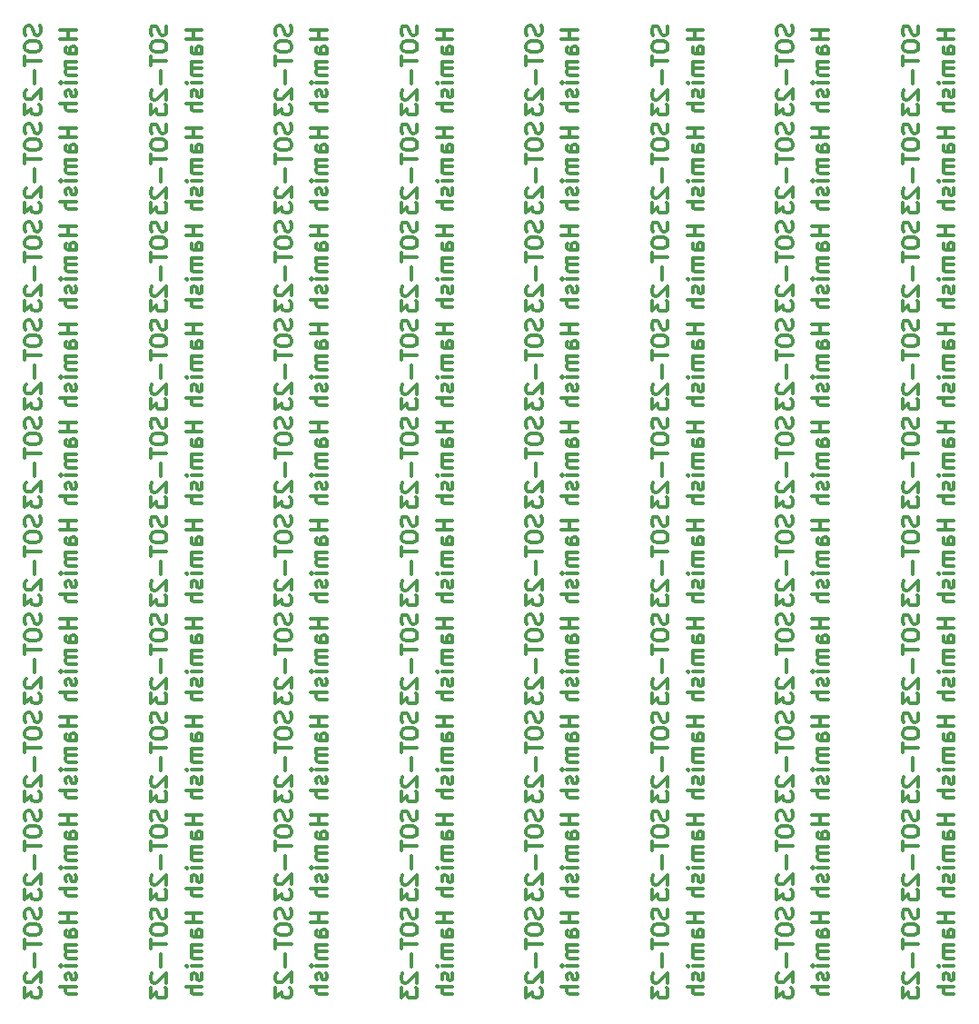
<source format=gbr>
G04 #@! TF.GenerationSoftware,KiCad,Pcbnew,(5.1.4)-1*
G04 #@! TF.CreationDate,2020-04-16T14:38:51+01:00*
G04 #@! TF.ProjectId,sot23Breakout,736f7432-3342-4726-9561-6b6f75742e6b,rev?*
G04 #@! TF.SameCoordinates,Original*
G04 #@! TF.FileFunction,Legend,Bot*
G04 #@! TF.FilePolarity,Positive*
%FSLAX46Y46*%
G04 Gerber Fmt 4.6, Leading zero omitted, Abs format (unit mm)*
G04 Created by KiCad (PCBNEW (5.1.4)-1) date 2020-04-16 14:38:51*
%MOMM*%
%LPD*%
G04 APERTURE LIST*
%ADD10C,0.300000*%
G04 APERTURE END LIST*
D10*
X144718571Y-54932000D02*
X143218571Y-54932000D01*
X143932857Y-54932000D02*
X143932857Y-55789142D01*
X144718571Y-55789142D02*
X143218571Y-55789142D01*
X144718571Y-57146285D02*
X143932857Y-57146285D01*
X143790000Y-57074857D01*
X143718571Y-56932000D01*
X143718571Y-56646285D01*
X143790000Y-56503428D01*
X144647142Y-57146285D02*
X144718571Y-57003428D01*
X144718571Y-56646285D01*
X144647142Y-56503428D01*
X144504285Y-56432000D01*
X144361428Y-56432000D01*
X144218571Y-56503428D01*
X144147142Y-56646285D01*
X144147142Y-57003428D01*
X144075714Y-57146285D01*
X144718571Y-57860571D02*
X143718571Y-57860571D01*
X143861428Y-57860571D02*
X143790000Y-57932000D01*
X143718571Y-58074857D01*
X143718571Y-58289142D01*
X143790000Y-58432000D01*
X143932857Y-58503428D01*
X144718571Y-58503428D01*
X143932857Y-58503428D02*
X143790000Y-58574857D01*
X143718571Y-58717714D01*
X143718571Y-58932000D01*
X143790000Y-59074857D01*
X143932857Y-59146285D01*
X144718571Y-59146285D01*
X144718571Y-59860571D02*
X143718571Y-59860571D01*
X143218571Y-59860571D02*
X143290000Y-59789142D01*
X143361428Y-59860571D01*
X143290000Y-59932000D01*
X143218571Y-59860571D01*
X143361428Y-59860571D01*
X144647142Y-60503428D02*
X144718571Y-60646285D01*
X144718571Y-60932000D01*
X144647142Y-61074857D01*
X144504285Y-61146285D01*
X144432857Y-61146285D01*
X144290000Y-61074857D01*
X144218571Y-60932000D01*
X144218571Y-60717714D01*
X144147142Y-60574857D01*
X144004285Y-60503428D01*
X143932857Y-60503428D01*
X143790000Y-60574857D01*
X143718571Y-60717714D01*
X143718571Y-60932000D01*
X143790000Y-61074857D01*
X144718571Y-61789142D02*
X143218571Y-61789142D01*
X144718571Y-62432000D02*
X143932857Y-62432000D01*
X143790000Y-62360571D01*
X143718571Y-62217714D01*
X143718571Y-62003428D01*
X143790000Y-61860571D01*
X143861428Y-61789142D01*
X133012571Y-54924000D02*
X131512571Y-54924000D01*
X132226857Y-54924000D02*
X132226857Y-55781142D01*
X133012571Y-55781142D02*
X131512571Y-55781142D01*
X133012571Y-57138285D02*
X132226857Y-57138285D01*
X132084000Y-57066857D01*
X132012571Y-56924000D01*
X132012571Y-56638285D01*
X132084000Y-56495428D01*
X132941142Y-57138285D02*
X133012571Y-56995428D01*
X133012571Y-56638285D01*
X132941142Y-56495428D01*
X132798285Y-56424000D01*
X132655428Y-56424000D01*
X132512571Y-56495428D01*
X132441142Y-56638285D01*
X132441142Y-56995428D01*
X132369714Y-57138285D01*
X133012571Y-57852571D02*
X132012571Y-57852571D01*
X132155428Y-57852571D02*
X132084000Y-57924000D01*
X132012571Y-58066857D01*
X132012571Y-58281142D01*
X132084000Y-58424000D01*
X132226857Y-58495428D01*
X133012571Y-58495428D01*
X132226857Y-58495428D02*
X132084000Y-58566857D01*
X132012571Y-58709714D01*
X132012571Y-58924000D01*
X132084000Y-59066857D01*
X132226857Y-59138285D01*
X133012571Y-59138285D01*
X133012571Y-59852571D02*
X132012571Y-59852571D01*
X131512571Y-59852571D02*
X131584000Y-59781142D01*
X131655428Y-59852571D01*
X131584000Y-59924000D01*
X131512571Y-59852571D01*
X131655428Y-59852571D01*
X132941142Y-60495428D02*
X133012571Y-60638285D01*
X133012571Y-60924000D01*
X132941142Y-61066857D01*
X132798285Y-61138285D01*
X132726857Y-61138285D01*
X132584000Y-61066857D01*
X132512571Y-60924000D01*
X132512571Y-60709714D01*
X132441142Y-60566857D01*
X132298285Y-60495428D01*
X132226857Y-60495428D01*
X132084000Y-60566857D01*
X132012571Y-60709714D01*
X132012571Y-60924000D01*
X132084000Y-61066857D01*
X133012571Y-61781142D02*
X131512571Y-61781142D01*
X133012571Y-62424000D02*
X132226857Y-62424000D01*
X132084000Y-62352571D01*
X132012571Y-62209714D01*
X132012571Y-61995428D01*
X132084000Y-61852571D01*
X132155428Y-61781142D01*
X62908571Y-45780000D02*
X61408571Y-45780000D01*
X62122857Y-45780000D02*
X62122857Y-46637142D01*
X62908571Y-46637142D02*
X61408571Y-46637142D01*
X62908571Y-47994285D02*
X62122857Y-47994285D01*
X61980000Y-47922857D01*
X61908571Y-47780000D01*
X61908571Y-47494285D01*
X61980000Y-47351428D01*
X62837142Y-47994285D02*
X62908571Y-47851428D01*
X62908571Y-47494285D01*
X62837142Y-47351428D01*
X62694285Y-47280000D01*
X62551428Y-47280000D01*
X62408571Y-47351428D01*
X62337142Y-47494285D01*
X62337142Y-47851428D01*
X62265714Y-47994285D01*
X62908571Y-48708571D02*
X61908571Y-48708571D01*
X62051428Y-48708571D02*
X61980000Y-48780000D01*
X61908571Y-48922857D01*
X61908571Y-49137142D01*
X61980000Y-49280000D01*
X62122857Y-49351428D01*
X62908571Y-49351428D01*
X62122857Y-49351428D02*
X61980000Y-49422857D01*
X61908571Y-49565714D01*
X61908571Y-49780000D01*
X61980000Y-49922857D01*
X62122857Y-49994285D01*
X62908571Y-49994285D01*
X62908571Y-50708571D02*
X61908571Y-50708571D01*
X61408571Y-50708571D02*
X61480000Y-50637142D01*
X61551428Y-50708571D01*
X61480000Y-50780000D01*
X61408571Y-50708571D01*
X61551428Y-50708571D01*
X62837142Y-51351428D02*
X62908571Y-51494285D01*
X62908571Y-51780000D01*
X62837142Y-51922857D01*
X62694285Y-51994285D01*
X62622857Y-51994285D01*
X62480000Y-51922857D01*
X62408571Y-51780000D01*
X62408571Y-51565714D01*
X62337142Y-51422857D01*
X62194285Y-51351428D01*
X62122857Y-51351428D01*
X61980000Y-51422857D01*
X61908571Y-51565714D01*
X61908571Y-51780000D01*
X61980000Y-51922857D01*
X62908571Y-52637142D02*
X61408571Y-52637142D01*
X62908571Y-53280000D02*
X62122857Y-53280000D01*
X61980000Y-53208571D01*
X61908571Y-53065714D01*
X61908571Y-52851428D01*
X61980000Y-52708571D01*
X62051428Y-52637142D01*
X82903142Y-54531142D02*
X82974571Y-54745428D01*
X82974571Y-55102571D01*
X82903142Y-55245428D01*
X82831714Y-55316857D01*
X82688857Y-55388285D01*
X82546000Y-55388285D01*
X82403142Y-55316857D01*
X82331714Y-55245428D01*
X82260285Y-55102571D01*
X82188857Y-54816857D01*
X82117428Y-54674000D01*
X82046000Y-54602571D01*
X81903142Y-54531142D01*
X81760285Y-54531142D01*
X81617428Y-54602571D01*
X81546000Y-54674000D01*
X81474571Y-54816857D01*
X81474571Y-55174000D01*
X81546000Y-55388285D01*
X81474571Y-56316857D02*
X81474571Y-56602571D01*
X81546000Y-56745428D01*
X81688857Y-56888285D01*
X81974571Y-56959714D01*
X82474571Y-56959714D01*
X82760285Y-56888285D01*
X82903142Y-56745428D01*
X82974571Y-56602571D01*
X82974571Y-56316857D01*
X82903142Y-56174000D01*
X82760285Y-56031142D01*
X82474571Y-55959714D01*
X81974571Y-55959714D01*
X81688857Y-56031142D01*
X81546000Y-56174000D01*
X81474571Y-56316857D01*
X81474571Y-57388285D02*
X81474571Y-58245428D01*
X82974571Y-57816857D02*
X81474571Y-57816857D01*
X82403142Y-58745428D02*
X82403142Y-59888285D01*
X81617428Y-60531142D02*
X81546000Y-60602571D01*
X81474571Y-60745428D01*
X81474571Y-61102571D01*
X81546000Y-61245428D01*
X81617428Y-61316857D01*
X81760285Y-61388285D01*
X81903142Y-61388285D01*
X82117428Y-61316857D01*
X82974571Y-60459714D01*
X82974571Y-61388285D01*
X81474571Y-61888285D02*
X81474571Y-62816857D01*
X82046000Y-62316857D01*
X82046000Y-62531142D01*
X82117428Y-62674000D01*
X82188857Y-62745428D01*
X82331714Y-62816857D01*
X82688857Y-62816857D01*
X82831714Y-62745428D01*
X82903142Y-62674000D01*
X82974571Y-62531142D01*
X82974571Y-62102571D01*
X82903142Y-61959714D01*
X82831714Y-61888285D01*
X94609142Y-54539142D02*
X94680571Y-54753428D01*
X94680571Y-55110571D01*
X94609142Y-55253428D01*
X94537714Y-55324857D01*
X94394857Y-55396285D01*
X94252000Y-55396285D01*
X94109142Y-55324857D01*
X94037714Y-55253428D01*
X93966285Y-55110571D01*
X93894857Y-54824857D01*
X93823428Y-54682000D01*
X93752000Y-54610571D01*
X93609142Y-54539142D01*
X93466285Y-54539142D01*
X93323428Y-54610571D01*
X93252000Y-54682000D01*
X93180571Y-54824857D01*
X93180571Y-55182000D01*
X93252000Y-55396285D01*
X93180571Y-56324857D02*
X93180571Y-56610571D01*
X93252000Y-56753428D01*
X93394857Y-56896285D01*
X93680571Y-56967714D01*
X94180571Y-56967714D01*
X94466285Y-56896285D01*
X94609142Y-56753428D01*
X94680571Y-56610571D01*
X94680571Y-56324857D01*
X94609142Y-56182000D01*
X94466285Y-56039142D01*
X94180571Y-55967714D01*
X93680571Y-55967714D01*
X93394857Y-56039142D01*
X93252000Y-56182000D01*
X93180571Y-56324857D01*
X93180571Y-57396285D02*
X93180571Y-58253428D01*
X94680571Y-57824857D02*
X93180571Y-57824857D01*
X94109142Y-58753428D02*
X94109142Y-59896285D01*
X93323428Y-60539142D02*
X93252000Y-60610571D01*
X93180571Y-60753428D01*
X93180571Y-61110571D01*
X93252000Y-61253428D01*
X93323428Y-61324857D01*
X93466285Y-61396285D01*
X93609142Y-61396285D01*
X93823428Y-61324857D01*
X94680571Y-60467714D01*
X94680571Y-61396285D01*
X93180571Y-61896285D02*
X93180571Y-62824857D01*
X93752000Y-62324857D01*
X93752000Y-62539142D01*
X93823428Y-62682000D01*
X93894857Y-62753428D01*
X94037714Y-62824857D01*
X94394857Y-62824857D01*
X94537714Y-62753428D01*
X94609142Y-62682000D01*
X94680571Y-62539142D01*
X94680571Y-62110571D01*
X94609142Y-61967714D01*
X94537714Y-61896285D01*
X109644571Y-45780000D02*
X108144571Y-45780000D01*
X108858857Y-45780000D02*
X108858857Y-46637142D01*
X109644571Y-46637142D02*
X108144571Y-46637142D01*
X109644571Y-47994285D02*
X108858857Y-47994285D01*
X108716000Y-47922857D01*
X108644571Y-47780000D01*
X108644571Y-47494285D01*
X108716000Y-47351428D01*
X109573142Y-47994285D02*
X109644571Y-47851428D01*
X109644571Y-47494285D01*
X109573142Y-47351428D01*
X109430285Y-47280000D01*
X109287428Y-47280000D01*
X109144571Y-47351428D01*
X109073142Y-47494285D01*
X109073142Y-47851428D01*
X109001714Y-47994285D01*
X109644571Y-48708571D02*
X108644571Y-48708571D01*
X108787428Y-48708571D02*
X108716000Y-48780000D01*
X108644571Y-48922857D01*
X108644571Y-49137142D01*
X108716000Y-49280000D01*
X108858857Y-49351428D01*
X109644571Y-49351428D01*
X108858857Y-49351428D02*
X108716000Y-49422857D01*
X108644571Y-49565714D01*
X108644571Y-49780000D01*
X108716000Y-49922857D01*
X108858857Y-49994285D01*
X109644571Y-49994285D01*
X109644571Y-50708571D02*
X108644571Y-50708571D01*
X108144571Y-50708571D02*
X108216000Y-50637142D01*
X108287428Y-50708571D01*
X108216000Y-50780000D01*
X108144571Y-50708571D01*
X108287428Y-50708571D01*
X109573142Y-51351428D02*
X109644571Y-51494285D01*
X109644571Y-51780000D01*
X109573142Y-51922857D01*
X109430285Y-51994285D01*
X109358857Y-51994285D01*
X109216000Y-51922857D01*
X109144571Y-51780000D01*
X109144571Y-51565714D01*
X109073142Y-51422857D01*
X108930285Y-51351428D01*
X108858857Y-51351428D01*
X108716000Y-51422857D01*
X108644571Y-51565714D01*
X108644571Y-51780000D01*
X108716000Y-51922857D01*
X109644571Y-52637142D02*
X108144571Y-52637142D01*
X109644571Y-53280000D02*
X108858857Y-53280000D01*
X108716000Y-53208571D01*
X108644571Y-53065714D01*
X108644571Y-52851428D01*
X108716000Y-52708571D01*
X108787428Y-52637142D01*
X117977142Y-54539142D02*
X118048571Y-54753428D01*
X118048571Y-55110571D01*
X117977142Y-55253428D01*
X117905714Y-55324857D01*
X117762857Y-55396285D01*
X117620000Y-55396285D01*
X117477142Y-55324857D01*
X117405714Y-55253428D01*
X117334285Y-55110571D01*
X117262857Y-54824857D01*
X117191428Y-54682000D01*
X117120000Y-54610571D01*
X116977142Y-54539142D01*
X116834285Y-54539142D01*
X116691428Y-54610571D01*
X116620000Y-54682000D01*
X116548571Y-54824857D01*
X116548571Y-55182000D01*
X116620000Y-55396285D01*
X116548571Y-56324857D02*
X116548571Y-56610571D01*
X116620000Y-56753428D01*
X116762857Y-56896285D01*
X117048571Y-56967714D01*
X117548571Y-56967714D01*
X117834285Y-56896285D01*
X117977142Y-56753428D01*
X118048571Y-56610571D01*
X118048571Y-56324857D01*
X117977142Y-56182000D01*
X117834285Y-56039142D01*
X117548571Y-55967714D01*
X117048571Y-55967714D01*
X116762857Y-56039142D01*
X116620000Y-56182000D01*
X116548571Y-56324857D01*
X116548571Y-57396285D02*
X116548571Y-58253428D01*
X118048571Y-57824857D02*
X116548571Y-57824857D01*
X117477142Y-58753428D02*
X117477142Y-59896285D01*
X116691428Y-60539142D02*
X116620000Y-60610571D01*
X116548571Y-60753428D01*
X116548571Y-61110571D01*
X116620000Y-61253428D01*
X116691428Y-61324857D01*
X116834285Y-61396285D01*
X116977142Y-61396285D01*
X117191428Y-61324857D01*
X118048571Y-60467714D01*
X118048571Y-61396285D01*
X116548571Y-61896285D02*
X116548571Y-62824857D01*
X117120000Y-62324857D01*
X117120000Y-62539142D01*
X117191428Y-62682000D01*
X117262857Y-62753428D01*
X117405714Y-62824857D01*
X117762857Y-62824857D01*
X117905714Y-62753428D01*
X117977142Y-62682000D01*
X118048571Y-62539142D01*
X118048571Y-62110571D01*
X117977142Y-61967714D01*
X117905714Y-61896285D01*
X59535142Y-45387142D02*
X59606571Y-45601428D01*
X59606571Y-45958571D01*
X59535142Y-46101428D01*
X59463714Y-46172857D01*
X59320857Y-46244285D01*
X59178000Y-46244285D01*
X59035142Y-46172857D01*
X58963714Y-46101428D01*
X58892285Y-45958571D01*
X58820857Y-45672857D01*
X58749428Y-45530000D01*
X58678000Y-45458571D01*
X58535142Y-45387142D01*
X58392285Y-45387142D01*
X58249428Y-45458571D01*
X58178000Y-45530000D01*
X58106571Y-45672857D01*
X58106571Y-46030000D01*
X58178000Y-46244285D01*
X58106571Y-47172857D02*
X58106571Y-47458571D01*
X58178000Y-47601428D01*
X58320857Y-47744285D01*
X58606571Y-47815714D01*
X59106571Y-47815714D01*
X59392285Y-47744285D01*
X59535142Y-47601428D01*
X59606571Y-47458571D01*
X59606571Y-47172857D01*
X59535142Y-47030000D01*
X59392285Y-46887142D01*
X59106571Y-46815714D01*
X58606571Y-46815714D01*
X58320857Y-46887142D01*
X58178000Y-47030000D01*
X58106571Y-47172857D01*
X58106571Y-48244285D02*
X58106571Y-49101428D01*
X59606571Y-48672857D02*
X58106571Y-48672857D01*
X59035142Y-49601428D02*
X59035142Y-50744285D01*
X58249428Y-51387142D02*
X58178000Y-51458571D01*
X58106571Y-51601428D01*
X58106571Y-51958571D01*
X58178000Y-52101428D01*
X58249428Y-52172857D01*
X58392285Y-52244285D01*
X58535142Y-52244285D01*
X58749428Y-52172857D01*
X59606571Y-51315714D01*
X59606571Y-52244285D01*
X58106571Y-52744285D02*
X58106571Y-53672857D01*
X58678000Y-53172857D01*
X58678000Y-53387142D01*
X58749428Y-53530000D01*
X58820857Y-53601428D01*
X58963714Y-53672857D01*
X59320857Y-53672857D01*
X59463714Y-53601428D01*
X59535142Y-53530000D01*
X59606571Y-53387142D01*
X59606571Y-52958571D01*
X59535142Y-52815714D01*
X59463714Y-52744285D01*
X97982571Y-54932000D02*
X96482571Y-54932000D01*
X97196857Y-54932000D02*
X97196857Y-55789142D01*
X97982571Y-55789142D02*
X96482571Y-55789142D01*
X97982571Y-57146285D02*
X97196857Y-57146285D01*
X97054000Y-57074857D01*
X96982571Y-56932000D01*
X96982571Y-56646285D01*
X97054000Y-56503428D01*
X97911142Y-57146285D02*
X97982571Y-57003428D01*
X97982571Y-56646285D01*
X97911142Y-56503428D01*
X97768285Y-56432000D01*
X97625428Y-56432000D01*
X97482571Y-56503428D01*
X97411142Y-56646285D01*
X97411142Y-57003428D01*
X97339714Y-57146285D01*
X97982571Y-57860571D02*
X96982571Y-57860571D01*
X97125428Y-57860571D02*
X97054000Y-57932000D01*
X96982571Y-58074857D01*
X96982571Y-58289142D01*
X97054000Y-58432000D01*
X97196857Y-58503428D01*
X97982571Y-58503428D01*
X97196857Y-58503428D02*
X97054000Y-58574857D01*
X96982571Y-58717714D01*
X96982571Y-58932000D01*
X97054000Y-59074857D01*
X97196857Y-59146285D01*
X97982571Y-59146285D01*
X97982571Y-59860571D02*
X96982571Y-59860571D01*
X96482571Y-59860571D02*
X96554000Y-59789142D01*
X96625428Y-59860571D01*
X96554000Y-59932000D01*
X96482571Y-59860571D01*
X96625428Y-59860571D01*
X97911142Y-60503428D02*
X97982571Y-60646285D01*
X97982571Y-60932000D01*
X97911142Y-61074857D01*
X97768285Y-61146285D01*
X97696857Y-61146285D01*
X97554000Y-61074857D01*
X97482571Y-60932000D01*
X97482571Y-60717714D01*
X97411142Y-60574857D01*
X97268285Y-60503428D01*
X97196857Y-60503428D01*
X97054000Y-60574857D01*
X96982571Y-60717714D01*
X96982571Y-60932000D01*
X97054000Y-61074857D01*
X97982571Y-61789142D02*
X96482571Y-61789142D01*
X97982571Y-62432000D02*
X97196857Y-62432000D01*
X97054000Y-62360571D01*
X96982571Y-62217714D01*
X96982571Y-62003428D01*
X97054000Y-61860571D01*
X97125428Y-61789142D01*
X74614571Y-54932000D02*
X73114571Y-54932000D01*
X73828857Y-54932000D02*
X73828857Y-55789142D01*
X74614571Y-55789142D02*
X73114571Y-55789142D01*
X74614571Y-57146285D02*
X73828857Y-57146285D01*
X73686000Y-57074857D01*
X73614571Y-56932000D01*
X73614571Y-56646285D01*
X73686000Y-56503428D01*
X74543142Y-57146285D02*
X74614571Y-57003428D01*
X74614571Y-56646285D01*
X74543142Y-56503428D01*
X74400285Y-56432000D01*
X74257428Y-56432000D01*
X74114571Y-56503428D01*
X74043142Y-56646285D01*
X74043142Y-57003428D01*
X73971714Y-57146285D01*
X74614571Y-57860571D02*
X73614571Y-57860571D01*
X73757428Y-57860571D02*
X73686000Y-57932000D01*
X73614571Y-58074857D01*
X73614571Y-58289142D01*
X73686000Y-58432000D01*
X73828857Y-58503428D01*
X74614571Y-58503428D01*
X73828857Y-58503428D02*
X73686000Y-58574857D01*
X73614571Y-58717714D01*
X73614571Y-58932000D01*
X73686000Y-59074857D01*
X73828857Y-59146285D01*
X74614571Y-59146285D01*
X74614571Y-59860571D02*
X73614571Y-59860571D01*
X73114571Y-59860571D02*
X73186000Y-59789142D01*
X73257428Y-59860571D01*
X73186000Y-59932000D01*
X73114571Y-59860571D01*
X73257428Y-59860571D01*
X74543142Y-60503428D02*
X74614571Y-60646285D01*
X74614571Y-60932000D01*
X74543142Y-61074857D01*
X74400285Y-61146285D01*
X74328857Y-61146285D01*
X74186000Y-61074857D01*
X74114571Y-60932000D01*
X74114571Y-60717714D01*
X74043142Y-60574857D01*
X73900285Y-60503428D01*
X73828857Y-60503428D01*
X73686000Y-60574857D01*
X73614571Y-60717714D01*
X73614571Y-60932000D01*
X73686000Y-61074857D01*
X74614571Y-61789142D02*
X73114571Y-61789142D01*
X74614571Y-62432000D02*
X73828857Y-62432000D01*
X73686000Y-62360571D01*
X73614571Y-62217714D01*
X73614571Y-62003428D01*
X73686000Y-61860571D01*
X73757428Y-61789142D01*
X133012571Y-45780000D02*
X131512571Y-45780000D01*
X132226857Y-45780000D02*
X132226857Y-46637142D01*
X133012571Y-46637142D02*
X131512571Y-46637142D01*
X133012571Y-47994285D02*
X132226857Y-47994285D01*
X132084000Y-47922857D01*
X132012571Y-47780000D01*
X132012571Y-47494285D01*
X132084000Y-47351428D01*
X132941142Y-47994285D02*
X133012571Y-47851428D01*
X133012571Y-47494285D01*
X132941142Y-47351428D01*
X132798285Y-47280000D01*
X132655428Y-47280000D01*
X132512571Y-47351428D01*
X132441142Y-47494285D01*
X132441142Y-47851428D01*
X132369714Y-47994285D01*
X133012571Y-48708571D02*
X132012571Y-48708571D01*
X132155428Y-48708571D02*
X132084000Y-48780000D01*
X132012571Y-48922857D01*
X132012571Y-49137142D01*
X132084000Y-49280000D01*
X132226857Y-49351428D01*
X133012571Y-49351428D01*
X132226857Y-49351428D02*
X132084000Y-49422857D01*
X132012571Y-49565714D01*
X132012571Y-49780000D01*
X132084000Y-49922857D01*
X132226857Y-49994285D01*
X133012571Y-49994285D01*
X133012571Y-50708571D02*
X132012571Y-50708571D01*
X131512571Y-50708571D02*
X131584000Y-50637142D01*
X131655428Y-50708571D01*
X131584000Y-50780000D01*
X131512571Y-50708571D01*
X131655428Y-50708571D01*
X132941142Y-51351428D02*
X133012571Y-51494285D01*
X133012571Y-51780000D01*
X132941142Y-51922857D01*
X132798285Y-51994285D01*
X132726857Y-51994285D01*
X132584000Y-51922857D01*
X132512571Y-51780000D01*
X132512571Y-51565714D01*
X132441142Y-51422857D01*
X132298285Y-51351428D01*
X132226857Y-51351428D01*
X132084000Y-51422857D01*
X132012571Y-51565714D01*
X132012571Y-51780000D01*
X132084000Y-51922857D01*
X133012571Y-52637142D02*
X131512571Y-52637142D01*
X133012571Y-53280000D02*
X132226857Y-53280000D01*
X132084000Y-53208571D01*
X132012571Y-53065714D01*
X132012571Y-52851428D01*
X132084000Y-52708571D01*
X132155428Y-52637142D01*
X106271142Y-54531142D02*
X106342571Y-54745428D01*
X106342571Y-55102571D01*
X106271142Y-55245428D01*
X106199714Y-55316857D01*
X106056857Y-55388285D01*
X105914000Y-55388285D01*
X105771142Y-55316857D01*
X105699714Y-55245428D01*
X105628285Y-55102571D01*
X105556857Y-54816857D01*
X105485428Y-54674000D01*
X105414000Y-54602571D01*
X105271142Y-54531142D01*
X105128285Y-54531142D01*
X104985428Y-54602571D01*
X104914000Y-54674000D01*
X104842571Y-54816857D01*
X104842571Y-55174000D01*
X104914000Y-55388285D01*
X104842571Y-56316857D02*
X104842571Y-56602571D01*
X104914000Y-56745428D01*
X105056857Y-56888285D01*
X105342571Y-56959714D01*
X105842571Y-56959714D01*
X106128285Y-56888285D01*
X106271142Y-56745428D01*
X106342571Y-56602571D01*
X106342571Y-56316857D01*
X106271142Y-56174000D01*
X106128285Y-56031142D01*
X105842571Y-55959714D01*
X105342571Y-55959714D01*
X105056857Y-56031142D01*
X104914000Y-56174000D01*
X104842571Y-56316857D01*
X104842571Y-57388285D02*
X104842571Y-58245428D01*
X106342571Y-57816857D02*
X104842571Y-57816857D01*
X105771142Y-58745428D02*
X105771142Y-59888285D01*
X104985428Y-60531142D02*
X104914000Y-60602571D01*
X104842571Y-60745428D01*
X104842571Y-61102571D01*
X104914000Y-61245428D01*
X104985428Y-61316857D01*
X105128285Y-61388285D01*
X105271142Y-61388285D01*
X105485428Y-61316857D01*
X106342571Y-60459714D01*
X106342571Y-61388285D01*
X104842571Y-61888285D02*
X104842571Y-62816857D01*
X105414000Y-62316857D01*
X105414000Y-62531142D01*
X105485428Y-62674000D01*
X105556857Y-62745428D01*
X105699714Y-62816857D01*
X106056857Y-62816857D01*
X106199714Y-62745428D01*
X106271142Y-62674000D01*
X106342571Y-62531142D01*
X106342571Y-62102571D01*
X106271142Y-61959714D01*
X106199714Y-61888285D01*
X121350571Y-54932000D02*
X119850571Y-54932000D01*
X120564857Y-54932000D02*
X120564857Y-55789142D01*
X121350571Y-55789142D02*
X119850571Y-55789142D01*
X121350571Y-57146285D02*
X120564857Y-57146285D01*
X120422000Y-57074857D01*
X120350571Y-56932000D01*
X120350571Y-56646285D01*
X120422000Y-56503428D01*
X121279142Y-57146285D02*
X121350571Y-57003428D01*
X121350571Y-56646285D01*
X121279142Y-56503428D01*
X121136285Y-56432000D01*
X120993428Y-56432000D01*
X120850571Y-56503428D01*
X120779142Y-56646285D01*
X120779142Y-57003428D01*
X120707714Y-57146285D01*
X121350571Y-57860571D02*
X120350571Y-57860571D01*
X120493428Y-57860571D02*
X120422000Y-57932000D01*
X120350571Y-58074857D01*
X120350571Y-58289142D01*
X120422000Y-58432000D01*
X120564857Y-58503428D01*
X121350571Y-58503428D01*
X120564857Y-58503428D02*
X120422000Y-58574857D01*
X120350571Y-58717714D01*
X120350571Y-58932000D01*
X120422000Y-59074857D01*
X120564857Y-59146285D01*
X121350571Y-59146285D01*
X121350571Y-59860571D02*
X120350571Y-59860571D01*
X119850571Y-59860571D02*
X119922000Y-59789142D01*
X119993428Y-59860571D01*
X119922000Y-59932000D01*
X119850571Y-59860571D01*
X119993428Y-59860571D01*
X121279142Y-60503428D02*
X121350571Y-60646285D01*
X121350571Y-60932000D01*
X121279142Y-61074857D01*
X121136285Y-61146285D01*
X121064857Y-61146285D01*
X120922000Y-61074857D01*
X120850571Y-60932000D01*
X120850571Y-60717714D01*
X120779142Y-60574857D01*
X120636285Y-60503428D01*
X120564857Y-60503428D01*
X120422000Y-60574857D01*
X120350571Y-60717714D01*
X120350571Y-60932000D01*
X120422000Y-61074857D01*
X121350571Y-61789142D02*
X119850571Y-61789142D01*
X121350571Y-62432000D02*
X120564857Y-62432000D01*
X120422000Y-62360571D01*
X120350571Y-62217714D01*
X120350571Y-62003428D01*
X120422000Y-61860571D01*
X120493428Y-61789142D01*
X141345142Y-54539142D02*
X141416571Y-54753428D01*
X141416571Y-55110571D01*
X141345142Y-55253428D01*
X141273714Y-55324857D01*
X141130857Y-55396285D01*
X140988000Y-55396285D01*
X140845142Y-55324857D01*
X140773714Y-55253428D01*
X140702285Y-55110571D01*
X140630857Y-54824857D01*
X140559428Y-54682000D01*
X140488000Y-54610571D01*
X140345142Y-54539142D01*
X140202285Y-54539142D01*
X140059428Y-54610571D01*
X139988000Y-54682000D01*
X139916571Y-54824857D01*
X139916571Y-55182000D01*
X139988000Y-55396285D01*
X139916571Y-56324857D02*
X139916571Y-56610571D01*
X139988000Y-56753428D01*
X140130857Y-56896285D01*
X140416571Y-56967714D01*
X140916571Y-56967714D01*
X141202285Y-56896285D01*
X141345142Y-56753428D01*
X141416571Y-56610571D01*
X141416571Y-56324857D01*
X141345142Y-56182000D01*
X141202285Y-56039142D01*
X140916571Y-55967714D01*
X140416571Y-55967714D01*
X140130857Y-56039142D01*
X139988000Y-56182000D01*
X139916571Y-56324857D01*
X139916571Y-57396285D02*
X139916571Y-58253428D01*
X141416571Y-57824857D02*
X139916571Y-57824857D01*
X140845142Y-58753428D02*
X140845142Y-59896285D01*
X140059428Y-60539142D02*
X139988000Y-60610571D01*
X139916571Y-60753428D01*
X139916571Y-61110571D01*
X139988000Y-61253428D01*
X140059428Y-61324857D01*
X140202285Y-61396285D01*
X140345142Y-61396285D01*
X140559428Y-61324857D01*
X141416571Y-60467714D01*
X141416571Y-61396285D01*
X139916571Y-61896285D02*
X139916571Y-62824857D01*
X140488000Y-62324857D01*
X140488000Y-62539142D01*
X140559428Y-62682000D01*
X140630857Y-62753428D01*
X140773714Y-62824857D01*
X141130857Y-62824857D01*
X141273714Y-62753428D01*
X141345142Y-62682000D01*
X141416571Y-62539142D01*
X141416571Y-62110571D01*
X141345142Y-61967714D01*
X141273714Y-61896285D01*
X129639142Y-54531142D02*
X129710571Y-54745428D01*
X129710571Y-55102571D01*
X129639142Y-55245428D01*
X129567714Y-55316857D01*
X129424857Y-55388285D01*
X129282000Y-55388285D01*
X129139142Y-55316857D01*
X129067714Y-55245428D01*
X128996285Y-55102571D01*
X128924857Y-54816857D01*
X128853428Y-54674000D01*
X128782000Y-54602571D01*
X128639142Y-54531142D01*
X128496285Y-54531142D01*
X128353428Y-54602571D01*
X128282000Y-54674000D01*
X128210571Y-54816857D01*
X128210571Y-55174000D01*
X128282000Y-55388285D01*
X128210571Y-56316857D02*
X128210571Y-56602571D01*
X128282000Y-56745428D01*
X128424857Y-56888285D01*
X128710571Y-56959714D01*
X129210571Y-56959714D01*
X129496285Y-56888285D01*
X129639142Y-56745428D01*
X129710571Y-56602571D01*
X129710571Y-56316857D01*
X129639142Y-56174000D01*
X129496285Y-56031142D01*
X129210571Y-55959714D01*
X128710571Y-55959714D01*
X128424857Y-56031142D01*
X128282000Y-56174000D01*
X128210571Y-56316857D01*
X128210571Y-57388285D02*
X128210571Y-58245428D01*
X129710571Y-57816857D02*
X128210571Y-57816857D01*
X129139142Y-58745428D02*
X129139142Y-59888285D01*
X128353428Y-60531142D02*
X128282000Y-60602571D01*
X128210571Y-60745428D01*
X128210571Y-61102571D01*
X128282000Y-61245428D01*
X128353428Y-61316857D01*
X128496285Y-61388285D01*
X128639142Y-61388285D01*
X128853428Y-61316857D01*
X129710571Y-60459714D01*
X129710571Y-61388285D01*
X128210571Y-61888285D02*
X128210571Y-62816857D01*
X128782000Y-62316857D01*
X128782000Y-62531142D01*
X128853428Y-62674000D01*
X128924857Y-62745428D01*
X129067714Y-62816857D01*
X129424857Y-62816857D01*
X129567714Y-62745428D01*
X129639142Y-62674000D01*
X129710571Y-62531142D01*
X129710571Y-62102571D01*
X129639142Y-61959714D01*
X129567714Y-61888285D01*
X71241142Y-54539142D02*
X71312571Y-54753428D01*
X71312571Y-55110571D01*
X71241142Y-55253428D01*
X71169714Y-55324857D01*
X71026857Y-55396285D01*
X70884000Y-55396285D01*
X70741142Y-55324857D01*
X70669714Y-55253428D01*
X70598285Y-55110571D01*
X70526857Y-54824857D01*
X70455428Y-54682000D01*
X70384000Y-54610571D01*
X70241142Y-54539142D01*
X70098285Y-54539142D01*
X69955428Y-54610571D01*
X69884000Y-54682000D01*
X69812571Y-54824857D01*
X69812571Y-55182000D01*
X69884000Y-55396285D01*
X69812571Y-56324857D02*
X69812571Y-56610571D01*
X69884000Y-56753428D01*
X70026857Y-56896285D01*
X70312571Y-56967714D01*
X70812571Y-56967714D01*
X71098285Y-56896285D01*
X71241142Y-56753428D01*
X71312571Y-56610571D01*
X71312571Y-56324857D01*
X71241142Y-56182000D01*
X71098285Y-56039142D01*
X70812571Y-55967714D01*
X70312571Y-55967714D01*
X70026857Y-56039142D01*
X69884000Y-56182000D01*
X69812571Y-56324857D01*
X69812571Y-57396285D02*
X69812571Y-58253428D01*
X71312571Y-57824857D02*
X69812571Y-57824857D01*
X70741142Y-58753428D02*
X70741142Y-59896285D01*
X69955428Y-60539142D02*
X69884000Y-60610571D01*
X69812571Y-60753428D01*
X69812571Y-61110571D01*
X69884000Y-61253428D01*
X69955428Y-61324857D01*
X70098285Y-61396285D01*
X70241142Y-61396285D01*
X70455428Y-61324857D01*
X71312571Y-60467714D01*
X71312571Y-61396285D01*
X69812571Y-61896285D02*
X69812571Y-62824857D01*
X70384000Y-62324857D01*
X70384000Y-62539142D01*
X70455428Y-62682000D01*
X70526857Y-62753428D01*
X70669714Y-62824857D01*
X71026857Y-62824857D01*
X71169714Y-62753428D01*
X71241142Y-62682000D01*
X71312571Y-62539142D01*
X71312571Y-62110571D01*
X71241142Y-61967714D01*
X71169714Y-61896285D01*
X86276571Y-54924000D02*
X84776571Y-54924000D01*
X85490857Y-54924000D02*
X85490857Y-55781142D01*
X86276571Y-55781142D02*
X84776571Y-55781142D01*
X86276571Y-57138285D02*
X85490857Y-57138285D01*
X85348000Y-57066857D01*
X85276571Y-56924000D01*
X85276571Y-56638285D01*
X85348000Y-56495428D01*
X86205142Y-57138285D02*
X86276571Y-56995428D01*
X86276571Y-56638285D01*
X86205142Y-56495428D01*
X86062285Y-56424000D01*
X85919428Y-56424000D01*
X85776571Y-56495428D01*
X85705142Y-56638285D01*
X85705142Y-56995428D01*
X85633714Y-57138285D01*
X86276571Y-57852571D02*
X85276571Y-57852571D01*
X85419428Y-57852571D02*
X85348000Y-57924000D01*
X85276571Y-58066857D01*
X85276571Y-58281142D01*
X85348000Y-58424000D01*
X85490857Y-58495428D01*
X86276571Y-58495428D01*
X85490857Y-58495428D02*
X85348000Y-58566857D01*
X85276571Y-58709714D01*
X85276571Y-58924000D01*
X85348000Y-59066857D01*
X85490857Y-59138285D01*
X86276571Y-59138285D01*
X86276571Y-59852571D02*
X85276571Y-59852571D01*
X84776571Y-59852571D02*
X84848000Y-59781142D01*
X84919428Y-59852571D01*
X84848000Y-59924000D01*
X84776571Y-59852571D01*
X84919428Y-59852571D01*
X86205142Y-60495428D02*
X86276571Y-60638285D01*
X86276571Y-60924000D01*
X86205142Y-61066857D01*
X86062285Y-61138285D01*
X85990857Y-61138285D01*
X85848000Y-61066857D01*
X85776571Y-60924000D01*
X85776571Y-60709714D01*
X85705142Y-60566857D01*
X85562285Y-60495428D01*
X85490857Y-60495428D01*
X85348000Y-60566857D01*
X85276571Y-60709714D01*
X85276571Y-60924000D01*
X85348000Y-61066857D01*
X86276571Y-61781142D02*
X84776571Y-61781142D01*
X86276571Y-62424000D02*
X85490857Y-62424000D01*
X85348000Y-62352571D01*
X85276571Y-62209714D01*
X85276571Y-61995428D01*
X85348000Y-61852571D01*
X85419428Y-61781142D01*
X109644571Y-54924000D02*
X108144571Y-54924000D01*
X108858857Y-54924000D02*
X108858857Y-55781142D01*
X109644571Y-55781142D02*
X108144571Y-55781142D01*
X109644571Y-57138285D02*
X108858857Y-57138285D01*
X108716000Y-57066857D01*
X108644571Y-56924000D01*
X108644571Y-56638285D01*
X108716000Y-56495428D01*
X109573142Y-57138285D02*
X109644571Y-56995428D01*
X109644571Y-56638285D01*
X109573142Y-56495428D01*
X109430285Y-56424000D01*
X109287428Y-56424000D01*
X109144571Y-56495428D01*
X109073142Y-56638285D01*
X109073142Y-56995428D01*
X109001714Y-57138285D01*
X109644571Y-57852571D02*
X108644571Y-57852571D01*
X108787428Y-57852571D02*
X108716000Y-57924000D01*
X108644571Y-58066857D01*
X108644571Y-58281142D01*
X108716000Y-58424000D01*
X108858857Y-58495428D01*
X109644571Y-58495428D01*
X108858857Y-58495428D02*
X108716000Y-58566857D01*
X108644571Y-58709714D01*
X108644571Y-58924000D01*
X108716000Y-59066857D01*
X108858857Y-59138285D01*
X109644571Y-59138285D01*
X109644571Y-59852571D02*
X108644571Y-59852571D01*
X108144571Y-59852571D02*
X108216000Y-59781142D01*
X108287428Y-59852571D01*
X108216000Y-59924000D01*
X108144571Y-59852571D01*
X108287428Y-59852571D01*
X109573142Y-60495428D02*
X109644571Y-60638285D01*
X109644571Y-60924000D01*
X109573142Y-61066857D01*
X109430285Y-61138285D01*
X109358857Y-61138285D01*
X109216000Y-61066857D01*
X109144571Y-60924000D01*
X109144571Y-60709714D01*
X109073142Y-60566857D01*
X108930285Y-60495428D01*
X108858857Y-60495428D01*
X108716000Y-60566857D01*
X108644571Y-60709714D01*
X108644571Y-60924000D01*
X108716000Y-61066857D01*
X109644571Y-61781142D02*
X108144571Y-61781142D01*
X109644571Y-62424000D02*
X108858857Y-62424000D01*
X108716000Y-62352571D01*
X108644571Y-62209714D01*
X108644571Y-61995428D01*
X108716000Y-61852571D01*
X108787428Y-61781142D01*
X129639142Y-45387142D02*
X129710571Y-45601428D01*
X129710571Y-45958571D01*
X129639142Y-46101428D01*
X129567714Y-46172857D01*
X129424857Y-46244285D01*
X129282000Y-46244285D01*
X129139142Y-46172857D01*
X129067714Y-46101428D01*
X128996285Y-45958571D01*
X128924857Y-45672857D01*
X128853428Y-45530000D01*
X128782000Y-45458571D01*
X128639142Y-45387142D01*
X128496285Y-45387142D01*
X128353428Y-45458571D01*
X128282000Y-45530000D01*
X128210571Y-45672857D01*
X128210571Y-46030000D01*
X128282000Y-46244285D01*
X128210571Y-47172857D02*
X128210571Y-47458571D01*
X128282000Y-47601428D01*
X128424857Y-47744285D01*
X128710571Y-47815714D01*
X129210571Y-47815714D01*
X129496285Y-47744285D01*
X129639142Y-47601428D01*
X129710571Y-47458571D01*
X129710571Y-47172857D01*
X129639142Y-47030000D01*
X129496285Y-46887142D01*
X129210571Y-46815714D01*
X128710571Y-46815714D01*
X128424857Y-46887142D01*
X128282000Y-47030000D01*
X128210571Y-47172857D01*
X128210571Y-48244285D02*
X128210571Y-49101428D01*
X129710571Y-48672857D02*
X128210571Y-48672857D01*
X129139142Y-49601428D02*
X129139142Y-50744285D01*
X128353428Y-51387142D02*
X128282000Y-51458571D01*
X128210571Y-51601428D01*
X128210571Y-51958571D01*
X128282000Y-52101428D01*
X128353428Y-52172857D01*
X128496285Y-52244285D01*
X128639142Y-52244285D01*
X128853428Y-52172857D01*
X129710571Y-51315714D01*
X129710571Y-52244285D01*
X128210571Y-52744285D02*
X128210571Y-53672857D01*
X128782000Y-53172857D01*
X128782000Y-53387142D01*
X128853428Y-53530000D01*
X128924857Y-53601428D01*
X129067714Y-53672857D01*
X129424857Y-53672857D01*
X129567714Y-53601428D01*
X129639142Y-53530000D01*
X129710571Y-53387142D01*
X129710571Y-52958571D01*
X129639142Y-52815714D01*
X129567714Y-52744285D01*
X59535142Y-54531142D02*
X59606571Y-54745428D01*
X59606571Y-55102571D01*
X59535142Y-55245428D01*
X59463714Y-55316857D01*
X59320857Y-55388285D01*
X59178000Y-55388285D01*
X59035142Y-55316857D01*
X58963714Y-55245428D01*
X58892285Y-55102571D01*
X58820857Y-54816857D01*
X58749428Y-54674000D01*
X58678000Y-54602571D01*
X58535142Y-54531142D01*
X58392285Y-54531142D01*
X58249428Y-54602571D01*
X58178000Y-54674000D01*
X58106571Y-54816857D01*
X58106571Y-55174000D01*
X58178000Y-55388285D01*
X58106571Y-56316857D02*
X58106571Y-56602571D01*
X58178000Y-56745428D01*
X58320857Y-56888285D01*
X58606571Y-56959714D01*
X59106571Y-56959714D01*
X59392285Y-56888285D01*
X59535142Y-56745428D01*
X59606571Y-56602571D01*
X59606571Y-56316857D01*
X59535142Y-56174000D01*
X59392285Y-56031142D01*
X59106571Y-55959714D01*
X58606571Y-55959714D01*
X58320857Y-56031142D01*
X58178000Y-56174000D01*
X58106571Y-56316857D01*
X58106571Y-57388285D02*
X58106571Y-58245428D01*
X59606571Y-57816857D02*
X58106571Y-57816857D01*
X59035142Y-58745428D02*
X59035142Y-59888285D01*
X58249428Y-60531142D02*
X58178000Y-60602571D01*
X58106571Y-60745428D01*
X58106571Y-61102571D01*
X58178000Y-61245428D01*
X58249428Y-61316857D01*
X58392285Y-61388285D01*
X58535142Y-61388285D01*
X58749428Y-61316857D01*
X59606571Y-60459714D01*
X59606571Y-61388285D01*
X58106571Y-61888285D02*
X58106571Y-62816857D01*
X58678000Y-62316857D01*
X58678000Y-62531142D01*
X58749428Y-62674000D01*
X58820857Y-62745428D01*
X58963714Y-62816857D01*
X59320857Y-62816857D01*
X59463714Y-62745428D01*
X59535142Y-62674000D01*
X59606571Y-62531142D01*
X59606571Y-62102571D01*
X59535142Y-61959714D01*
X59463714Y-61888285D01*
X141345142Y-45395142D02*
X141416571Y-45609428D01*
X141416571Y-45966571D01*
X141345142Y-46109428D01*
X141273714Y-46180857D01*
X141130857Y-46252285D01*
X140988000Y-46252285D01*
X140845142Y-46180857D01*
X140773714Y-46109428D01*
X140702285Y-45966571D01*
X140630857Y-45680857D01*
X140559428Y-45538000D01*
X140488000Y-45466571D01*
X140345142Y-45395142D01*
X140202285Y-45395142D01*
X140059428Y-45466571D01*
X139988000Y-45538000D01*
X139916571Y-45680857D01*
X139916571Y-46038000D01*
X139988000Y-46252285D01*
X139916571Y-47180857D02*
X139916571Y-47466571D01*
X139988000Y-47609428D01*
X140130857Y-47752285D01*
X140416571Y-47823714D01*
X140916571Y-47823714D01*
X141202285Y-47752285D01*
X141345142Y-47609428D01*
X141416571Y-47466571D01*
X141416571Y-47180857D01*
X141345142Y-47038000D01*
X141202285Y-46895142D01*
X140916571Y-46823714D01*
X140416571Y-46823714D01*
X140130857Y-46895142D01*
X139988000Y-47038000D01*
X139916571Y-47180857D01*
X139916571Y-48252285D02*
X139916571Y-49109428D01*
X141416571Y-48680857D02*
X139916571Y-48680857D01*
X140845142Y-49609428D02*
X140845142Y-50752285D01*
X140059428Y-51395142D02*
X139988000Y-51466571D01*
X139916571Y-51609428D01*
X139916571Y-51966571D01*
X139988000Y-52109428D01*
X140059428Y-52180857D01*
X140202285Y-52252285D01*
X140345142Y-52252285D01*
X140559428Y-52180857D01*
X141416571Y-51323714D01*
X141416571Y-52252285D01*
X139916571Y-52752285D02*
X139916571Y-53680857D01*
X140488000Y-53180857D01*
X140488000Y-53395142D01*
X140559428Y-53538000D01*
X140630857Y-53609428D01*
X140773714Y-53680857D01*
X141130857Y-53680857D01*
X141273714Y-53609428D01*
X141345142Y-53538000D01*
X141416571Y-53395142D01*
X141416571Y-52966571D01*
X141345142Y-52823714D01*
X141273714Y-52752285D01*
X62908571Y-54924000D02*
X61408571Y-54924000D01*
X62122857Y-54924000D02*
X62122857Y-55781142D01*
X62908571Y-55781142D02*
X61408571Y-55781142D01*
X62908571Y-57138285D02*
X62122857Y-57138285D01*
X61980000Y-57066857D01*
X61908571Y-56924000D01*
X61908571Y-56638285D01*
X61980000Y-56495428D01*
X62837142Y-57138285D02*
X62908571Y-56995428D01*
X62908571Y-56638285D01*
X62837142Y-56495428D01*
X62694285Y-56424000D01*
X62551428Y-56424000D01*
X62408571Y-56495428D01*
X62337142Y-56638285D01*
X62337142Y-56995428D01*
X62265714Y-57138285D01*
X62908571Y-57852571D02*
X61908571Y-57852571D01*
X62051428Y-57852571D02*
X61980000Y-57924000D01*
X61908571Y-58066857D01*
X61908571Y-58281142D01*
X61980000Y-58424000D01*
X62122857Y-58495428D01*
X62908571Y-58495428D01*
X62122857Y-58495428D02*
X61980000Y-58566857D01*
X61908571Y-58709714D01*
X61908571Y-58924000D01*
X61980000Y-59066857D01*
X62122857Y-59138285D01*
X62908571Y-59138285D01*
X62908571Y-59852571D02*
X61908571Y-59852571D01*
X61408571Y-59852571D02*
X61480000Y-59781142D01*
X61551428Y-59852571D01*
X61480000Y-59924000D01*
X61408571Y-59852571D01*
X61551428Y-59852571D01*
X62837142Y-60495428D02*
X62908571Y-60638285D01*
X62908571Y-60924000D01*
X62837142Y-61066857D01*
X62694285Y-61138285D01*
X62622857Y-61138285D01*
X62480000Y-61066857D01*
X62408571Y-60924000D01*
X62408571Y-60709714D01*
X62337142Y-60566857D01*
X62194285Y-60495428D01*
X62122857Y-60495428D01*
X61980000Y-60566857D01*
X61908571Y-60709714D01*
X61908571Y-60924000D01*
X61980000Y-61066857D01*
X62908571Y-61781142D02*
X61408571Y-61781142D01*
X62908571Y-62424000D02*
X62122857Y-62424000D01*
X61980000Y-62352571D01*
X61908571Y-62209714D01*
X61908571Y-61995428D01*
X61980000Y-61852571D01*
X62051428Y-61781142D01*
X94609142Y-45395142D02*
X94680571Y-45609428D01*
X94680571Y-45966571D01*
X94609142Y-46109428D01*
X94537714Y-46180857D01*
X94394857Y-46252285D01*
X94252000Y-46252285D01*
X94109142Y-46180857D01*
X94037714Y-46109428D01*
X93966285Y-45966571D01*
X93894857Y-45680857D01*
X93823428Y-45538000D01*
X93752000Y-45466571D01*
X93609142Y-45395142D01*
X93466285Y-45395142D01*
X93323428Y-45466571D01*
X93252000Y-45538000D01*
X93180571Y-45680857D01*
X93180571Y-46038000D01*
X93252000Y-46252285D01*
X93180571Y-47180857D02*
X93180571Y-47466571D01*
X93252000Y-47609428D01*
X93394857Y-47752285D01*
X93680571Y-47823714D01*
X94180571Y-47823714D01*
X94466285Y-47752285D01*
X94609142Y-47609428D01*
X94680571Y-47466571D01*
X94680571Y-47180857D01*
X94609142Y-47038000D01*
X94466285Y-46895142D01*
X94180571Y-46823714D01*
X93680571Y-46823714D01*
X93394857Y-46895142D01*
X93252000Y-47038000D01*
X93180571Y-47180857D01*
X93180571Y-48252285D02*
X93180571Y-49109428D01*
X94680571Y-48680857D02*
X93180571Y-48680857D01*
X94109142Y-49609428D02*
X94109142Y-50752285D01*
X93323428Y-51395142D02*
X93252000Y-51466571D01*
X93180571Y-51609428D01*
X93180571Y-51966571D01*
X93252000Y-52109428D01*
X93323428Y-52180857D01*
X93466285Y-52252285D01*
X93609142Y-52252285D01*
X93823428Y-52180857D01*
X94680571Y-51323714D01*
X94680571Y-52252285D01*
X93180571Y-52752285D02*
X93180571Y-53680857D01*
X93752000Y-53180857D01*
X93752000Y-53395142D01*
X93823428Y-53538000D01*
X93894857Y-53609428D01*
X94037714Y-53680857D01*
X94394857Y-53680857D01*
X94537714Y-53609428D01*
X94609142Y-53538000D01*
X94680571Y-53395142D01*
X94680571Y-52966571D01*
X94609142Y-52823714D01*
X94537714Y-52752285D01*
X82903142Y-45387142D02*
X82974571Y-45601428D01*
X82974571Y-45958571D01*
X82903142Y-46101428D01*
X82831714Y-46172857D01*
X82688857Y-46244285D01*
X82546000Y-46244285D01*
X82403142Y-46172857D01*
X82331714Y-46101428D01*
X82260285Y-45958571D01*
X82188857Y-45672857D01*
X82117428Y-45530000D01*
X82046000Y-45458571D01*
X81903142Y-45387142D01*
X81760285Y-45387142D01*
X81617428Y-45458571D01*
X81546000Y-45530000D01*
X81474571Y-45672857D01*
X81474571Y-46030000D01*
X81546000Y-46244285D01*
X81474571Y-47172857D02*
X81474571Y-47458571D01*
X81546000Y-47601428D01*
X81688857Y-47744285D01*
X81974571Y-47815714D01*
X82474571Y-47815714D01*
X82760285Y-47744285D01*
X82903142Y-47601428D01*
X82974571Y-47458571D01*
X82974571Y-47172857D01*
X82903142Y-47030000D01*
X82760285Y-46887142D01*
X82474571Y-46815714D01*
X81974571Y-46815714D01*
X81688857Y-46887142D01*
X81546000Y-47030000D01*
X81474571Y-47172857D01*
X81474571Y-48244285D02*
X81474571Y-49101428D01*
X82974571Y-48672857D02*
X81474571Y-48672857D01*
X82403142Y-49601428D02*
X82403142Y-50744285D01*
X81617428Y-51387142D02*
X81546000Y-51458571D01*
X81474571Y-51601428D01*
X81474571Y-51958571D01*
X81546000Y-52101428D01*
X81617428Y-52172857D01*
X81760285Y-52244285D01*
X81903142Y-52244285D01*
X82117428Y-52172857D01*
X82974571Y-51315714D01*
X82974571Y-52244285D01*
X81474571Y-52744285D02*
X81474571Y-53672857D01*
X82046000Y-53172857D01*
X82046000Y-53387142D01*
X82117428Y-53530000D01*
X82188857Y-53601428D01*
X82331714Y-53672857D01*
X82688857Y-53672857D01*
X82831714Y-53601428D01*
X82903142Y-53530000D01*
X82974571Y-53387142D01*
X82974571Y-52958571D01*
X82903142Y-52815714D01*
X82831714Y-52744285D01*
X106271142Y-45387142D02*
X106342571Y-45601428D01*
X106342571Y-45958571D01*
X106271142Y-46101428D01*
X106199714Y-46172857D01*
X106056857Y-46244285D01*
X105914000Y-46244285D01*
X105771142Y-46172857D01*
X105699714Y-46101428D01*
X105628285Y-45958571D01*
X105556857Y-45672857D01*
X105485428Y-45530000D01*
X105414000Y-45458571D01*
X105271142Y-45387142D01*
X105128285Y-45387142D01*
X104985428Y-45458571D01*
X104914000Y-45530000D01*
X104842571Y-45672857D01*
X104842571Y-46030000D01*
X104914000Y-46244285D01*
X104842571Y-47172857D02*
X104842571Y-47458571D01*
X104914000Y-47601428D01*
X105056857Y-47744285D01*
X105342571Y-47815714D01*
X105842571Y-47815714D01*
X106128285Y-47744285D01*
X106271142Y-47601428D01*
X106342571Y-47458571D01*
X106342571Y-47172857D01*
X106271142Y-47030000D01*
X106128285Y-46887142D01*
X105842571Y-46815714D01*
X105342571Y-46815714D01*
X105056857Y-46887142D01*
X104914000Y-47030000D01*
X104842571Y-47172857D01*
X104842571Y-48244285D02*
X104842571Y-49101428D01*
X106342571Y-48672857D02*
X104842571Y-48672857D01*
X105771142Y-49601428D02*
X105771142Y-50744285D01*
X104985428Y-51387142D02*
X104914000Y-51458571D01*
X104842571Y-51601428D01*
X104842571Y-51958571D01*
X104914000Y-52101428D01*
X104985428Y-52172857D01*
X105128285Y-52244285D01*
X105271142Y-52244285D01*
X105485428Y-52172857D01*
X106342571Y-51315714D01*
X106342571Y-52244285D01*
X104842571Y-52744285D02*
X104842571Y-53672857D01*
X105414000Y-53172857D01*
X105414000Y-53387142D01*
X105485428Y-53530000D01*
X105556857Y-53601428D01*
X105699714Y-53672857D01*
X106056857Y-53672857D01*
X106199714Y-53601428D01*
X106271142Y-53530000D01*
X106342571Y-53387142D01*
X106342571Y-52958571D01*
X106271142Y-52815714D01*
X106199714Y-52744285D01*
X71241142Y-45395142D02*
X71312571Y-45609428D01*
X71312571Y-45966571D01*
X71241142Y-46109428D01*
X71169714Y-46180857D01*
X71026857Y-46252285D01*
X70884000Y-46252285D01*
X70741142Y-46180857D01*
X70669714Y-46109428D01*
X70598285Y-45966571D01*
X70526857Y-45680857D01*
X70455428Y-45538000D01*
X70384000Y-45466571D01*
X70241142Y-45395142D01*
X70098285Y-45395142D01*
X69955428Y-45466571D01*
X69884000Y-45538000D01*
X69812571Y-45680857D01*
X69812571Y-46038000D01*
X69884000Y-46252285D01*
X69812571Y-47180857D02*
X69812571Y-47466571D01*
X69884000Y-47609428D01*
X70026857Y-47752285D01*
X70312571Y-47823714D01*
X70812571Y-47823714D01*
X71098285Y-47752285D01*
X71241142Y-47609428D01*
X71312571Y-47466571D01*
X71312571Y-47180857D01*
X71241142Y-47038000D01*
X71098285Y-46895142D01*
X70812571Y-46823714D01*
X70312571Y-46823714D01*
X70026857Y-46895142D01*
X69884000Y-47038000D01*
X69812571Y-47180857D01*
X69812571Y-48252285D02*
X69812571Y-49109428D01*
X71312571Y-48680857D02*
X69812571Y-48680857D01*
X70741142Y-49609428D02*
X70741142Y-50752285D01*
X69955428Y-51395142D02*
X69884000Y-51466571D01*
X69812571Y-51609428D01*
X69812571Y-51966571D01*
X69884000Y-52109428D01*
X69955428Y-52180857D01*
X70098285Y-52252285D01*
X70241142Y-52252285D01*
X70455428Y-52180857D01*
X71312571Y-51323714D01*
X71312571Y-52252285D01*
X69812571Y-52752285D02*
X69812571Y-53680857D01*
X70384000Y-53180857D01*
X70384000Y-53395142D01*
X70455428Y-53538000D01*
X70526857Y-53609428D01*
X70669714Y-53680857D01*
X71026857Y-53680857D01*
X71169714Y-53609428D01*
X71241142Y-53538000D01*
X71312571Y-53395142D01*
X71312571Y-52966571D01*
X71241142Y-52823714D01*
X71169714Y-52752285D01*
X86276571Y-45780000D02*
X84776571Y-45780000D01*
X85490857Y-45780000D02*
X85490857Y-46637142D01*
X86276571Y-46637142D02*
X84776571Y-46637142D01*
X86276571Y-47994285D02*
X85490857Y-47994285D01*
X85348000Y-47922857D01*
X85276571Y-47780000D01*
X85276571Y-47494285D01*
X85348000Y-47351428D01*
X86205142Y-47994285D02*
X86276571Y-47851428D01*
X86276571Y-47494285D01*
X86205142Y-47351428D01*
X86062285Y-47280000D01*
X85919428Y-47280000D01*
X85776571Y-47351428D01*
X85705142Y-47494285D01*
X85705142Y-47851428D01*
X85633714Y-47994285D01*
X86276571Y-48708571D02*
X85276571Y-48708571D01*
X85419428Y-48708571D02*
X85348000Y-48780000D01*
X85276571Y-48922857D01*
X85276571Y-49137142D01*
X85348000Y-49280000D01*
X85490857Y-49351428D01*
X86276571Y-49351428D01*
X85490857Y-49351428D02*
X85348000Y-49422857D01*
X85276571Y-49565714D01*
X85276571Y-49780000D01*
X85348000Y-49922857D01*
X85490857Y-49994285D01*
X86276571Y-49994285D01*
X86276571Y-50708571D02*
X85276571Y-50708571D01*
X84776571Y-50708571D02*
X84848000Y-50637142D01*
X84919428Y-50708571D01*
X84848000Y-50780000D01*
X84776571Y-50708571D01*
X84919428Y-50708571D01*
X86205142Y-51351428D02*
X86276571Y-51494285D01*
X86276571Y-51780000D01*
X86205142Y-51922857D01*
X86062285Y-51994285D01*
X85990857Y-51994285D01*
X85848000Y-51922857D01*
X85776571Y-51780000D01*
X85776571Y-51565714D01*
X85705142Y-51422857D01*
X85562285Y-51351428D01*
X85490857Y-51351428D01*
X85348000Y-51422857D01*
X85276571Y-51565714D01*
X85276571Y-51780000D01*
X85348000Y-51922857D01*
X86276571Y-52637142D02*
X84776571Y-52637142D01*
X86276571Y-53280000D02*
X85490857Y-53280000D01*
X85348000Y-53208571D01*
X85276571Y-53065714D01*
X85276571Y-52851428D01*
X85348000Y-52708571D01*
X85419428Y-52637142D01*
X121350571Y-45788000D02*
X119850571Y-45788000D01*
X120564857Y-45788000D02*
X120564857Y-46645142D01*
X121350571Y-46645142D02*
X119850571Y-46645142D01*
X121350571Y-48002285D02*
X120564857Y-48002285D01*
X120422000Y-47930857D01*
X120350571Y-47788000D01*
X120350571Y-47502285D01*
X120422000Y-47359428D01*
X121279142Y-48002285D02*
X121350571Y-47859428D01*
X121350571Y-47502285D01*
X121279142Y-47359428D01*
X121136285Y-47288000D01*
X120993428Y-47288000D01*
X120850571Y-47359428D01*
X120779142Y-47502285D01*
X120779142Y-47859428D01*
X120707714Y-48002285D01*
X121350571Y-48716571D02*
X120350571Y-48716571D01*
X120493428Y-48716571D02*
X120422000Y-48788000D01*
X120350571Y-48930857D01*
X120350571Y-49145142D01*
X120422000Y-49288000D01*
X120564857Y-49359428D01*
X121350571Y-49359428D01*
X120564857Y-49359428D02*
X120422000Y-49430857D01*
X120350571Y-49573714D01*
X120350571Y-49788000D01*
X120422000Y-49930857D01*
X120564857Y-50002285D01*
X121350571Y-50002285D01*
X121350571Y-50716571D02*
X120350571Y-50716571D01*
X119850571Y-50716571D02*
X119922000Y-50645142D01*
X119993428Y-50716571D01*
X119922000Y-50788000D01*
X119850571Y-50716571D01*
X119993428Y-50716571D01*
X121279142Y-51359428D02*
X121350571Y-51502285D01*
X121350571Y-51788000D01*
X121279142Y-51930857D01*
X121136285Y-52002285D01*
X121064857Y-52002285D01*
X120922000Y-51930857D01*
X120850571Y-51788000D01*
X120850571Y-51573714D01*
X120779142Y-51430857D01*
X120636285Y-51359428D01*
X120564857Y-51359428D01*
X120422000Y-51430857D01*
X120350571Y-51573714D01*
X120350571Y-51788000D01*
X120422000Y-51930857D01*
X121350571Y-52645142D02*
X119850571Y-52645142D01*
X121350571Y-53288000D02*
X120564857Y-53288000D01*
X120422000Y-53216571D01*
X120350571Y-53073714D01*
X120350571Y-52859428D01*
X120422000Y-52716571D01*
X120493428Y-52645142D01*
X117977142Y-45395142D02*
X118048571Y-45609428D01*
X118048571Y-45966571D01*
X117977142Y-46109428D01*
X117905714Y-46180857D01*
X117762857Y-46252285D01*
X117620000Y-46252285D01*
X117477142Y-46180857D01*
X117405714Y-46109428D01*
X117334285Y-45966571D01*
X117262857Y-45680857D01*
X117191428Y-45538000D01*
X117120000Y-45466571D01*
X116977142Y-45395142D01*
X116834285Y-45395142D01*
X116691428Y-45466571D01*
X116620000Y-45538000D01*
X116548571Y-45680857D01*
X116548571Y-46038000D01*
X116620000Y-46252285D01*
X116548571Y-47180857D02*
X116548571Y-47466571D01*
X116620000Y-47609428D01*
X116762857Y-47752285D01*
X117048571Y-47823714D01*
X117548571Y-47823714D01*
X117834285Y-47752285D01*
X117977142Y-47609428D01*
X118048571Y-47466571D01*
X118048571Y-47180857D01*
X117977142Y-47038000D01*
X117834285Y-46895142D01*
X117548571Y-46823714D01*
X117048571Y-46823714D01*
X116762857Y-46895142D01*
X116620000Y-47038000D01*
X116548571Y-47180857D01*
X116548571Y-48252285D02*
X116548571Y-49109428D01*
X118048571Y-48680857D02*
X116548571Y-48680857D01*
X117477142Y-49609428D02*
X117477142Y-50752285D01*
X116691428Y-51395142D02*
X116620000Y-51466571D01*
X116548571Y-51609428D01*
X116548571Y-51966571D01*
X116620000Y-52109428D01*
X116691428Y-52180857D01*
X116834285Y-52252285D01*
X116977142Y-52252285D01*
X117191428Y-52180857D01*
X118048571Y-51323714D01*
X118048571Y-52252285D01*
X116548571Y-52752285D02*
X116548571Y-53680857D01*
X117120000Y-53180857D01*
X117120000Y-53395142D01*
X117191428Y-53538000D01*
X117262857Y-53609428D01*
X117405714Y-53680857D01*
X117762857Y-53680857D01*
X117905714Y-53609428D01*
X117977142Y-53538000D01*
X118048571Y-53395142D01*
X118048571Y-52966571D01*
X117977142Y-52823714D01*
X117905714Y-52752285D01*
X74614571Y-45788000D02*
X73114571Y-45788000D01*
X73828857Y-45788000D02*
X73828857Y-46645142D01*
X74614571Y-46645142D02*
X73114571Y-46645142D01*
X74614571Y-48002285D02*
X73828857Y-48002285D01*
X73686000Y-47930857D01*
X73614571Y-47788000D01*
X73614571Y-47502285D01*
X73686000Y-47359428D01*
X74543142Y-48002285D02*
X74614571Y-47859428D01*
X74614571Y-47502285D01*
X74543142Y-47359428D01*
X74400285Y-47288000D01*
X74257428Y-47288000D01*
X74114571Y-47359428D01*
X74043142Y-47502285D01*
X74043142Y-47859428D01*
X73971714Y-48002285D01*
X74614571Y-48716571D02*
X73614571Y-48716571D01*
X73757428Y-48716571D02*
X73686000Y-48788000D01*
X73614571Y-48930857D01*
X73614571Y-49145142D01*
X73686000Y-49288000D01*
X73828857Y-49359428D01*
X74614571Y-49359428D01*
X73828857Y-49359428D02*
X73686000Y-49430857D01*
X73614571Y-49573714D01*
X73614571Y-49788000D01*
X73686000Y-49930857D01*
X73828857Y-50002285D01*
X74614571Y-50002285D01*
X74614571Y-50716571D02*
X73614571Y-50716571D01*
X73114571Y-50716571D02*
X73186000Y-50645142D01*
X73257428Y-50716571D01*
X73186000Y-50788000D01*
X73114571Y-50716571D01*
X73257428Y-50716571D01*
X74543142Y-51359428D02*
X74614571Y-51502285D01*
X74614571Y-51788000D01*
X74543142Y-51930857D01*
X74400285Y-52002285D01*
X74328857Y-52002285D01*
X74186000Y-51930857D01*
X74114571Y-51788000D01*
X74114571Y-51573714D01*
X74043142Y-51430857D01*
X73900285Y-51359428D01*
X73828857Y-51359428D01*
X73686000Y-51430857D01*
X73614571Y-51573714D01*
X73614571Y-51788000D01*
X73686000Y-51930857D01*
X74614571Y-52645142D02*
X73114571Y-52645142D01*
X74614571Y-53288000D02*
X73828857Y-53288000D01*
X73686000Y-53216571D01*
X73614571Y-53073714D01*
X73614571Y-52859428D01*
X73686000Y-52716571D01*
X73757428Y-52645142D01*
X97982571Y-45788000D02*
X96482571Y-45788000D01*
X97196857Y-45788000D02*
X97196857Y-46645142D01*
X97982571Y-46645142D02*
X96482571Y-46645142D01*
X97982571Y-48002285D02*
X97196857Y-48002285D01*
X97054000Y-47930857D01*
X96982571Y-47788000D01*
X96982571Y-47502285D01*
X97054000Y-47359428D01*
X97911142Y-48002285D02*
X97982571Y-47859428D01*
X97982571Y-47502285D01*
X97911142Y-47359428D01*
X97768285Y-47288000D01*
X97625428Y-47288000D01*
X97482571Y-47359428D01*
X97411142Y-47502285D01*
X97411142Y-47859428D01*
X97339714Y-48002285D01*
X97982571Y-48716571D02*
X96982571Y-48716571D01*
X97125428Y-48716571D02*
X97054000Y-48788000D01*
X96982571Y-48930857D01*
X96982571Y-49145142D01*
X97054000Y-49288000D01*
X97196857Y-49359428D01*
X97982571Y-49359428D01*
X97196857Y-49359428D02*
X97054000Y-49430857D01*
X96982571Y-49573714D01*
X96982571Y-49788000D01*
X97054000Y-49930857D01*
X97196857Y-50002285D01*
X97982571Y-50002285D01*
X97982571Y-50716571D02*
X96982571Y-50716571D01*
X96482571Y-50716571D02*
X96554000Y-50645142D01*
X96625428Y-50716571D01*
X96554000Y-50788000D01*
X96482571Y-50716571D01*
X96625428Y-50716571D01*
X97911142Y-51359428D02*
X97982571Y-51502285D01*
X97982571Y-51788000D01*
X97911142Y-51930857D01*
X97768285Y-52002285D01*
X97696857Y-52002285D01*
X97554000Y-51930857D01*
X97482571Y-51788000D01*
X97482571Y-51573714D01*
X97411142Y-51430857D01*
X97268285Y-51359428D01*
X97196857Y-51359428D01*
X97054000Y-51430857D01*
X96982571Y-51573714D01*
X96982571Y-51788000D01*
X97054000Y-51930857D01*
X97982571Y-52645142D02*
X96482571Y-52645142D01*
X97982571Y-53288000D02*
X97196857Y-53288000D01*
X97054000Y-53216571D01*
X96982571Y-53073714D01*
X96982571Y-52859428D01*
X97054000Y-52716571D01*
X97125428Y-52645142D01*
X144718571Y-45788000D02*
X143218571Y-45788000D01*
X143932857Y-45788000D02*
X143932857Y-46645142D01*
X144718571Y-46645142D02*
X143218571Y-46645142D01*
X144718571Y-48002285D02*
X143932857Y-48002285D01*
X143790000Y-47930857D01*
X143718571Y-47788000D01*
X143718571Y-47502285D01*
X143790000Y-47359428D01*
X144647142Y-48002285D02*
X144718571Y-47859428D01*
X144718571Y-47502285D01*
X144647142Y-47359428D01*
X144504285Y-47288000D01*
X144361428Y-47288000D01*
X144218571Y-47359428D01*
X144147142Y-47502285D01*
X144147142Y-47859428D01*
X144075714Y-48002285D01*
X144718571Y-48716571D02*
X143718571Y-48716571D01*
X143861428Y-48716571D02*
X143790000Y-48788000D01*
X143718571Y-48930857D01*
X143718571Y-49145142D01*
X143790000Y-49288000D01*
X143932857Y-49359428D01*
X144718571Y-49359428D01*
X143932857Y-49359428D02*
X143790000Y-49430857D01*
X143718571Y-49573714D01*
X143718571Y-49788000D01*
X143790000Y-49930857D01*
X143932857Y-50002285D01*
X144718571Y-50002285D01*
X144718571Y-50716571D02*
X143718571Y-50716571D01*
X143218571Y-50716571D02*
X143290000Y-50645142D01*
X143361428Y-50716571D01*
X143290000Y-50788000D01*
X143218571Y-50716571D01*
X143361428Y-50716571D01*
X144647142Y-51359428D02*
X144718571Y-51502285D01*
X144718571Y-51788000D01*
X144647142Y-51930857D01*
X144504285Y-52002285D01*
X144432857Y-52002285D01*
X144290000Y-51930857D01*
X144218571Y-51788000D01*
X144218571Y-51573714D01*
X144147142Y-51430857D01*
X144004285Y-51359428D01*
X143932857Y-51359428D01*
X143790000Y-51430857D01*
X143718571Y-51573714D01*
X143718571Y-51788000D01*
X143790000Y-51930857D01*
X144718571Y-52645142D02*
X143218571Y-52645142D01*
X144718571Y-53288000D02*
X143932857Y-53288000D01*
X143790000Y-53216571D01*
X143718571Y-53073714D01*
X143718571Y-52859428D01*
X143790000Y-52716571D01*
X143861428Y-52645142D01*
X62908571Y-64068000D02*
X61408571Y-64068000D01*
X62122857Y-64068000D02*
X62122857Y-64925142D01*
X62908571Y-64925142D02*
X61408571Y-64925142D01*
X62908571Y-66282285D02*
X62122857Y-66282285D01*
X61980000Y-66210857D01*
X61908571Y-66068000D01*
X61908571Y-65782285D01*
X61980000Y-65639428D01*
X62837142Y-66282285D02*
X62908571Y-66139428D01*
X62908571Y-65782285D01*
X62837142Y-65639428D01*
X62694285Y-65568000D01*
X62551428Y-65568000D01*
X62408571Y-65639428D01*
X62337142Y-65782285D01*
X62337142Y-66139428D01*
X62265714Y-66282285D01*
X62908571Y-66996571D02*
X61908571Y-66996571D01*
X62051428Y-66996571D02*
X61980000Y-67068000D01*
X61908571Y-67210857D01*
X61908571Y-67425142D01*
X61980000Y-67568000D01*
X62122857Y-67639428D01*
X62908571Y-67639428D01*
X62122857Y-67639428D02*
X61980000Y-67710857D01*
X61908571Y-67853714D01*
X61908571Y-68068000D01*
X61980000Y-68210857D01*
X62122857Y-68282285D01*
X62908571Y-68282285D01*
X62908571Y-68996571D02*
X61908571Y-68996571D01*
X61408571Y-68996571D02*
X61480000Y-68925142D01*
X61551428Y-68996571D01*
X61480000Y-69068000D01*
X61408571Y-68996571D01*
X61551428Y-68996571D01*
X62837142Y-69639428D02*
X62908571Y-69782285D01*
X62908571Y-70068000D01*
X62837142Y-70210857D01*
X62694285Y-70282285D01*
X62622857Y-70282285D01*
X62480000Y-70210857D01*
X62408571Y-70068000D01*
X62408571Y-69853714D01*
X62337142Y-69710857D01*
X62194285Y-69639428D01*
X62122857Y-69639428D01*
X61980000Y-69710857D01*
X61908571Y-69853714D01*
X61908571Y-70068000D01*
X61980000Y-70210857D01*
X62908571Y-70925142D02*
X61408571Y-70925142D01*
X62908571Y-71568000D02*
X62122857Y-71568000D01*
X61980000Y-71496571D01*
X61908571Y-71353714D01*
X61908571Y-71139428D01*
X61980000Y-70996571D01*
X62051428Y-70925142D01*
X59535142Y-63675142D02*
X59606571Y-63889428D01*
X59606571Y-64246571D01*
X59535142Y-64389428D01*
X59463714Y-64460857D01*
X59320857Y-64532285D01*
X59178000Y-64532285D01*
X59035142Y-64460857D01*
X58963714Y-64389428D01*
X58892285Y-64246571D01*
X58820857Y-63960857D01*
X58749428Y-63818000D01*
X58678000Y-63746571D01*
X58535142Y-63675142D01*
X58392285Y-63675142D01*
X58249428Y-63746571D01*
X58178000Y-63818000D01*
X58106571Y-63960857D01*
X58106571Y-64318000D01*
X58178000Y-64532285D01*
X58106571Y-65460857D02*
X58106571Y-65746571D01*
X58178000Y-65889428D01*
X58320857Y-66032285D01*
X58606571Y-66103714D01*
X59106571Y-66103714D01*
X59392285Y-66032285D01*
X59535142Y-65889428D01*
X59606571Y-65746571D01*
X59606571Y-65460857D01*
X59535142Y-65318000D01*
X59392285Y-65175142D01*
X59106571Y-65103714D01*
X58606571Y-65103714D01*
X58320857Y-65175142D01*
X58178000Y-65318000D01*
X58106571Y-65460857D01*
X58106571Y-66532285D02*
X58106571Y-67389428D01*
X59606571Y-66960857D02*
X58106571Y-66960857D01*
X59035142Y-67889428D02*
X59035142Y-69032285D01*
X58249428Y-69675142D02*
X58178000Y-69746571D01*
X58106571Y-69889428D01*
X58106571Y-70246571D01*
X58178000Y-70389428D01*
X58249428Y-70460857D01*
X58392285Y-70532285D01*
X58535142Y-70532285D01*
X58749428Y-70460857D01*
X59606571Y-69603714D01*
X59606571Y-70532285D01*
X58106571Y-71032285D02*
X58106571Y-71960857D01*
X58678000Y-71460857D01*
X58678000Y-71675142D01*
X58749428Y-71818000D01*
X58820857Y-71889428D01*
X58963714Y-71960857D01*
X59320857Y-71960857D01*
X59463714Y-71889428D01*
X59535142Y-71818000D01*
X59606571Y-71675142D01*
X59606571Y-71246571D01*
X59535142Y-71103714D01*
X59463714Y-71032285D01*
X97982571Y-73220000D02*
X96482571Y-73220000D01*
X97196857Y-73220000D02*
X97196857Y-74077142D01*
X97982571Y-74077142D02*
X96482571Y-74077142D01*
X97982571Y-75434285D02*
X97196857Y-75434285D01*
X97054000Y-75362857D01*
X96982571Y-75220000D01*
X96982571Y-74934285D01*
X97054000Y-74791428D01*
X97911142Y-75434285D02*
X97982571Y-75291428D01*
X97982571Y-74934285D01*
X97911142Y-74791428D01*
X97768285Y-74720000D01*
X97625428Y-74720000D01*
X97482571Y-74791428D01*
X97411142Y-74934285D01*
X97411142Y-75291428D01*
X97339714Y-75434285D01*
X97982571Y-76148571D02*
X96982571Y-76148571D01*
X97125428Y-76148571D02*
X97054000Y-76220000D01*
X96982571Y-76362857D01*
X96982571Y-76577142D01*
X97054000Y-76720000D01*
X97196857Y-76791428D01*
X97982571Y-76791428D01*
X97196857Y-76791428D02*
X97054000Y-76862857D01*
X96982571Y-77005714D01*
X96982571Y-77220000D01*
X97054000Y-77362857D01*
X97196857Y-77434285D01*
X97982571Y-77434285D01*
X97982571Y-78148571D02*
X96982571Y-78148571D01*
X96482571Y-78148571D02*
X96554000Y-78077142D01*
X96625428Y-78148571D01*
X96554000Y-78220000D01*
X96482571Y-78148571D01*
X96625428Y-78148571D01*
X97911142Y-78791428D02*
X97982571Y-78934285D01*
X97982571Y-79220000D01*
X97911142Y-79362857D01*
X97768285Y-79434285D01*
X97696857Y-79434285D01*
X97554000Y-79362857D01*
X97482571Y-79220000D01*
X97482571Y-79005714D01*
X97411142Y-78862857D01*
X97268285Y-78791428D01*
X97196857Y-78791428D01*
X97054000Y-78862857D01*
X96982571Y-79005714D01*
X96982571Y-79220000D01*
X97054000Y-79362857D01*
X97982571Y-80077142D02*
X96482571Y-80077142D01*
X97982571Y-80720000D02*
X97196857Y-80720000D01*
X97054000Y-80648571D01*
X96982571Y-80505714D01*
X96982571Y-80291428D01*
X97054000Y-80148571D01*
X97125428Y-80077142D01*
X129639142Y-63675142D02*
X129710571Y-63889428D01*
X129710571Y-64246571D01*
X129639142Y-64389428D01*
X129567714Y-64460857D01*
X129424857Y-64532285D01*
X129282000Y-64532285D01*
X129139142Y-64460857D01*
X129067714Y-64389428D01*
X128996285Y-64246571D01*
X128924857Y-63960857D01*
X128853428Y-63818000D01*
X128782000Y-63746571D01*
X128639142Y-63675142D01*
X128496285Y-63675142D01*
X128353428Y-63746571D01*
X128282000Y-63818000D01*
X128210571Y-63960857D01*
X128210571Y-64318000D01*
X128282000Y-64532285D01*
X128210571Y-65460857D02*
X128210571Y-65746571D01*
X128282000Y-65889428D01*
X128424857Y-66032285D01*
X128710571Y-66103714D01*
X129210571Y-66103714D01*
X129496285Y-66032285D01*
X129639142Y-65889428D01*
X129710571Y-65746571D01*
X129710571Y-65460857D01*
X129639142Y-65318000D01*
X129496285Y-65175142D01*
X129210571Y-65103714D01*
X128710571Y-65103714D01*
X128424857Y-65175142D01*
X128282000Y-65318000D01*
X128210571Y-65460857D01*
X128210571Y-66532285D02*
X128210571Y-67389428D01*
X129710571Y-66960857D02*
X128210571Y-66960857D01*
X129139142Y-67889428D02*
X129139142Y-69032285D01*
X128353428Y-69675142D02*
X128282000Y-69746571D01*
X128210571Y-69889428D01*
X128210571Y-70246571D01*
X128282000Y-70389428D01*
X128353428Y-70460857D01*
X128496285Y-70532285D01*
X128639142Y-70532285D01*
X128853428Y-70460857D01*
X129710571Y-69603714D01*
X129710571Y-70532285D01*
X128210571Y-71032285D02*
X128210571Y-71960857D01*
X128782000Y-71460857D01*
X128782000Y-71675142D01*
X128853428Y-71818000D01*
X128924857Y-71889428D01*
X129067714Y-71960857D01*
X129424857Y-71960857D01*
X129567714Y-71889428D01*
X129639142Y-71818000D01*
X129710571Y-71675142D01*
X129710571Y-71246571D01*
X129639142Y-71103714D01*
X129567714Y-71032285D01*
X109644571Y-64068000D02*
X108144571Y-64068000D01*
X108858857Y-64068000D02*
X108858857Y-64925142D01*
X109644571Y-64925142D02*
X108144571Y-64925142D01*
X109644571Y-66282285D02*
X108858857Y-66282285D01*
X108716000Y-66210857D01*
X108644571Y-66068000D01*
X108644571Y-65782285D01*
X108716000Y-65639428D01*
X109573142Y-66282285D02*
X109644571Y-66139428D01*
X109644571Y-65782285D01*
X109573142Y-65639428D01*
X109430285Y-65568000D01*
X109287428Y-65568000D01*
X109144571Y-65639428D01*
X109073142Y-65782285D01*
X109073142Y-66139428D01*
X109001714Y-66282285D01*
X109644571Y-66996571D02*
X108644571Y-66996571D01*
X108787428Y-66996571D02*
X108716000Y-67068000D01*
X108644571Y-67210857D01*
X108644571Y-67425142D01*
X108716000Y-67568000D01*
X108858857Y-67639428D01*
X109644571Y-67639428D01*
X108858857Y-67639428D02*
X108716000Y-67710857D01*
X108644571Y-67853714D01*
X108644571Y-68068000D01*
X108716000Y-68210857D01*
X108858857Y-68282285D01*
X109644571Y-68282285D01*
X109644571Y-68996571D02*
X108644571Y-68996571D01*
X108144571Y-68996571D02*
X108216000Y-68925142D01*
X108287428Y-68996571D01*
X108216000Y-69068000D01*
X108144571Y-68996571D01*
X108287428Y-68996571D01*
X109573142Y-69639428D02*
X109644571Y-69782285D01*
X109644571Y-70068000D01*
X109573142Y-70210857D01*
X109430285Y-70282285D01*
X109358857Y-70282285D01*
X109216000Y-70210857D01*
X109144571Y-70068000D01*
X109144571Y-69853714D01*
X109073142Y-69710857D01*
X108930285Y-69639428D01*
X108858857Y-69639428D01*
X108716000Y-69710857D01*
X108644571Y-69853714D01*
X108644571Y-70068000D01*
X108716000Y-70210857D01*
X109644571Y-70925142D02*
X108144571Y-70925142D01*
X109644571Y-71568000D02*
X108858857Y-71568000D01*
X108716000Y-71496571D01*
X108644571Y-71353714D01*
X108644571Y-71139428D01*
X108716000Y-70996571D01*
X108787428Y-70925142D01*
X141345142Y-72827142D02*
X141416571Y-73041428D01*
X141416571Y-73398571D01*
X141345142Y-73541428D01*
X141273714Y-73612857D01*
X141130857Y-73684285D01*
X140988000Y-73684285D01*
X140845142Y-73612857D01*
X140773714Y-73541428D01*
X140702285Y-73398571D01*
X140630857Y-73112857D01*
X140559428Y-72970000D01*
X140488000Y-72898571D01*
X140345142Y-72827142D01*
X140202285Y-72827142D01*
X140059428Y-72898571D01*
X139988000Y-72970000D01*
X139916571Y-73112857D01*
X139916571Y-73470000D01*
X139988000Y-73684285D01*
X139916571Y-74612857D02*
X139916571Y-74898571D01*
X139988000Y-75041428D01*
X140130857Y-75184285D01*
X140416571Y-75255714D01*
X140916571Y-75255714D01*
X141202285Y-75184285D01*
X141345142Y-75041428D01*
X141416571Y-74898571D01*
X141416571Y-74612857D01*
X141345142Y-74470000D01*
X141202285Y-74327142D01*
X140916571Y-74255714D01*
X140416571Y-74255714D01*
X140130857Y-74327142D01*
X139988000Y-74470000D01*
X139916571Y-74612857D01*
X139916571Y-75684285D02*
X139916571Y-76541428D01*
X141416571Y-76112857D02*
X139916571Y-76112857D01*
X140845142Y-77041428D02*
X140845142Y-78184285D01*
X140059428Y-78827142D02*
X139988000Y-78898571D01*
X139916571Y-79041428D01*
X139916571Y-79398571D01*
X139988000Y-79541428D01*
X140059428Y-79612857D01*
X140202285Y-79684285D01*
X140345142Y-79684285D01*
X140559428Y-79612857D01*
X141416571Y-78755714D01*
X141416571Y-79684285D01*
X139916571Y-80184285D02*
X139916571Y-81112857D01*
X140488000Y-80612857D01*
X140488000Y-80827142D01*
X140559428Y-80970000D01*
X140630857Y-81041428D01*
X140773714Y-81112857D01*
X141130857Y-81112857D01*
X141273714Y-81041428D01*
X141345142Y-80970000D01*
X141416571Y-80827142D01*
X141416571Y-80398571D01*
X141345142Y-80255714D01*
X141273714Y-80184285D01*
X71241142Y-72827142D02*
X71312571Y-73041428D01*
X71312571Y-73398571D01*
X71241142Y-73541428D01*
X71169714Y-73612857D01*
X71026857Y-73684285D01*
X70884000Y-73684285D01*
X70741142Y-73612857D01*
X70669714Y-73541428D01*
X70598285Y-73398571D01*
X70526857Y-73112857D01*
X70455428Y-72970000D01*
X70384000Y-72898571D01*
X70241142Y-72827142D01*
X70098285Y-72827142D01*
X69955428Y-72898571D01*
X69884000Y-72970000D01*
X69812571Y-73112857D01*
X69812571Y-73470000D01*
X69884000Y-73684285D01*
X69812571Y-74612857D02*
X69812571Y-74898571D01*
X69884000Y-75041428D01*
X70026857Y-75184285D01*
X70312571Y-75255714D01*
X70812571Y-75255714D01*
X71098285Y-75184285D01*
X71241142Y-75041428D01*
X71312571Y-74898571D01*
X71312571Y-74612857D01*
X71241142Y-74470000D01*
X71098285Y-74327142D01*
X70812571Y-74255714D01*
X70312571Y-74255714D01*
X70026857Y-74327142D01*
X69884000Y-74470000D01*
X69812571Y-74612857D01*
X69812571Y-75684285D02*
X69812571Y-76541428D01*
X71312571Y-76112857D02*
X69812571Y-76112857D01*
X70741142Y-77041428D02*
X70741142Y-78184285D01*
X69955428Y-78827142D02*
X69884000Y-78898571D01*
X69812571Y-79041428D01*
X69812571Y-79398571D01*
X69884000Y-79541428D01*
X69955428Y-79612857D01*
X70098285Y-79684285D01*
X70241142Y-79684285D01*
X70455428Y-79612857D01*
X71312571Y-78755714D01*
X71312571Y-79684285D01*
X69812571Y-80184285D02*
X69812571Y-81112857D01*
X70384000Y-80612857D01*
X70384000Y-80827142D01*
X70455428Y-80970000D01*
X70526857Y-81041428D01*
X70669714Y-81112857D01*
X71026857Y-81112857D01*
X71169714Y-81041428D01*
X71241142Y-80970000D01*
X71312571Y-80827142D01*
X71312571Y-80398571D01*
X71241142Y-80255714D01*
X71169714Y-80184285D01*
X74614571Y-73220000D02*
X73114571Y-73220000D01*
X73828857Y-73220000D02*
X73828857Y-74077142D01*
X74614571Y-74077142D02*
X73114571Y-74077142D01*
X74614571Y-75434285D02*
X73828857Y-75434285D01*
X73686000Y-75362857D01*
X73614571Y-75220000D01*
X73614571Y-74934285D01*
X73686000Y-74791428D01*
X74543142Y-75434285D02*
X74614571Y-75291428D01*
X74614571Y-74934285D01*
X74543142Y-74791428D01*
X74400285Y-74720000D01*
X74257428Y-74720000D01*
X74114571Y-74791428D01*
X74043142Y-74934285D01*
X74043142Y-75291428D01*
X73971714Y-75434285D01*
X74614571Y-76148571D02*
X73614571Y-76148571D01*
X73757428Y-76148571D02*
X73686000Y-76220000D01*
X73614571Y-76362857D01*
X73614571Y-76577142D01*
X73686000Y-76720000D01*
X73828857Y-76791428D01*
X74614571Y-76791428D01*
X73828857Y-76791428D02*
X73686000Y-76862857D01*
X73614571Y-77005714D01*
X73614571Y-77220000D01*
X73686000Y-77362857D01*
X73828857Y-77434285D01*
X74614571Y-77434285D01*
X74614571Y-78148571D02*
X73614571Y-78148571D01*
X73114571Y-78148571D02*
X73186000Y-78077142D01*
X73257428Y-78148571D01*
X73186000Y-78220000D01*
X73114571Y-78148571D01*
X73257428Y-78148571D01*
X74543142Y-78791428D02*
X74614571Y-78934285D01*
X74614571Y-79220000D01*
X74543142Y-79362857D01*
X74400285Y-79434285D01*
X74328857Y-79434285D01*
X74186000Y-79362857D01*
X74114571Y-79220000D01*
X74114571Y-79005714D01*
X74043142Y-78862857D01*
X73900285Y-78791428D01*
X73828857Y-78791428D01*
X73686000Y-78862857D01*
X73614571Y-79005714D01*
X73614571Y-79220000D01*
X73686000Y-79362857D01*
X74614571Y-80077142D02*
X73114571Y-80077142D01*
X74614571Y-80720000D02*
X73828857Y-80720000D01*
X73686000Y-80648571D01*
X73614571Y-80505714D01*
X73614571Y-80291428D01*
X73686000Y-80148571D01*
X73757428Y-80077142D01*
X86276571Y-73212000D02*
X84776571Y-73212000D01*
X85490857Y-73212000D02*
X85490857Y-74069142D01*
X86276571Y-74069142D02*
X84776571Y-74069142D01*
X86276571Y-75426285D02*
X85490857Y-75426285D01*
X85348000Y-75354857D01*
X85276571Y-75212000D01*
X85276571Y-74926285D01*
X85348000Y-74783428D01*
X86205142Y-75426285D02*
X86276571Y-75283428D01*
X86276571Y-74926285D01*
X86205142Y-74783428D01*
X86062285Y-74712000D01*
X85919428Y-74712000D01*
X85776571Y-74783428D01*
X85705142Y-74926285D01*
X85705142Y-75283428D01*
X85633714Y-75426285D01*
X86276571Y-76140571D02*
X85276571Y-76140571D01*
X85419428Y-76140571D02*
X85348000Y-76212000D01*
X85276571Y-76354857D01*
X85276571Y-76569142D01*
X85348000Y-76712000D01*
X85490857Y-76783428D01*
X86276571Y-76783428D01*
X85490857Y-76783428D02*
X85348000Y-76854857D01*
X85276571Y-76997714D01*
X85276571Y-77212000D01*
X85348000Y-77354857D01*
X85490857Y-77426285D01*
X86276571Y-77426285D01*
X86276571Y-78140571D02*
X85276571Y-78140571D01*
X84776571Y-78140571D02*
X84848000Y-78069142D01*
X84919428Y-78140571D01*
X84848000Y-78212000D01*
X84776571Y-78140571D01*
X84919428Y-78140571D01*
X86205142Y-78783428D02*
X86276571Y-78926285D01*
X86276571Y-79212000D01*
X86205142Y-79354857D01*
X86062285Y-79426285D01*
X85990857Y-79426285D01*
X85848000Y-79354857D01*
X85776571Y-79212000D01*
X85776571Y-78997714D01*
X85705142Y-78854857D01*
X85562285Y-78783428D01*
X85490857Y-78783428D01*
X85348000Y-78854857D01*
X85276571Y-78997714D01*
X85276571Y-79212000D01*
X85348000Y-79354857D01*
X86276571Y-80069142D02*
X84776571Y-80069142D01*
X86276571Y-80712000D02*
X85490857Y-80712000D01*
X85348000Y-80640571D01*
X85276571Y-80497714D01*
X85276571Y-80283428D01*
X85348000Y-80140571D01*
X85419428Y-80069142D01*
X129639142Y-72819142D02*
X129710571Y-73033428D01*
X129710571Y-73390571D01*
X129639142Y-73533428D01*
X129567714Y-73604857D01*
X129424857Y-73676285D01*
X129282000Y-73676285D01*
X129139142Y-73604857D01*
X129067714Y-73533428D01*
X128996285Y-73390571D01*
X128924857Y-73104857D01*
X128853428Y-72962000D01*
X128782000Y-72890571D01*
X128639142Y-72819142D01*
X128496285Y-72819142D01*
X128353428Y-72890571D01*
X128282000Y-72962000D01*
X128210571Y-73104857D01*
X128210571Y-73462000D01*
X128282000Y-73676285D01*
X128210571Y-74604857D02*
X128210571Y-74890571D01*
X128282000Y-75033428D01*
X128424857Y-75176285D01*
X128710571Y-75247714D01*
X129210571Y-75247714D01*
X129496285Y-75176285D01*
X129639142Y-75033428D01*
X129710571Y-74890571D01*
X129710571Y-74604857D01*
X129639142Y-74462000D01*
X129496285Y-74319142D01*
X129210571Y-74247714D01*
X128710571Y-74247714D01*
X128424857Y-74319142D01*
X128282000Y-74462000D01*
X128210571Y-74604857D01*
X128210571Y-75676285D02*
X128210571Y-76533428D01*
X129710571Y-76104857D02*
X128210571Y-76104857D01*
X129139142Y-77033428D02*
X129139142Y-78176285D01*
X128353428Y-78819142D02*
X128282000Y-78890571D01*
X128210571Y-79033428D01*
X128210571Y-79390571D01*
X128282000Y-79533428D01*
X128353428Y-79604857D01*
X128496285Y-79676285D01*
X128639142Y-79676285D01*
X128853428Y-79604857D01*
X129710571Y-78747714D01*
X129710571Y-79676285D01*
X128210571Y-80176285D02*
X128210571Y-81104857D01*
X128782000Y-80604857D01*
X128782000Y-80819142D01*
X128853428Y-80962000D01*
X128924857Y-81033428D01*
X129067714Y-81104857D01*
X129424857Y-81104857D01*
X129567714Y-81033428D01*
X129639142Y-80962000D01*
X129710571Y-80819142D01*
X129710571Y-80390571D01*
X129639142Y-80247714D01*
X129567714Y-80176285D01*
X133012571Y-73212000D02*
X131512571Y-73212000D01*
X132226857Y-73212000D02*
X132226857Y-74069142D01*
X133012571Y-74069142D02*
X131512571Y-74069142D01*
X133012571Y-75426285D02*
X132226857Y-75426285D01*
X132084000Y-75354857D01*
X132012571Y-75212000D01*
X132012571Y-74926285D01*
X132084000Y-74783428D01*
X132941142Y-75426285D02*
X133012571Y-75283428D01*
X133012571Y-74926285D01*
X132941142Y-74783428D01*
X132798285Y-74712000D01*
X132655428Y-74712000D01*
X132512571Y-74783428D01*
X132441142Y-74926285D01*
X132441142Y-75283428D01*
X132369714Y-75426285D01*
X133012571Y-76140571D02*
X132012571Y-76140571D01*
X132155428Y-76140571D02*
X132084000Y-76212000D01*
X132012571Y-76354857D01*
X132012571Y-76569142D01*
X132084000Y-76712000D01*
X132226857Y-76783428D01*
X133012571Y-76783428D01*
X132226857Y-76783428D02*
X132084000Y-76854857D01*
X132012571Y-76997714D01*
X132012571Y-77212000D01*
X132084000Y-77354857D01*
X132226857Y-77426285D01*
X133012571Y-77426285D01*
X133012571Y-78140571D02*
X132012571Y-78140571D01*
X131512571Y-78140571D02*
X131584000Y-78069142D01*
X131655428Y-78140571D01*
X131584000Y-78212000D01*
X131512571Y-78140571D01*
X131655428Y-78140571D01*
X132941142Y-78783428D02*
X133012571Y-78926285D01*
X133012571Y-79212000D01*
X132941142Y-79354857D01*
X132798285Y-79426285D01*
X132726857Y-79426285D01*
X132584000Y-79354857D01*
X132512571Y-79212000D01*
X132512571Y-78997714D01*
X132441142Y-78854857D01*
X132298285Y-78783428D01*
X132226857Y-78783428D01*
X132084000Y-78854857D01*
X132012571Y-78997714D01*
X132012571Y-79212000D01*
X132084000Y-79354857D01*
X133012571Y-80069142D02*
X131512571Y-80069142D01*
X133012571Y-80712000D02*
X132226857Y-80712000D01*
X132084000Y-80640571D01*
X132012571Y-80497714D01*
X132012571Y-80283428D01*
X132084000Y-80140571D01*
X132155428Y-80069142D01*
X144718571Y-73220000D02*
X143218571Y-73220000D01*
X143932857Y-73220000D02*
X143932857Y-74077142D01*
X144718571Y-74077142D02*
X143218571Y-74077142D01*
X144718571Y-75434285D02*
X143932857Y-75434285D01*
X143790000Y-75362857D01*
X143718571Y-75220000D01*
X143718571Y-74934285D01*
X143790000Y-74791428D01*
X144647142Y-75434285D02*
X144718571Y-75291428D01*
X144718571Y-74934285D01*
X144647142Y-74791428D01*
X144504285Y-74720000D01*
X144361428Y-74720000D01*
X144218571Y-74791428D01*
X144147142Y-74934285D01*
X144147142Y-75291428D01*
X144075714Y-75434285D01*
X144718571Y-76148571D02*
X143718571Y-76148571D01*
X143861428Y-76148571D02*
X143790000Y-76220000D01*
X143718571Y-76362857D01*
X143718571Y-76577142D01*
X143790000Y-76720000D01*
X143932857Y-76791428D01*
X144718571Y-76791428D01*
X143932857Y-76791428D02*
X143790000Y-76862857D01*
X143718571Y-77005714D01*
X143718571Y-77220000D01*
X143790000Y-77362857D01*
X143932857Y-77434285D01*
X144718571Y-77434285D01*
X144718571Y-78148571D02*
X143718571Y-78148571D01*
X143218571Y-78148571D02*
X143290000Y-78077142D01*
X143361428Y-78148571D01*
X143290000Y-78220000D01*
X143218571Y-78148571D01*
X143361428Y-78148571D01*
X144647142Y-78791428D02*
X144718571Y-78934285D01*
X144718571Y-79220000D01*
X144647142Y-79362857D01*
X144504285Y-79434285D01*
X144432857Y-79434285D01*
X144290000Y-79362857D01*
X144218571Y-79220000D01*
X144218571Y-79005714D01*
X144147142Y-78862857D01*
X144004285Y-78791428D01*
X143932857Y-78791428D01*
X143790000Y-78862857D01*
X143718571Y-79005714D01*
X143718571Y-79220000D01*
X143790000Y-79362857D01*
X144718571Y-80077142D02*
X143218571Y-80077142D01*
X144718571Y-80720000D02*
X143932857Y-80720000D01*
X143790000Y-80648571D01*
X143718571Y-80505714D01*
X143718571Y-80291428D01*
X143790000Y-80148571D01*
X143861428Y-80077142D01*
X82903142Y-72819142D02*
X82974571Y-73033428D01*
X82974571Y-73390571D01*
X82903142Y-73533428D01*
X82831714Y-73604857D01*
X82688857Y-73676285D01*
X82546000Y-73676285D01*
X82403142Y-73604857D01*
X82331714Y-73533428D01*
X82260285Y-73390571D01*
X82188857Y-73104857D01*
X82117428Y-72962000D01*
X82046000Y-72890571D01*
X81903142Y-72819142D01*
X81760285Y-72819142D01*
X81617428Y-72890571D01*
X81546000Y-72962000D01*
X81474571Y-73104857D01*
X81474571Y-73462000D01*
X81546000Y-73676285D01*
X81474571Y-74604857D02*
X81474571Y-74890571D01*
X81546000Y-75033428D01*
X81688857Y-75176285D01*
X81974571Y-75247714D01*
X82474571Y-75247714D01*
X82760285Y-75176285D01*
X82903142Y-75033428D01*
X82974571Y-74890571D01*
X82974571Y-74604857D01*
X82903142Y-74462000D01*
X82760285Y-74319142D01*
X82474571Y-74247714D01*
X81974571Y-74247714D01*
X81688857Y-74319142D01*
X81546000Y-74462000D01*
X81474571Y-74604857D01*
X81474571Y-75676285D02*
X81474571Y-76533428D01*
X82974571Y-76104857D02*
X81474571Y-76104857D01*
X82403142Y-77033428D02*
X82403142Y-78176285D01*
X81617428Y-78819142D02*
X81546000Y-78890571D01*
X81474571Y-79033428D01*
X81474571Y-79390571D01*
X81546000Y-79533428D01*
X81617428Y-79604857D01*
X81760285Y-79676285D01*
X81903142Y-79676285D01*
X82117428Y-79604857D01*
X82974571Y-78747714D01*
X82974571Y-79676285D01*
X81474571Y-80176285D02*
X81474571Y-81104857D01*
X82046000Y-80604857D01*
X82046000Y-80819142D01*
X82117428Y-80962000D01*
X82188857Y-81033428D01*
X82331714Y-81104857D01*
X82688857Y-81104857D01*
X82831714Y-81033428D01*
X82903142Y-80962000D01*
X82974571Y-80819142D01*
X82974571Y-80390571D01*
X82903142Y-80247714D01*
X82831714Y-80176285D01*
X117977142Y-72827142D02*
X118048571Y-73041428D01*
X118048571Y-73398571D01*
X117977142Y-73541428D01*
X117905714Y-73612857D01*
X117762857Y-73684285D01*
X117620000Y-73684285D01*
X117477142Y-73612857D01*
X117405714Y-73541428D01*
X117334285Y-73398571D01*
X117262857Y-73112857D01*
X117191428Y-72970000D01*
X117120000Y-72898571D01*
X116977142Y-72827142D01*
X116834285Y-72827142D01*
X116691428Y-72898571D01*
X116620000Y-72970000D01*
X116548571Y-73112857D01*
X116548571Y-73470000D01*
X116620000Y-73684285D01*
X116548571Y-74612857D02*
X116548571Y-74898571D01*
X116620000Y-75041428D01*
X116762857Y-75184285D01*
X117048571Y-75255714D01*
X117548571Y-75255714D01*
X117834285Y-75184285D01*
X117977142Y-75041428D01*
X118048571Y-74898571D01*
X118048571Y-74612857D01*
X117977142Y-74470000D01*
X117834285Y-74327142D01*
X117548571Y-74255714D01*
X117048571Y-74255714D01*
X116762857Y-74327142D01*
X116620000Y-74470000D01*
X116548571Y-74612857D01*
X116548571Y-75684285D02*
X116548571Y-76541428D01*
X118048571Y-76112857D02*
X116548571Y-76112857D01*
X117477142Y-77041428D02*
X117477142Y-78184285D01*
X116691428Y-78827142D02*
X116620000Y-78898571D01*
X116548571Y-79041428D01*
X116548571Y-79398571D01*
X116620000Y-79541428D01*
X116691428Y-79612857D01*
X116834285Y-79684285D01*
X116977142Y-79684285D01*
X117191428Y-79612857D01*
X118048571Y-78755714D01*
X118048571Y-79684285D01*
X116548571Y-80184285D02*
X116548571Y-81112857D01*
X117120000Y-80612857D01*
X117120000Y-80827142D01*
X117191428Y-80970000D01*
X117262857Y-81041428D01*
X117405714Y-81112857D01*
X117762857Y-81112857D01*
X117905714Y-81041428D01*
X117977142Y-80970000D01*
X118048571Y-80827142D01*
X118048571Y-80398571D01*
X117977142Y-80255714D01*
X117905714Y-80184285D01*
X133012571Y-64068000D02*
X131512571Y-64068000D01*
X132226857Y-64068000D02*
X132226857Y-64925142D01*
X133012571Y-64925142D02*
X131512571Y-64925142D01*
X133012571Y-66282285D02*
X132226857Y-66282285D01*
X132084000Y-66210857D01*
X132012571Y-66068000D01*
X132012571Y-65782285D01*
X132084000Y-65639428D01*
X132941142Y-66282285D02*
X133012571Y-66139428D01*
X133012571Y-65782285D01*
X132941142Y-65639428D01*
X132798285Y-65568000D01*
X132655428Y-65568000D01*
X132512571Y-65639428D01*
X132441142Y-65782285D01*
X132441142Y-66139428D01*
X132369714Y-66282285D01*
X133012571Y-66996571D02*
X132012571Y-66996571D01*
X132155428Y-66996571D02*
X132084000Y-67068000D01*
X132012571Y-67210857D01*
X132012571Y-67425142D01*
X132084000Y-67568000D01*
X132226857Y-67639428D01*
X133012571Y-67639428D01*
X132226857Y-67639428D02*
X132084000Y-67710857D01*
X132012571Y-67853714D01*
X132012571Y-68068000D01*
X132084000Y-68210857D01*
X132226857Y-68282285D01*
X133012571Y-68282285D01*
X133012571Y-68996571D02*
X132012571Y-68996571D01*
X131512571Y-68996571D02*
X131584000Y-68925142D01*
X131655428Y-68996571D01*
X131584000Y-69068000D01*
X131512571Y-68996571D01*
X131655428Y-68996571D01*
X132941142Y-69639428D02*
X133012571Y-69782285D01*
X133012571Y-70068000D01*
X132941142Y-70210857D01*
X132798285Y-70282285D01*
X132726857Y-70282285D01*
X132584000Y-70210857D01*
X132512571Y-70068000D01*
X132512571Y-69853714D01*
X132441142Y-69710857D01*
X132298285Y-69639428D01*
X132226857Y-69639428D01*
X132084000Y-69710857D01*
X132012571Y-69853714D01*
X132012571Y-70068000D01*
X132084000Y-70210857D01*
X133012571Y-70925142D02*
X131512571Y-70925142D01*
X133012571Y-71568000D02*
X132226857Y-71568000D01*
X132084000Y-71496571D01*
X132012571Y-71353714D01*
X132012571Y-71139428D01*
X132084000Y-70996571D01*
X132155428Y-70925142D01*
X121350571Y-73220000D02*
X119850571Y-73220000D01*
X120564857Y-73220000D02*
X120564857Y-74077142D01*
X121350571Y-74077142D02*
X119850571Y-74077142D01*
X121350571Y-75434285D02*
X120564857Y-75434285D01*
X120422000Y-75362857D01*
X120350571Y-75220000D01*
X120350571Y-74934285D01*
X120422000Y-74791428D01*
X121279142Y-75434285D02*
X121350571Y-75291428D01*
X121350571Y-74934285D01*
X121279142Y-74791428D01*
X121136285Y-74720000D01*
X120993428Y-74720000D01*
X120850571Y-74791428D01*
X120779142Y-74934285D01*
X120779142Y-75291428D01*
X120707714Y-75434285D01*
X121350571Y-76148571D02*
X120350571Y-76148571D01*
X120493428Y-76148571D02*
X120422000Y-76220000D01*
X120350571Y-76362857D01*
X120350571Y-76577142D01*
X120422000Y-76720000D01*
X120564857Y-76791428D01*
X121350571Y-76791428D01*
X120564857Y-76791428D02*
X120422000Y-76862857D01*
X120350571Y-77005714D01*
X120350571Y-77220000D01*
X120422000Y-77362857D01*
X120564857Y-77434285D01*
X121350571Y-77434285D01*
X121350571Y-78148571D02*
X120350571Y-78148571D01*
X119850571Y-78148571D02*
X119922000Y-78077142D01*
X119993428Y-78148571D01*
X119922000Y-78220000D01*
X119850571Y-78148571D01*
X119993428Y-78148571D01*
X121279142Y-78791428D02*
X121350571Y-78934285D01*
X121350571Y-79220000D01*
X121279142Y-79362857D01*
X121136285Y-79434285D01*
X121064857Y-79434285D01*
X120922000Y-79362857D01*
X120850571Y-79220000D01*
X120850571Y-79005714D01*
X120779142Y-78862857D01*
X120636285Y-78791428D01*
X120564857Y-78791428D01*
X120422000Y-78862857D01*
X120350571Y-79005714D01*
X120350571Y-79220000D01*
X120422000Y-79362857D01*
X121350571Y-80077142D02*
X119850571Y-80077142D01*
X121350571Y-80720000D02*
X120564857Y-80720000D01*
X120422000Y-80648571D01*
X120350571Y-80505714D01*
X120350571Y-80291428D01*
X120422000Y-80148571D01*
X120493428Y-80077142D01*
X94609142Y-72827142D02*
X94680571Y-73041428D01*
X94680571Y-73398571D01*
X94609142Y-73541428D01*
X94537714Y-73612857D01*
X94394857Y-73684285D01*
X94252000Y-73684285D01*
X94109142Y-73612857D01*
X94037714Y-73541428D01*
X93966285Y-73398571D01*
X93894857Y-73112857D01*
X93823428Y-72970000D01*
X93752000Y-72898571D01*
X93609142Y-72827142D01*
X93466285Y-72827142D01*
X93323428Y-72898571D01*
X93252000Y-72970000D01*
X93180571Y-73112857D01*
X93180571Y-73470000D01*
X93252000Y-73684285D01*
X93180571Y-74612857D02*
X93180571Y-74898571D01*
X93252000Y-75041428D01*
X93394857Y-75184285D01*
X93680571Y-75255714D01*
X94180571Y-75255714D01*
X94466285Y-75184285D01*
X94609142Y-75041428D01*
X94680571Y-74898571D01*
X94680571Y-74612857D01*
X94609142Y-74470000D01*
X94466285Y-74327142D01*
X94180571Y-74255714D01*
X93680571Y-74255714D01*
X93394857Y-74327142D01*
X93252000Y-74470000D01*
X93180571Y-74612857D01*
X93180571Y-75684285D02*
X93180571Y-76541428D01*
X94680571Y-76112857D02*
X93180571Y-76112857D01*
X94109142Y-77041428D02*
X94109142Y-78184285D01*
X93323428Y-78827142D02*
X93252000Y-78898571D01*
X93180571Y-79041428D01*
X93180571Y-79398571D01*
X93252000Y-79541428D01*
X93323428Y-79612857D01*
X93466285Y-79684285D01*
X93609142Y-79684285D01*
X93823428Y-79612857D01*
X94680571Y-78755714D01*
X94680571Y-79684285D01*
X93180571Y-80184285D02*
X93180571Y-81112857D01*
X93752000Y-80612857D01*
X93752000Y-80827142D01*
X93823428Y-80970000D01*
X93894857Y-81041428D01*
X94037714Y-81112857D01*
X94394857Y-81112857D01*
X94537714Y-81041428D01*
X94609142Y-80970000D01*
X94680571Y-80827142D01*
X94680571Y-80398571D01*
X94609142Y-80255714D01*
X94537714Y-80184285D01*
X109644571Y-73212000D02*
X108144571Y-73212000D01*
X108858857Y-73212000D02*
X108858857Y-74069142D01*
X109644571Y-74069142D02*
X108144571Y-74069142D01*
X109644571Y-75426285D02*
X108858857Y-75426285D01*
X108716000Y-75354857D01*
X108644571Y-75212000D01*
X108644571Y-74926285D01*
X108716000Y-74783428D01*
X109573142Y-75426285D02*
X109644571Y-75283428D01*
X109644571Y-74926285D01*
X109573142Y-74783428D01*
X109430285Y-74712000D01*
X109287428Y-74712000D01*
X109144571Y-74783428D01*
X109073142Y-74926285D01*
X109073142Y-75283428D01*
X109001714Y-75426285D01*
X109644571Y-76140571D02*
X108644571Y-76140571D01*
X108787428Y-76140571D02*
X108716000Y-76212000D01*
X108644571Y-76354857D01*
X108644571Y-76569142D01*
X108716000Y-76712000D01*
X108858857Y-76783428D01*
X109644571Y-76783428D01*
X108858857Y-76783428D02*
X108716000Y-76854857D01*
X108644571Y-76997714D01*
X108644571Y-77212000D01*
X108716000Y-77354857D01*
X108858857Y-77426285D01*
X109644571Y-77426285D01*
X109644571Y-78140571D02*
X108644571Y-78140571D01*
X108144571Y-78140571D02*
X108216000Y-78069142D01*
X108287428Y-78140571D01*
X108216000Y-78212000D01*
X108144571Y-78140571D01*
X108287428Y-78140571D01*
X109573142Y-78783428D02*
X109644571Y-78926285D01*
X109644571Y-79212000D01*
X109573142Y-79354857D01*
X109430285Y-79426285D01*
X109358857Y-79426285D01*
X109216000Y-79354857D01*
X109144571Y-79212000D01*
X109144571Y-78997714D01*
X109073142Y-78854857D01*
X108930285Y-78783428D01*
X108858857Y-78783428D01*
X108716000Y-78854857D01*
X108644571Y-78997714D01*
X108644571Y-79212000D01*
X108716000Y-79354857D01*
X109644571Y-80069142D02*
X108144571Y-80069142D01*
X109644571Y-80712000D02*
X108858857Y-80712000D01*
X108716000Y-80640571D01*
X108644571Y-80497714D01*
X108644571Y-80283428D01*
X108716000Y-80140571D01*
X108787428Y-80069142D01*
X106271142Y-72819142D02*
X106342571Y-73033428D01*
X106342571Y-73390571D01*
X106271142Y-73533428D01*
X106199714Y-73604857D01*
X106056857Y-73676285D01*
X105914000Y-73676285D01*
X105771142Y-73604857D01*
X105699714Y-73533428D01*
X105628285Y-73390571D01*
X105556857Y-73104857D01*
X105485428Y-72962000D01*
X105414000Y-72890571D01*
X105271142Y-72819142D01*
X105128285Y-72819142D01*
X104985428Y-72890571D01*
X104914000Y-72962000D01*
X104842571Y-73104857D01*
X104842571Y-73462000D01*
X104914000Y-73676285D01*
X104842571Y-74604857D02*
X104842571Y-74890571D01*
X104914000Y-75033428D01*
X105056857Y-75176285D01*
X105342571Y-75247714D01*
X105842571Y-75247714D01*
X106128285Y-75176285D01*
X106271142Y-75033428D01*
X106342571Y-74890571D01*
X106342571Y-74604857D01*
X106271142Y-74462000D01*
X106128285Y-74319142D01*
X105842571Y-74247714D01*
X105342571Y-74247714D01*
X105056857Y-74319142D01*
X104914000Y-74462000D01*
X104842571Y-74604857D01*
X104842571Y-75676285D02*
X104842571Y-76533428D01*
X106342571Y-76104857D02*
X104842571Y-76104857D01*
X105771142Y-77033428D02*
X105771142Y-78176285D01*
X104985428Y-78819142D02*
X104914000Y-78890571D01*
X104842571Y-79033428D01*
X104842571Y-79390571D01*
X104914000Y-79533428D01*
X104985428Y-79604857D01*
X105128285Y-79676285D01*
X105271142Y-79676285D01*
X105485428Y-79604857D01*
X106342571Y-78747714D01*
X106342571Y-79676285D01*
X104842571Y-80176285D02*
X104842571Y-81104857D01*
X105414000Y-80604857D01*
X105414000Y-80819142D01*
X105485428Y-80962000D01*
X105556857Y-81033428D01*
X105699714Y-81104857D01*
X106056857Y-81104857D01*
X106199714Y-81033428D01*
X106271142Y-80962000D01*
X106342571Y-80819142D01*
X106342571Y-80390571D01*
X106271142Y-80247714D01*
X106199714Y-80176285D01*
X62908571Y-73212000D02*
X61408571Y-73212000D01*
X62122857Y-73212000D02*
X62122857Y-74069142D01*
X62908571Y-74069142D02*
X61408571Y-74069142D01*
X62908571Y-75426285D02*
X62122857Y-75426285D01*
X61980000Y-75354857D01*
X61908571Y-75212000D01*
X61908571Y-74926285D01*
X61980000Y-74783428D01*
X62837142Y-75426285D02*
X62908571Y-75283428D01*
X62908571Y-74926285D01*
X62837142Y-74783428D01*
X62694285Y-74712000D01*
X62551428Y-74712000D01*
X62408571Y-74783428D01*
X62337142Y-74926285D01*
X62337142Y-75283428D01*
X62265714Y-75426285D01*
X62908571Y-76140571D02*
X61908571Y-76140571D01*
X62051428Y-76140571D02*
X61980000Y-76212000D01*
X61908571Y-76354857D01*
X61908571Y-76569142D01*
X61980000Y-76712000D01*
X62122857Y-76783428D01*
X62908571Y-76783428D01*
X62122857Y-76783428D02*
X61980000Y-76854857D01*
X61908571Y-76997714D01*
X61908571Y-77212000D01*
X61980000Y-77354857D01*
X62122857Y-77426285D01*
X62908571Y-77426285D01*
X62908571Y-78140571D02*
X61908571Y-78140571D01*
X61408571Y-78140571D02*
X61480000Y-78069142D01*
X61551428Y-78140571D01*
X61480000Y-78212000D01*
X61408571Y-78140571D01*
X61551428Y-78140571D01*
X62837142Y-78783428D02*
X62908571Y-78926285D01*
X62908571Y-79212000D01*
X62837142Y-79354857D01*
X62694285Y-79426285D01*
X62622857Y-79426285D01*
X62480000Y-79354857D01*
X62408571Y-79212000D01*
X62408571Y-78997714D01*
X62337142Y-78854857D01*
X62194285Y-78783428D01*
X62122857Y-78783428D01*
X61980000Y-78854857D01*
X61908571Y-78997714D01*
X61908571Y-79212000D01*
X61980000Y-79354857D01*
X62908571Y-80069142D02*
X61408571Y-80069142D01*
X62908571Y-80712000D02*
X62122857Y-80712000D01*
X61980000Y-80640571D01*
X61908571Y-80497714D01*
X61908571Y-80283428D01*
X61980000Y-80140571D01*
X62051428Y-80069142D01*
X59535142Y-72819142D02*
X59606571Y-73033428D01*
X59606571Y-73390571D01*
X59535142Y-73533428D01*
X59463714Y-73604857D01*
X59320857Y-73676285D01*
X59178000Y-73676285D01*
X59035142Y-73604857D01*
X58963714Y-73533428D01*
X58892285Y-73390571D01*
X58820857Y-73104857D01*
X58749428Y-72962000D01*
X58678000Y-72890571D01*
X58535142Y-72819142D01*
X58392285Y-72819142D01*
X58249428Y-72890571D01*
X58178000Y-72962000D01*
X58106571Y-73104857D01*
X58106571Y-73462000D01*
X58178000Y-73676285D01*
X58106571Y-74604857D02*
X58106571Y-74890571D01*
X58178000Y-75033428D01*
X58320857Y-75176285D01*
X58606571Y-75247714D01*
X59106571Y-75247714D01*
X59392285Y-75176285D01*
X59535142Y-75033428D01*
X59606571Y-74890571D01*
X59606571Y-74604857D01*
X59535142Y-74462000D01*
X59392285Y-74319142D01*
X59106571Y-74247714D01*
X58606571Y-74247714D01*
X58320857Y-74319142D01*
X58178000Y-74462000D01*
X58106571Y-74604857D01*
X58106571Y-75676285D02*
X58106571Y-76533428D01*
X59606571Y-76104857D02*
X58106571Y-76104857D01*
X59035142Y-77033428D02*
X59035142Y-78176285D01*
X58249428Y-78819142D02*
X58178000Y-78890571D01*
X58106571Y-79033428D01*
X58106571Y-79390571D01*
X58178000Y-79533428D01*
X58249428Y-79604857D01*
X58392285Y-79676285D01*
X58535142Y-79676285D01*
X58749428Y-79604857D01*
X59606571Y-78747714D01*
X59606571Y-79676285D01*
X58106571Y-80176285D02*
X58106571Y-81104857D01*
X58678000Y-80604857D01*
X58678000Y-80819142D01*
X58749428Y-80962000D01*
X58820857Y-81033428D01*
X58963714Y-81104857D01*
X59320857Y-81104857D01*
X59463714Y-81033428D01*
X59535142Y-80962000D01*
X59606571Y-80819142D01*
X59606571Y-80390571D01*
X59535142Y-80247714D01*
X59463714Y-80176285D01*
X106271142Y-63675142D02*
X106342571Y-63889428D01*
X106342571Y-64246571D01*
X106271142Y-64389428D01*
X106199714Y-64460857D01*
X106056857Y-64532285D01*
X105914000Y-64532285D01*
X105771142Y-64460857D01*
X105699714Y-64389428D01*
X105628285Y-64246571D01*
X105556857Y-63960857D01*
X105485428Y-63818000D01*
X105414000Y-63746571D01*
X105271142Y-63675142D01*
X105128285Y-63675142D01*
X104985428Y-63746571D01*
X104914000Y-63818000D01*
X104842571Y-63960857D01*
X104842571Y-64318000D01*
X104914000Y-64532285D01*
X104842571Y-65460857D02*
X104842571Y-65746571D01*
X104914000Y-65889428D01*
X105056857Y-66032285D01*
X105342571Y-66103714D01*
X105842571Y-66103714D01*
X106128285Y-66032285D01*
X106271142Y-65889428D01*
X106342571Y-65746571D01*
X106342571Y-65460857D01*
X106271142Y-65318000D01*
X106128285Y-65175142D01*
X105842571Y-65103714D01*
X105342571Y-65103714D01*
X105056857Y-65175142D01*
X104914000Y-65318000D01*
X104842571Y-65460857D01*
X104842571Y-66532285D02*
X104842571Y-67389428D01*
X106342571Y-66960857D02*
X104842571Y-66960857D01*
X105771142Y-67889428D02*
X105771142Y-69032285D01*
X104985428Y-69675142D02*
X104914000Y-69746571D01*
X104842571Y-69889428D01*
X104842571Y-70246571D01*
X104914000Y-70389428D01*
X104985428Y-70460857D01*
X105128285Y-70532285D01*
X105271142Y-70532285D01*
X105485428Y-70460857D01*
X106342571Y-69603714D01*
X106342571Y-70532285D01*
X104842571Y-71032285D02*
X104842571Y-71960857D01*
X105414000Y-71460857D01*
X105414000Y-71675142D01*
X105485428Y-71818000D01*
X105556857Y-71889428D01*
X105699714Y-71960857D01*
X106056857Y-71960857D01*
X106199714Y-71889428D01*
X106271142Y-71818000D01*
X106342571Y-71675142D01*
X106342571Y-71246571D01*
X106271142Y-71103714D01*
X106199714Y-71032285D01*
X94609142Y-63683142D02*
X94680571Y-63897428D01*
X94680571Y-64254571D01*
X94609142Y-64397428D01*
X94537714Y-64468857D01*
X94394857Y-64540285D01*
X94252000Y-64540285D01*
X94109142Y-64468857D01*
X94037714Y-64397428D01*
X93966285Y-64254571D01*
X93894857Y-63968857D01*
X93823428Y-63826000D01*
X93752000Y-63754571D01*
X93609142Y-63683142D01*
X93466285Y-63683142D01*
X93323428Y-63754571D01*
X93252000Y-63826000D01*
X93180571Y-63968857D01*
X93180571Y-64326000D01*
X93252000Y-64540285D01*
X93180571Y-65468857D02*
X93180571Y-65754571D01*
X93252000Y-65897428D01*
X93394857Y-66040285D01*
X93680571Y-66111714D01*
X94180571Y-66111714D01*
X94466285Y-66040285D01*
X94609142Y-65897428D01*
X94680571Y-65754571D01*
X94680571Y-65468857D01*
X94609142Y-65326000D01*
X94466285Y-65183142D01*
X94180571Y-65111714D01*
X93680571Y-65111714D01*
X93394857Y-65183142D01*
X93252000Y-65326000D01*
X93180571Y-65468857D01*
X93180571Y-66540285D02*
X93180571Y-67397428D01*
X94680571Y-66968857D02*
X93180571Y-66968857D01*
X94109142Y-67897428D02*
X94109142Y-69040285D01*
X93323428Y-69683142D02*
X93252000Y-69754571D01*
X93180571Y-69897428D01*
X93180571Y-70254571D01*
X93252000Y-70397428D01*
X93323428Y-70468857D01*
X93466285Y-70540285D01*
X93609142Y-70540285D01*
X93823428Y-70468857D01*
X94680571Y-69611714D01*
X94680571Y-70540285D01*
X93180571Y-71040285D02*
X93180571Y-71968857D01*
X93752000Y-71468857D01*
X93752000Y-71683142D01*
X93823428Y-71826000D01*
X93894857Y-71897428D01*
X94037714Y-71968857D01*
X94394857Y-71968857D01*
X94537714Y-71897428D01*
X94609142Y-71826000D01*
X94680571Y-71683142D01*
X94680571Y-71254571D01*
X94609142Y-71111714D01*
X94537714Y-71040285D01*
X82903142Y-63675142D02*
X82974571Y-63889428D01*
X82974571Y-64246571D01*
X82903142Y-64389428D01*
X82831714Y-64460857D01*
X82688857Y-64532285D01*
X82546000Y-64532285D01*
X82403142Y-64460857D01*
X82331714Y-64389428D01*
X82260285Y-64246571D01*
X82188857Y-63960857D01*
X82117428Y-63818000D01*
X82046000Y-63746571D01*
X81903142Y-63675142D01*
X81760285Y-63675142D01*
X81617428Y-63746571D01*
X81546000Y-63818000D01*
X81474571Y-63960857D01*
X81474571Y-64318000D01*
X81546000Y-64532285D01*
X81474571Y-65460857D02*
X81474571Y-65746571D01*
X81546000Y-65889428D01*
X81688857Y-66032285D01*
X81974571Y-66103714D01*
X82474571Y-66103714D01*
X82760285Y-66032285D01*
X82903142Y-65889428D01*
X82974571Y-65746571D01*
X82974571Y-65460857D01*
X82903142Y-65318000D01*
X82760285Y-65175142D01*
X82474571Y-65103714D01*
X81974571Y-65103714D01*
X81688857Y-65175142D01*
X81546000Y-65318000D01*
X81474571Y-65460857D01*
X81474571Y-66532285D02*
X81474571Y-67389428D01*
X82974571Y-66960857D02*
X81474571Y-66960857D01*
X82403142Y-67889428D02*
X82403142Y-69032285D01*
X81617428Y-69675142D02*
X81546000Y-69746571D01*
X81474571Y-69889428D01*
X81474571Y-70246571D01*
X81546000Y-70389428D01*
X81617428Y-70460857D01*
X81760285Y-70532285D01*
X81903142Y-70532285D01*
X82117428Y-70460857D01*
X82974571Y-69603714D01*
X82974571Y-70532285D01*
X81474571Y-71032285D02*
X81474571Y-71960857D01*
X82046000Y-71460857D01*
X82046000Y-71675142D01*
X82117428Y-71818000D01*
X82188857Y-71889428D01*
X82331714Y-71960857D01*
X82688857Y-71960857D01*
X82831714Y-71889428D01*
X82903142Y-71818000D01*
X82974571Y-71675142D01*
X82974571Y-71246571D01*
X82903142Y-71103714D01*
X82831714Y-71032285D01*
X71241142Y-63683142D02*
X71312571Y-63897428D01*
X71312571Y-64254571D01*
X71241142Y-64397428D01*
X71169714Y-64468857D01*
X71026857Y-64540285D01*
X70884000Y-64540285D01*
X70741142Y-64468857D01*
X70669714Y-64397428D01*
X70598285Y-64254571D01*
X70526857Y-63968857D01*
X70455428Y-63826000D01*
X70384000Y-63754571D01*
X70241142Y-63683142D01*
X70098285Y-63683142D01*
X69955428Y-63754571D01*
X69884000Y-63826000D01*
X69812571Y-63968857D01*
X69812571Y-64326000D01*
X69884000Y-64540285D01*
X69812571Y-65468857D02*
X69812571Y-65754571D01*
X69884000Y-65897428D01*
X70026857Y-66040285D01*
X70312571Y-66111714D01*
X70812571Y-66111714D01*
X71098285Y-66040285D01*
X71241142Y-65897428D01*
X71312571Y-65754571D01*
X71312571Y-65468857D01*
X71241142Y-65326000D01*
X71098285Y-65183142D01*
X70812571Y-65111714D01*
X70312571Y-65111714D01*
X70026857Y-65183142D01*
X69884000Y-65326000D01*
X69812571Y-65468857D01*
X69812571Y-66540285D02*
X69812571Y-67397428D01*
X71312571Y-66968857D02*
X69812571Y-66968857D01*
X70741142Y-67897428D02*
X70741142Y-69040285D01*
X69955428Y-69683142D02*
X69884000Y-69754571D01*
X69812571Y-69897428D01*
X69812571Y-70254571D01*
X69884000Y-70397428D01*
X69955428Y-70468857D01*
X70098285Y-70540285D01*
X70241142Y-70540285D01*
X70455428Y-70468857D01*
X71312571Y-69611714D01*
X71312571Y-70540285D01*
X69812571Y-71040285D02*
X69812571Y-71968857D01*
X70384000Y-71468857D01*
X70384000Y-71683142D01*
X70455428Y-71826000D01*
X70526857Y-71897428D01*
X70669714Y-71968857D01*
X71026857Y-71968857D01*
X71169714Y-71897428D01*
X71241142Y-71826000D01*
X71312571Y-71683142D01*
X71312571Y-71254571D01*
X71241142Y-71111714D01*
X71169714Y-71040285D01*
X141345142Y-63683142D02*
X141416571Y-63897428D01*
X141416571Y-64254571D01*
X141345142Y-64397428D01*
X141273714Y-64468857D01*
X141130857Y-64540285D01*
X140988000Y-64540285D01*
X140845142Y-64468857D01*
X140773714Y-64397428D01*
X140702285Y-64254571D01*
X140630857Y-63968857D01*
X140559428Y-63826000D01*
X140488000Y-63754571D01*
X140345142Y-63683142D01*
X140202285Y-63683142D01*
X140059428Y-63754571D01*
X139988000Y-63826000D01*
X139916571Y-63968857D01*
X139916571Y-64326000D01*
X139988000Y-64540285D01*
X139916571Y-65468857D02*
X139916571Y-65754571D01*
X139988000Y-65897428D01*
X140130857Y-66040285D01*
X140416571Y-66111714D01*
X140916571Y-66111714D01*
X141202285Y-66040285D01*
X141345142Y-65897428D01*
X141416571Y-65754571D01*
X141416571Y-65468857D01*
X141345142Y-65326000D01*
X141202285Y-65183142D01*
X140916571Y-65111714D01*
X140416571Y-65111714D01*
X140130857Y-65183142D01*
X139988000Y-65326000D01*
X139916571Y-65468857D01*
X139916571Y-66540285D02*
X139916571Y-67397428D01*
X141416571Y-66968857D02*
X139916571Y-66968857D01*
X140845142Y-67897428D02*
X140845142Y-69040285D01*
X140059428Y-69683142D02*
X139988000Y-69754571D01*
X139916571Y-69897428D01*
X139916571Y-70254571D01*
X139988000Y-70397428D01*
X140059428Y-70468857D01*
X140202285Y-70540285D01*
X140345142Y-70540285D01*
X140559428Y-70468857D01*
X141416571Y-69611714D01*
X141416571Y-70540285D01*
X139916571Y-71040285D02*
X139916571Y-71968857D01*
X140488000Y-71468857D01*
X140488000Y-71683142D01*
X140559428Y-71826000D01*
X140630857Y-71897428D01*
X140773714Y-71968857D01*
X141130857Y-71968857D01*
X141273714Y-71897428D01*
X141345142Y-71826000D01*
X141416571Y-71683142D01*
X141416571Y-71254571D01*
X141345142Y-71111714D01*
X141273714Y-71040285D01*
X86276571Y-64068000D02*
X84776571Y-64068000D01*
X85490857Y-64068000D02*
X85490857Y-64925142D01*
X86276571Y-64925142D02*
X84776571Y-64925142D01*
X86276571Y-66282285D02*
X85490857Y-66282285D01*
X85348000Y-66210857D01*
X85276571Y-66068000D01*
X85276571Y-65782285D01*
X85348000Y-65639428D01*
X86205142Y-66282285D02*
X86276571Y-66139428D01*
X86276571Y-65782285D01*
X86205142Y-65639428D01*
X86062285Y-65568000D01*
X85919428Y-65568000D01*
X85776571Y-65639428D01*
X85705142Y-65782285D01*
X85705142Y-66139428D01*
X85633714Y-66282285D01*
X86276571Y-66996571D02*
X85276571Y-66996571D01*
X85419428Y-66996571D02*
X85348000Y-67068000D01*
X85276571Y-67210857D01*
X85276571Y-67425142D01*
X85348000Y-67568000D01*
X85490857Y-67639428D01*
X86276571Y-67639428D01*
X85490857Y-67639428D02*
X85348000Y-67710857D01*
X85276571Y-67853714D01*
X85276571Y-68068000D01*
X85348000Y-68210857D01*
X85490857Y-68282285D01*
X86276571Y-68282285D01*
X86276571Y-68996571D02*
X85276571Y-68996571D01*
X84776571Y-68996571D02*
X84848000Y-68925142D01*
X84919428Y-68996571D01*
X84848000Y-69068000D01*
X84776571Y-68996571D01*
X84919428Y-68996571D01*
X86205142Y-69639428D02*
X86276571Y-69782285D01*
X86276571Y-70068000D01*
X86205142Y-70210857D01*
X86062285Y-70282285D01*
X85990857Y-70282285D01*
X85848000Y-70210857D01*
X85776571Y-70068000D01*
X85776571Y-69853714D01*
X85705142Y-69710857D01*
X85562285Y-69639428D01*
X85490857Y-69639428D01*
X85348000Y-69710857D01*
X85276571Y-69853714D01*
X85276571Y-70068000D01*
X85348000Y-70210857D01*
X86276571Y-70925142D02*
X84776571Y-70925142D01*
X86276571Y-71568000D02*
X85490857Y-71568000D01*
X85348000Y-71496571D01*
X85276571Y-71353714D01*
X85276571Y-71139428D01*
X85348000Y-70996571D01*
X85419428Y-70925142D01*
X121350571Y-64076000D02*
X119850571Y-64076000D01*
X120564857Y-64076000D02*
X120564857Y-64933142D01*
X121350571Y-64933142D02*
X119850571Y-64933142D01*
X121350571Y-66290285D02*
X120564857Y-66290285D01*
X120422000Y-66218857D01*
X120350571Y-66076000D01*
X120350571Y-65790285D01*
X120422000Y-65647428D01*
X121279142Y-66290285D02*
X121350571Y-66147428D01*
X121350571Y-65790285D01*
X121279142Y-65647428D01*
X121136285Y-65576000D01*
X120993428Y-65576000D01*
X120850571Y-65647428D01*
X120779142Y-65790285D01*
X120779142Y-66147428D01*
X120707714Y-66290285D01*
X121350571Y-67004571D02*
X120350571Y-67004571D01*
X120493428Y-67004571D02*
X120422000Y-67076000D01*
X120350571Y-67218857D01*
X120350571Y-67433142D01*
X120422000Y-67576000D01*
X120564857Y-67647428D01*
X121350571Y-67647428D01*
X120564857Y-67647428D02*
X120422000Y-67718857D01*
X120350571Y-67861714D01*
X120350571Y-68076000D01*
X120422000Y-68218857D01*
X120564857Y-68290285D01*
X121350571Y-68290285D01*
X121350571Y-69004571D02*
X120350571Y-69004571D01*
X119850571Y-69004571D02*
X119922000Y-68933142D01*
X119993428Y-69004571D01*
X119922000Y-69076000D01*
X119850571Y-69004571D01*
X119993428Y-69004571D01*
X121279142Y-69647428D02*
X121350571Y-69790285D01*
X121350571Y-70076000D01*
X121279142Y-70218857D01*
X121136285Y-70290285D01*
X121064857Y-70290285D01*
X120922000Y-70218857D01*
X120850571Y-70076000D01*
X120850571Y-69861714D01*
X120779142Y-69718857D01*
X120636285Y-69647428D01*
X120564857Y-69647428D01*
X120422000Y-69718857D01*
X120350571Y-69861714D01*
X120350571Y-70076000D01*
X120422000Y-70218857D01*
X121350571Y-70933142D02*
X119850571Y-70933142D01*
X121350571Y-71576000D02*
X120564857Y-71576000D01*
X120422000Y-71504571D01*
X120350571Y-71361714D01*
X120350571Y-71147428D01*
X120422000Y-71004571D01*
X120493428Y-70933142D01*
X117977142Y-63683142D02*
X118048571Y-63897428D01*
X118048571Y-64254571D01*
X117977142Y-64397428D01*
X117905714Y-64468857D01*
X117762857Y-64540285D01*
X117620000Y-64540285D01*
X117477142Y-64468857D01*
X117405714Y-64397428D01*
X117334285Y-64254571D01*
X117262857Y-63968857D01*
X117191428Y-63826000D01*
X117120000Y-63754571D01*
X116977142Y-63683142D01*
X116834285Y-63683142D01*
X116691428Y-63754571D01*
X116620000Y-63826000D01*
X116548571Y-63968857D01*
X116548571Y-64326000D01*
X116620000Y-64540285D01*
X116548571Y-65468857D02*
X116548571Y-65754571D01*
X116620000Y-65897428D01*
X116762857Y-66040285D01*
X117048571Y-66111714D01*
X117548571Y-66111714D01*
X117834285Y-66040285D01*
X117977142Y-65897428D01*
X118048571Y-65754571D01*
X118048571Y-65468857D01*
X117977142Y-65326000D01*
X117834285Y-65183142D01*
X117548571Y-65111714D01*
X117048571Y-65111714D01*
X116762857Y-65183142D01*
X116620000Y-65326000D01*
X116548571Y-65468857D01*
X116548571Y-66540285D02*
X116548571Y-67397428D01*
X118048571Y-66968857D02*
X116548571Y-66968857D01*
X117477142Y-67897428D02*
X117477142Y-69040285D01*
X116691428Y-69683142D02*
X116620000Y-69754571D01*
X116548571Y-69897428D01*
X116548571Y-70254571D01*
X116620000Y-70397428D01*
X116691428Y-70468857D01*
X116834285Y-70540285D01*
X116977142Y-70540285D01*
X117191428Y-70468857D01*
X118048571Y-69611714D01*
X118048571Y-70540285D01*
X116548571Y-71040285D02*
X116548571Y-71968857D01*
X117120000Y-71468857D01*
X117120000Y-71683142D01*
X117191428Y-71826000D01*
X117262857Y-71897428D01*
X117405714Y-71968857D01*
X117762857Y-71968857D01*
X117905714Y-71897428D01*
X117977142Y-71826000D01*
X118048571Y-71683142D01*
X118048571Y-71254571D01*
X117977142Y-71111714D01*
X117905714Y-71040285D01*
X74614571Y-64076000D02*
X73114571Y-64076000D01*
X73828857Y-64076000D02*
X73828857Y-64933142D01*
X74614571Y-64933142D02*
X73114571Y-64933142D01*
X74614571Y-66290285D02*
X73828857Y-66290285D01*
X73686000Y-66218857D01*
X73614571Y-66076000D01*
X73614571Y-65790285D01*
X73686000Y-65647428D01*
X74543142Y-66290285D02*
X74614571Y-66147428D01*
X74614571Y-65790285D01*
X74543142Y-65647428D01*
X74400285Y-65576000D01*
X74257428Y-65576000D01*
X74114571Y-65647428D01*
X74043142Y-65790285D01*
X74043142Y-66147428D01*
X73971714Y-66290285D01*
X74614571Y-67004571D02*
X73614571Y-67004571D01*
X73757428Y-67004571D02*
X73686000Y-67076000D01*
X73614571Y-67218857D01*
X73614571Y-67433142D01*
X73686000Y-67576000D01*
X73828857Y-67647428D01*
X74614571Y-67647428D01*
X73828857Y-67647428D02*
X73686000Y-67718857D01*
X73614571Y-67861714D01*
X73614571Y-68076000D01*
X73686000Y-68218857D01*
X73828857Y-68290285D01*
X74614571Y-68290285D01*
X74614571Y-69004571D02*
X73614571Y-69004571D01*
X73114571Y-69004571D02*
X73186000Y-68933142D01*
X73257428Y-69004571D01*
X73186000Y-69076000D01*
X73114571Y-69004571D01*
X73257428Y-69004571D01*
X74543142Y-69647428D02*
X74614571Y-69790285D01*
X74614571Y-70076000D01*
X74543142Y-70218857D01*
X74400285Y-70290285D01*
X74328857Y-70290285D01*
X74186000Y-70218857D01*
X74114571Y-70076000D01*
X74114571Y-69861714D01*
X74043142Y-69718857D01*
X73900285Y-69647428D01*
X73828857Y-69647428D01*
X73686000Y-69718857D01*
X73614571Y-69861714D01*
X73614571Y-70076000D01*
X73686000Y-70218857D01*
X74614571Y-70933142D02*
X73114571Y-70933142D01*
X74614571Y-71576000D02*
X73828857Y-71576000D01*
X73686000Y-71504571D01*
X73614571Y-71361714D01*
X73614571Y-71147428D01*
X73686000Y-71004571D01*
X73757428Y-70933142D01*
X97982571Y-64076000D02*
X96482571Y-64076000D01*
X97196857Y-64076000D02*
X97196857Y-64933142D01*
X97982571Y-64933142D02*
X96482571Y-64933142D01*
X97982571Y-66290285D02*
X97196857Y-66290285D01*
X97054000Y-66218857D01*
X96982571Y-66076000D01*
X96982571Y-65790285D01*
X97054000Y-65647428D01*
X97911142Y-66290285D02*
X97982571Y-66147428D01*
X97982571Y-65790285D01*
X97911142Y-65647428D01*
X97768285Y-65576000D01*
X97625428Y-65576000D01*
X97482571Y-65647428D01*
X97411142Y-65790285D01*
X97411142Y-66147428D01*
X97339714Y-66290285D01*
X97982571Y-67004571D02*
X96982571Y-67004571D01*
X97125428Y-67004571D02*
X97054000Y-67076000D01*
X96982571Y-67218857D01*
X96982571Y-67433142D01*
X97054000Y-67576000D01*
X97196857Y-67647428D01*
X97982571Y-67647428D01*
X97196857Y-67647428D02*
X97054000Y-67718857D01*
X96982571Y-67861714D01*
X96982571Y-68076000D01*
X97054000Y-68218857D01*
X97196857Y-68290285D01*
X97982571Y-68290285D01*
X97982571Y-69004571D02*
X96982571Y-69004571D01*
X96482571Y-69004571D02*
X96554000Y-68933142D01*
X96625428Y-69004571D01*
X96554000Y-69076000D01*
X96482571Y-69004571D01*
X96625428Y-69004571D01*
X97911142Y-69647428D02*
X97982571Y-69790285D01*
X97982571Y-70076000D01*
X97911142Y-70218857D01*
X97768285Y-70290285D01*
X97696857Y-70290285D01*
X97554000Y-70218857D01*
X97482571Y-70076000D01*
X97482571Y-69861714D01*
X97411142Y-69718857D01*
X97268285Y-69647428D01*
X97196857Y-69647428D01*
X97054000Y-69718857D01*
X96982571Y-69861714D01*
X96982571Y-70076000D01*
X97054000Y-70218857D01*
X97982571Y-70933142D02*
X96482571Y-70933142D01*
X97982571Y-71576000D02*
X97196857Y-71576000D01*
X97054000Y-71504571D01*
X96982571Y-71361714D01*
X96982571Y-71147428D01*
X97054000Y-71004571D01*
X97125428Y-70933142D01*
X144718571Y-64076000D02*
X143218571Y-64076000D01*
X143932857Y-64076000D02*
X143932857Y-64933142D01*
X144718571Y-64933142D02*
X143218571Y-64933142D01*
X144718571Y-66290285D02*
X143932857Y-66290285D01*
X143790000Y-66218857D01*
X143718571Y-66076000D01*
X143718571Y-65790285D01*
X143790000Y-65647428D01*
X144647142Y-66290285D02*
X144718571Y-66147428D01*
X144718571Y-65790285D01*
X144647142Y-65647428D01*
X144504285Y-65576000D01*
X144361428Y-65576000D01*
X144218571Y-65647428D01*
X144147142Y-65790285D01*
X144147142Y-66147428D01*
X144075714Y-66290285D01*
X144718571Y-67004571D02*
X143718571Y-67004571D01*
X143861428Y-67004571D02*
X143790000Y-67076000D01*
X143718571Y-67218857D01*
X143718571Y-67433142D01*
X143790000Y-67576000D01*
X143932857Y-67647428D01*
X144718571Y-67647428D01*
X143932857Y-67647428D02*
X143790000Y-67718857D01*
X143718571Y-67861714D01*
X143718571Y-68076000D01*
X143790000Y-68218857D01*
X143932857Y-68290285D01*
X144718571Y-68290285D01*
X144718571Y-69004571D02*
X143718571Y-69004571D01*
X143218571Y-69004571D02*
X143290000Y-68933142D01*
X143361428Y-69004571D01*
X143290000Y-69076000D01*
X143218571Y-69004571D01*
X143361428Y-69004571D01*
X144647142Y-69647428D02*
X144718571Y-69790285D01*
X144718571Y-70076000D01*
X144647142Y-70218857D01*
X144504285Y-70290285D01*
X144432857Y-70290285D01*
X144290000Y-70218857D01*
X144218571Y-70076000D01*
X144218571Y-69861714D01*
X144147142Y-69718857D01*
X144004285Y-69647428D01*
X143932857Y-69647428D01*
X143790000Y-69718857D01*
X143718571Y-69861714D01*
X143718571Y-70076000D01*
X143790000Y-70218857D01*
X144718571Y-70933142D02*
X143218571Y-70933142D01*
X144718571Y-71576000D02*
X143932857Y-71576000D01*
X143790000Y-71504571D01*
X143718571Y-71361714D01*
X143718571Y-71147428D01*
X143790000Y-71004571D01*
X143861428Y-70933142D01*
X62908571Y-82356000D02*
X61408571Y-82356000D01*
X62122857Y-82356000D02*
X62122857Y-83213142D01*
X62908571Y-83213142D02*
X61408571Y-83213142D01*
X62908571Y-84570285D02*
X62122857Y-84570285D01*
X61980000Y-84498857D01*
X61908571Y-84356000D01*
X61908571Y-84070285D01*
X61980000Y-83927428D01*
X62837142Y-84570285D02*
X62908571Y-84427428D01*
X62908571Y-84070285D01*
X62837142Y-83927428D01*
X62694285Y-83856000D01*
X62551428Y-83856000D01*
X62408571Y-83927428D01*
X62337142Y-84070285D01*
X62337142Y-84427428D01*
X62265714Y-84570285D01*
X62908571Y-85284571D02*
X61908571Y-85284571D01*
X62051428Y-85284571D02*
X61980000Y-85356000D01*
X61908571Y-85498857D01*
X61908571Y-85713142D01*
X61980000Y-85856000D01*
X62122857Y-85927428D01*
X62908571Y-85927428D01*
X62122857Y-85927428D02*
X61980000Y-85998857D01*
X61908571Y-86141714D01*
X61908571Y-86356000D01*
X61980000Y-86498857D01*
X62122857Y-86570285D01*
X62908571Y-86570285D01*
X62908571Y-87284571D02*
X61908571Y-87284571D01*
X61408571Y-87284571D02*
X61480000Y-87213142D01*
X61551428Y-87284571D01*
X61480000Y-87356000D01*
X61408571Y-87284571D01*
X61551428Y-87284571D01*
X62837142Y-87927428D02*
X62908571Y-88070285D01*
X62908571Y-88356000D01*
X62837142Y-88498857D01*
X62694285Y-88570285D01*
X62622857Y-88570285D01*
X62480000Y-88498857D01*
X62408571Y-88356000D01*
X62408571Y-88141714D01*
X62337142Y-87998857D01*
X62194285Y-87927428D01*
X62122857Y-87927428D01*
X61980000Y-87998857D01*
X61908571Y-88141714D01*
X61908571Y-88356000D01*
X61980000Y-88498857D01*
X62908571Y-89213142D02*
X61408571Y-89213142D01*
X62908571Y-89856000D02*
X62122857Y-89856000D01*
X61980000Y-89784571D01*
X61908571Y-89641714D01*
X61908571Y-89427428D01*
X61980000Y-89284571D01*
X62051428Y-89213142D01*
X59535142Y-81963142D02*
X59606571Y-82177428D01*
X59606571Y-82534571D01*
X59535142Y-82677428D01*
X59463714Y-82748857D01*
X59320857Y-82820285D01*
X59178000Y-82820285D01*
X59035142Y-82748857D01*
X58963714Y-82677428D01*
X58892285Y-82534571D01*
X58820857Y-82248857D01*
X58749428Y-82106000D01*
X58678000Y-82034571D01*
X58535142Y-81963142D01*
X58392285Y-81963142D01*
X58249428Y-82034571D01*
X58178000Y-82106000D01*
X58106571Y-82248857D01*
X58106571Y-82606000D01*
X58178000Y-82820285D01*
X58106571Y-83748857D02*
X58106571Y-84034571D01*
X58178000Y-84177428D01*
X58320857Y-84320285D01*
X58606571Y-84391714D01*
X59106571Y-84391714D01*
X59392285Y-84320285D01*
X59535142Y-84177428D01*
X59606571Y-84034571D01*
X59606571Y-83748857D01*
X59535142Y-83606000D01*
X59392285Y-83463142D01*
X59106571Y-83391714D01*
X58606571Y-83391714D01*
X58320857Y-83463142D01*
X58178000Y-83606000D01*
X58106571Y-83748857D01*
X58106571Y-84820285D02*
X58106571Y-85677428D01*
X59606571Y-85248857D02*
X58106571Y-85248857D01*
X59035142Y-86177428D02*
X59035142Y-87320285D01*
X58249428Y-87963142D02*
X58178000Y-88034571D01*
X58106571Y-88177428D01*
X58106571Y-88534571D01*
X58178000Y-88677428D01*
X58249428Y-88748857D01*
X58392285Y-88820285D01*
X58535142Y-88820285D01*
X58749428Y-88748857D01*
X59606571Y-87891714D01*
X59606571Y-88820285D01*
X58106571Y-89320285D02*
X58106571Y-90248857D01*
X58678000Y-89748857D01*
X58678000Y-89963142D01*
X58749428Y-90106000D01*
X58820857Y-90177428D01*
X58963714Y-90248857D01*
X59320857Y-90248857D01*
X59463714Y-90177428D01*
X59535142Y-90106000D01*
X59606571Y-89963142D01*
X59606571Y-89534571D01*
X59535142Y-89391714D01*
X59463714Y-89320285D01*
X86276571Y-91500000D02*
X84776571Y-91500000D01*
X85490857Y-91500000D02*
X85490857Y-92357142D01*
X86276571Y-92357142D02*
X84776571Y-92357142D01*
X86276571Y-93714285D02*
X85490857Y-93714285D01*
X85348000Y-93642857D01*
X85276571Y-93500000D01*
X85276571Y-93214285D01*
X85348000Y-93071428D01*
X86205142Y-93714285D02*
X86276571Y-93571428D01*
X86276571Y-93214285D01*
X86205142Y-93071428D01*
X86062285Y-93000000D01*
X85919428Y-93000000D01*
X85776571Y-93071428D01*
X85705142Y-93214285D01*
X85705142Y-93571428D01*
X85633714Y-93714285D01*
X86276571Y-94428571D02*
X85276571Y-94428571D01*
X85419428Y-94428571D02*
X85348000Y-94500000D01*
X85276571Y-94642857D01*
X85276571Y-94857142D01*
X85348000Y-95000000D01*
X85490857Y-95071428D01*
X86276571Y-95071428D01*
X85490857Y-95071428D02*
X85348000Y-95142857D01*
X85276571Y-95285714D01*
X85276571Y-95500000D01*
X85348000Y-95642857D01*
X85490857Y-95714285D01*
X86276571Y-95714285D01*
X86276571Y-96428571D02*
X85276571Y-96428571D01*
X84776571Y-96428571D02*
X84848000Y-96357142D01*
X84919428Y-96428571D01*
X84848000Y-96500000D01*
X84776571Y-96428571D01*
X84919428Y-96428571D01*
X86205142Y-97071428D02*
X86276571Y-97214285D01*
X86276571Y-97500000D01*
X86205142Y-97642857D01*
X86062285Y-97714285D01*
X85990857Y-97714285D01*
X85848000Y-97642857D01*
X85776571Y-97500000D01*
X85776571Y-97285714D01*
X85705142Y-97142857D01*
X85562285Y-97071428D01*
X85490857Y-97071428D01*
X85348000Y-97142857D01*
X85276571Y-97285714D01*
X85276571Y-97500000D01*
X85348000Y-97642857D01*
X86276571Y-98357142D02*
X84776571Y-98357142D01*
X86276571Y-99000000D02*
X85490857Y-99000000D01*
X85348000Y-98928571D01*
X85276571Y-98785714D01*
X85276571Y-98571428D01*
X85348000Y-98428571D01*
X85419428Y-98357142D01*
X82903142Y-91107142D02*
X82974571Y-91321428D01*
X82974571Y-91678571D01*
X82903142Y-91821428D01*
X82831714Y-91892857D01*
X82688857Y-91964285D01*
X82546000Y-91964285D01*
X82403142Y-91892857D01*
X82331714Y-91821428D01*
X82260285Y-91678571D01*
X82188857Y-91392857D01*
X82117428Y-91250000D01*
X82046000Y-91178571D01*
X81903142Y-91107142D01*
X81760285Y-91107142D01*
X81617428Y-91178571D01*
X81546000Y-91250000D01*
X81474571Y-91392857D01*
X81474571Y-91750000D01*
X81546000Y-91964285D01*
X81474571Y-92892857D02*
X81474571Y-93178571D01*
X81546000Y-93321428D01*
X81688857Y-93464285D01*
X81974571Y-93535714D01*
X82474571Y-93535714D01*
X82760285Y-93464285D01*
X82903142Y-93321428D01*
X82974571Y-93178571D01*
X82974571Y-92892857D01*
X82903142Y-92750000D01*
X82760285Y-92607142D01*
X82474571Y-92535714D01*
X81974571Y-92535714D01*
X81688857Y-92607142D01*
X81546000Y-92750000D01*
X81474571Y-92892857D01*
X81474571Y-93964285D02*
X81474571Y-94821428D01*
X82974571Y-94392857D02*
X81474571Y-94392857D01*
X82403142Y-95321428D02*
X82403142Y-96464285D01*
X81617428Y-97107142D02*
X81546000Y-97178571D01*
X81474571Y-97321428D01*
X81474571Y-97678571D01*
X81546000Y-97821428D01*
X81617428Y-97892857D01*
X81760285Y-97964285D01*
X81903142Y-97964285D01*
X82117428Y-97892857D01*
X82974571Y-97035714D01*
X82974571Y-97964285D01*
X81474571Y-98464285D02*
X81474571Y-99392857D01*
X82046000Y-98892857D01*
X82046000Y-99107142D01*
X82117428Y-99250000D01*
X82188857Y-99321428D01*
X82331714Y-99392857D01*
X82688857Y-99392857D01*
X82831714Y-99321428D01*
X82903142Y-99250000D01*
X82974571Y-99107142D01*
X82974571Y-98678571D01*
X82903142Y-98535714D01*
X82831714Y-98464285D01*
X94609142Y-91115142D02*
X94680571Y-91329428D01*
X94680571Y-91686571D01*
X94609142Y-91829428D01*
X94537714Y-91900857D01*
X94394857Y-91972285D01*
X94252000Y-91972285D01*
X94109142Y-91900857D01*
X94037714Y-91829428D01*
X93966285Y-91686571D01*
X93894857Y-91400857D01*
X93823428Y-91258000D01*
X93752000Y-91186571D01*
X93609142Y-91115142D01*
X93466285Y-91115142D01*
X93323428Y-91186571D01*
X93252000Y-91258000D01*
X93180571Y-91400857D01*
X93180571Y-91758000D01*
X93252000Y-91972285D01*
X93180571Y-92900857D02*
X93180571Y-93186571D01*
X93252000Y-93329428D01*
X93394857Y-93472285D01*
X93680571Y-93543714D01*
X94180571Y-93543714D01*
X94466285Y-93472285D01*
X94609142Y-93329428D01*
X94680571Y-93186571D01*
X94680571Y-92900857D01*
X94609142Y-92758000D01*
X94466285Y-92615142D01*
X94180571Y-92543714D01*
X93680571Y-92543714D01*
X93394857Y-92615142D01*
X93252000Y-92758000D01*
X93180571Y-92900857D01*
X93180571Y-93972285D02*
X93180571Y-94829428D01*
X94680571Y-94400857D02*
X93180571Y-94400857D01*
X94109142Y-95329428D02*
X94109142Y-96472285D01*
X93323428Y-97115142D02*
X93252000Y-97186571D01*
X93180571Y-97329428D01*
X93180571Y-97686571D01*
X93252000Y-97829428D01*
X93323428Y-97900857D01*
X93466285Y-97972285D01*
X93609142Y-97972285D01*
X93823428Y-97900857D01*
X94680571Y-97043714D01*
X94680571Y-97972285D01*
X93180571Y-98472285D02*
X93180571Y-99400857D01*
X93752000Y-98900857D01*
X93752000Y-99115142D01*
X93823428Y-99258000D01*
X93894857Y-99329428D01*
X94037714Y-99400857D01*
X94394857Y-99400857D01*
X94537714Y-99329428D01*
X94609142Y-99258000D01*
X94680571Y-99115142D01*
X94680571Y-98686571D01*
X94609142Y-98543714D01*
X94537714Y-98472285D01*
X97982571Y-91508000D02*
X96482571Y-91508000D01*
X97196857Y-91508000D02*
X97196857Y-92365142D01*
X97982571Y-92365142D02*
X96482571Y-92365142D01*
X97982571Y-93722285D02*
X97196857Y-93722285D01*
X97054000Y-93650857D01*
X96982571Y-93508000D01*
X96982571Y-93222285D01*
X97054000Y-93079428D01*
X97911142Y-93722285D02*
X97982571Y-93579428D01*
X97982571Y-93222285D01*
X97911142Y-93079428D01*
X97768285Y-93008000D01*
X97625428Y-93008000D01*
X97482571Y-93079428D01*
X97411142Y-93222285D01*
X97411142Y-93579428D01*
X97339714Y-93722285D01*
X97982571Y-94436571D02*
X96982571Y-94436571D01*
X97125428Y-94436571D02*
X97054000Y-94508000D01*
X96982571Y-94650857D01*
X96982571Y-94865142D01*
X97054000Y-95008000D01*
X97196857Y-95079428D01*
X97982571Y-95079428D01*
X97196857Y-95079428D02*
X97054000Y-95150857D01*
X96982571Y-95293714D01*
X96982571Y-95508000D01*
X97054000Y-95650857D01*
X97196857Y-95722285D01*
X97982571Y-95722285D01*
X97982571Y-96436571D02*
X96982571Y-96436571D01*
X96482571Y-96436571D02*
X96554000Y-96365142D01*
X96625428Y-96436571D01*
X96554000Y-96508000D01*
X96482571Y-96436571D01*
X96625428Y-96436571D01*
X97911142Y-97079428D02*
X97982571Y-97222285D01*
X97982571Y-97508000D01*
X97911142Y-97650857D01*
X97768285Y-97722285D01*
X97696857Y-97722285D01*
X97554000Y-97650857D01*
X97482571Y-97508000D01*
X97482571Y-97293714D01*
X97411142Y-97150857D01*
X97268285Y-97079428D01*
X97196857Y-97079428D01*
X97054000Y-97150857D01*
X96982571Y-97293714D01*
X96982571Y-97508000D01*
X97054000Y-97650857D01*
X97982571Y-98365142D02*
X96482571Y-98365142D01*
X97982571Y-99008000D02*
X97196857Y-99008000D01*
X97054000Y-98936571D01*
X96982571Y-98793714D01*
X96982571Y-98579428D01*
X97054000Y-98436571D01*
X97125428Y-98365142D01*
X109644571Y-82356000D02*
X108144571Y-82356000D01*
X108858857Y-82356000D02*
X108858857Y-83213142D01*
X109644571Y-83213142D02*
X108144571Y-83213142D01*
X109644571Y-84570285D02*
X108858857Y-84570285D01*
X108716000Y-84498857D01*
X108644571Y-84356000D01*
X108644571Y-84070285D01*
X108716000Y-83927428D01*
X109573142Y-84570285D02*
X109644571Y-84427428D01*
X109644571Y-84070285D01*
X109573142Y-83927428D01*
X109430285Y-83856000D01*
X109287428Y-83856000D01*
X109144571Y-83927428D01*
X109073142Y-84070285D01*
X109073142Y-84427428D01*
X109001714Y-84570285D01*
X109644571Y-85284571D02*
X108644571Y-85284571D01*
X108787428Y-85284571D02*
X108716000Y-85356000D01*
X108644571Y-85498857D01*
X108644571Y-85713142D01*
X108716000Y-85856000D01*
X108858857Y-85927428D01*
X109644571Y-85927428D01*
X108858857Y-85927428D02*
X108716000Y-85998857D01*
X108644571Y-86141714D01*
X108644571Y-86356000D01*
X108716000Y-86498857D01*
X108858857Y-86570285D01*
X109644571Y-86570285D01*
X109644571Y-87284571D02*
X108644571Y-87284571D01*
X108144571Y-87284571D02*
X108216000Y-87213142D01*
X108287428Y-87284571D01*
X108216000Y-87356000D01*
X108144571Y-87284571D01*
X108287428Y-87284571D01*
X109573142Y-87927428D02*
X109644571Y-88070285D01*
X109644571Y-88356000D01*
X109573142Y-88498857D01*
X109430285Y-88570285D01*
X109358857Y-88570285D01*
X109216000Y-88498857D01*
X109144571Y-88356000D01*
X109144571Y-88141714D01*
X109073142Y-87998857D01*
X108930285Y-87927428D01*
X108858857Y-87927428D01*
X108716000Y-87998857D01*
X108644571Y-88141714D01*
X108644571Y-88356000D01*
X108716000Y-88498857D01*
X109644571Y-89213142D02*
X108144571Y-89213142D01*
X109644571Y-89856000D02*
X108858857Y-89856000D01*
X108716000Y-89784571D01*
X108644571Y-89641714D01*
X108644571Y-89427428D01*
X108716000Y-89284571D01*
X108787428Y-89213142D01*
X71241142Y-91115142D02*
X71312571Y-91329428D01*
X71312571Y-91686571D01*
X71241142Y-91829428D01*
X71169714Y-91900857D01*
X71026857Y-91972285D01*
X70884000Y-91972285D01*
X70741142Y-91900857D01*
X70669714Y-91829428D01*
X70598285Y-91686571D01*
X70526857Y-91400857D01*
X70455428Y-91258000D01*
X70384000Y-91186571D01*
X70241142Y-91115142D01*
X70098285Y-91115142D01*
X69955428Y-91186571D01*
X69884000Y-91258000D01*
X69812571Y-91400857D01*
X69812571Y-91758000D01*
X69884000Y-91972285D01*
X69812571Y-92900857D02*
X69812571Y-93186571D01*
X69884000Y-93329428D01*
X70026857Y-93472285D01*
X70312571Y-93543714D01*
X70812571Y-93543714D01*
X71098285Y-93472285D01*
X71241142Y-93329428D01*
X71312571Y-93186571D01*
X71312571Y-92900857D01*
X71241142Y-92758000D01*
X71098285Y-92615142D01*
X70812571Y-92543714D01*
X70312571Y-92543714D01*
X70026857Y-92615142D01*
X69884000Y-92758000D01*
X69812571Y-92900857D01*
X69812571Y-93972285D02*
X69812571Y-94829428D01*
X71312571Y-94400857D02*
X69812571Y-94400857D01*
X70741142Y-95329428D02*
X70741142Y-96472285D01*
X69955428Y-97115142D02*
X69884000Y-97186571D01*
X69812571Y-97329428D01*
X69812571Y-97686571D01*
X69884000Y-97829428D01*
X69955428Y-97900857D01*
X70098285Y-97972285D01*
X70241142Y-97972285D01*
X70455428Y-97900857D01*
X71312571Y-97043714D01*
X71312571Y-97972285D01*
X69812571Y-98472285D02*
X69812571Y-99400857D01*
X70384000Y-98900857D01*
X70384000Y-99115142D01*
X70455428Y-99258000D01*
X70526857Y-99329428D01*
X70669714Y-99400857D01*
X71026857Y-99400857D01*
X71169714Y-99329428D01*
X71241142Y-99258000D01*
X71312571Y-99115142D01*
X71312571Y-98686571D01*
X71241142Y-98543714D01*
X71169714Y-98472285D01*
X74614571Y-91508000D02*
X73114571Y-91508000D01*
X73828857Y-91508000D02*
X73828857Y-92365142D01*
X74614571Y-92365142D02*
X73114571Y-92365142D01*
X74614571Y-93722285D02*
X73828857Y-93722285D01*
X73686000Y-93650857D01*
X73614571Y-93508000D01*
X73614571Y-93222285D01*
X73686000Y-93079428D01*
X74543142Y-93722285D02*
X74614571Y-93579428D01*
X74614571Y-93222285D01*
X74543142Y-93079428D01*
X74400285Y-93008000D01*
X74257428Y-93008000D01*
X74114571Y-93079428D01*
X74043142Y-93222285D01*
X74043142Y-93579428D01*
X73971714Y-93722285D01*
X74614571Y-94436571D02*
X73614571Y-94436571D01*
X73757428Y-94436571D02*
X73686000Y-94508000D01*
X73614571Y-94650857D01*
X73614571Y-94865142D01*
X73686000Y-95008000D01*
X73828857Y-95079428D01*
X74614571Y-95079428D01*
X73828857Y-95079428D02*
X73686000Y-95150857D01*
X73614571Y-95293714D01*
X73614571Y-95508000D01*
X73686000Y-95650857D01*
X73828857Y-95722285D01*
X74614571Y-95722285D01*
X74614571Y-96436571D02*
X73614571Y-96436571D01*
X73114571Y-96436571D02*
X73186000Y-96365142D01*
X73257428Y-96436571D01*
X73186000Y-96508000D01*
X73114571Y-96436571D01*
X73257428Y-96436571D01*
X74543142Y-97079428D02*
X74614571Y-97222285D01*
X74614571Y-97508000D01*
X74543142Y-97650857D01*
X74400285Y-97722285D01*
X74328857Y-97722285D01*
X74186000Y-97650857D01*
X74114571Y-97508000D01*
X74114571Y-97293714D01*
X74043142Y-97150857D01*
X73900285Y-97079428D01*
X73828857Y-97079428D01*
X73686000Y-97150857D01*
X73614571Y-97293714D01*
X73614571Y-97508000D01*
X73686000Y-97650857D01*
X74614571Y-98365142D02*
X73114571Y-98365142D01*
X74614571Y-99008000D02*
X73828857Y-99008000D01*
X73686000Y-98936571D01*
X73614571Y-98793714D01*
X73614571Y-98579428D01*
X73686000Y-98436571D01*
X73757428Y-98365142D01*
X129639142Y-81963142D02*
X129710571Y-82177428D01*
X129710571Y-82534571D01*
X129639142Y-82677428D01*
X129567714Y-82748857D01*
X129424857Y-82820285D01*
X129282000Y-82820285D01*
X129139142Y-82748857D01*
X129067714Y-82677428D01*
X128996285Y-82534571D01*
X128924857Y-82248857D01*
X128853428Y-82106000D01*
X128782000Y-82034571D01*
X128639142Y-81963142D01*
X128496285Y-81963142D01*
X128353428Y-82034571D01*
X128282000Y-82106000D01*
X128210571Y-82248857D01*
X128210571Y-82606000D01*
X128282000Y-82820285D01*
X128210571Y-83748857D02*
X128210571Y-84034571D01*
X128282000Y-84177428D01*
X128424857Y-84320285D01*
X128710571Y-84391714D01*
X129210571Y-84391714D01*
X129496285Y-84320285D01*
X129639142Y-84177428D01*
X129710571Y-84034571D01*
X129710571Y-83748857D01*
X129639142Y-83606000D01*
X129496285Y-83463142D01*
X129210571Y-83391714D01*
X128710571Y-83391714D01*
X128424857Y-83463142D01*
X128282000Y-83606000D01*
X128210571Y-83748857D01*
X128210571Y-84820285D02*
X128210571Y-85677428D01*
X129710571Y-85248857D02*
X128210571Y-85248857D01*
X129139142Y-86177428D02*
X129139142Y-87320285D01*
X128353428Y-87963142D02*
X128282000Y-88034571D01*
X128210571Y-88177428D01*
X128210571Y-88534571D01*
X128282000Y-88677428D01*
X128353428Y-88748857D01*
X128496285Y-88820285D01*
X128639142Y-88820285D01*
X128853428Y-88748857D01*
X129710571Y-87891714D01*
X129710571Y-88820285D01*
X128210571Y-89320285D02*
X128210571Y-90248857D01*
X128782000Y-89748857D01*
X128782000Y-89963142D01*
X128853428Y-90106000D01*
X128924857Y-90177428D01*
X129067714Y-90248857D01*
X129424857Y-90248857D01*
X129567714Y-90177428D01*
X129639142Y-90106000D01*
X129710571Y-89963142D01*
X129710571Y-89534571D01*
X129639142Y-89391714D01*
X129567714Y-89320285D01*
X133012571Y-82356000D02*
X131512571Y-82356000D01*
X132226857Y-82356000D02*
X132226857Y-83213142D01*
X133012571Y-83213142D02*
X131512571Y-83213142D01*
X133012571Y-84570285D02*
X132226857Y-84570285D01*
X132084000Y-84498857D01*
X132012571Y-84356000D01*
X132012571Y-84070285D01*
X132084000Y-83927428D01*
X132941142Y-84570285D02*
X133012571Y-84427428D01*
X133012571Y-84070285D01*
X132941142Y-83927428D01*
X132798285Y-83856000D01*
X132655428Y-83856000D01*
X132512571Y-83927428D01*
X132441142Y-84070285D01*
X132441142Y-84427428D01*
X132369714Y-84570285D01*
X133012571Y-85284571D02*
X132012571Y-85284571D01*
X132155428Y-85284571D02*
X132084000Y-85356000D01*
X132012571Y-85498857D01*
X132012571Y-85713142D01*
X132084000Y-85856000D01*
X132226857Y-85927428D01*
X133012571Y-85927428D01*
X132226857Y-85927428D02*
X132084000Y-85998857D01*
X132012571Y-86141714D01*
X132012571Y-86356000D01*
X132084000Y-86498857D01*
X132226857Y-86570285D01*
X133012571Y-86570285D01*
X133012571Y-87284571D02*
X132012571Y-87284571D01*
X131512571Y-87284571D02*
X131584000Y-87213142D01*
X131655428Y-87284571D01*
X131584000Y-87356000D01*
X131512571Y-87284571D01*
X131655428Y-87284571D01*
X132941142Y-87927428D02*
X133012571Y-88070285D01*
X133012571Y-88356000D01*
X132941142Y-88498857D01*
X132798285Y-88570285D01*
X132726857Y-88570285D01*
X132584000Y-88498857D01*
X132512571Y-88356000D01*
X132512571Y-88141714D01*
X132441142Y-87998857D01*
X132298285Y-87927428D01*
X132226857Y-87927428D01*
X132084000Y-87998857D01*
X132012571Y-88141714D01*
X132012571Y-88356000D01*
X132084000Y-88498857D01*
X133012571Y-89213142D02*
X131512571Y-89213142D01*
X133012571Y-89856000D02*
X132226857Y-89856000D01*
X132084000Y-89784571D01*
X132012571Y-89641714D01*
X132012571Y-89427428D01*
X132084000Y-89284571D01*
X132155428Y-89213142D01*
X141345142Y-91115142D02*
X141416571Y-91329428D01*
X141416571Y-91686571D01*
X141345142Y-91829428D01*
X141273714Y-91900857D01*
X141130857Y-91972285D01*
X140988000Y-91972285D01*
X140845142Y-91900857D01*
X140773714Y-91829428D01*
X140702285Y-91686571D01*
X140630857Y-91400857D01*
X140559428Y-91258000D01*
X140488000Y-91186571D01*
X140345142Y-91115142D01*
X140202285Y-91115142D01*
X140059428Y-91186571D01*
X139988000Y-91258000D01*
X139916571Y-91400857D01*
X139916571Y-91758000D01*
X139988000Y-91972285D01*
X139916571Y-92900857D02*
X139916571Y-93186571D01*
X139988000Y-93329428D01*
X140130857Y-93472285D01*
X140416571Y-93543714D01*
X140916571Y-93543714D01*
X141202285Y-93472285D01*
X141345142Y-93329428D01*
X141416571Y-93186571D01*
X141416571Y-92900857D01*
X141345142Y-92758000D01*
X141202285Y-92615142D01*
X140916571Y-92543714D01*
X140416571Y-92543714D01*
X140130857Y-92615142D01*
X139988000Y-92758000D01*
X139916571Y-92900857D01*
X139916571Y-93972285D02*
X139916571Y-94829428D01*
X141416571Y-94400857D02*
X139916571Y-94400857D01*
X140845142Y-95329428D02*
X140845142Y-96472285D01*
X140059428Y-97115142D02*
X139988000Y-97186571D01*
X139916571Y-97329428D01*
X139916571Y-97686571D01*
X139988000Y-97829428D01*
X140059428Y-97900857D01*
X140202285Y-97972285D01*
X140345142Y-97972285D01*
X140559428Y-97900857D01*
X141416571Y-97043714D01*
X141416571Y-97972285D01*
X139916571Y-98472285D02*
X139916571Y-99400857D01*
X140488000Y-98900857D01*
X140488000Y-99115142D01*
X140559428Y-99258000D01*
X140630857Y-99329428D01*
X140773714Y-99400857D01*
X141130857Y-99400857D01*
X141273714Y-99329428D01*
X141345142Y-99258000D01*
X141416571Y-99115142D01*
X141416571Y-98686571D01*
X141345142Y-98543714D01*
X141273714Y-98472285D01*
X121350571Y-91508000D02*
X119850571Y-91508000D01*
X120564857Y-91508000D02*
X120564857Y-92365142D01*
X121350571Y-92365142D02*
X119850571Y-92365142D01*
X121350571Y-93722285D02*
X120564857Y-93722285D01*
X120422000Y-93650857D01*
X120350571Y-93508000D01*
X120350571Y-93222285D01*
X120422000Y-93079428D01*
X121279142Y-93722285D02*
X121350571Y-93579428D01*
X121350571Y-93222285D01*
X121279142Y-93079428D01*
X121136285Y-93008000D01*
X120993428Y-93008000D01*
X120850571Y-93079428D01*
X120779142Y-93222285D01*
X120779142Y-93579428D01*
X120707714Y-93722285D01*
X121350571Y-94436571D02*
X120350571Y-94436571D01*
X120493428Y-94436571D02*
X120422000Y-94508000D01*
X120350571Y-94650857D01*
X120350571Y-94865142D01*
X120422000Y-95008000D01*
X120564857Y-95079428D01*
X121350571Y-95079428D01*
X120564857Y-95079428D02*
X120422000Y-95150857D01*
X120350571Y-95293714D01*
X120350571Y-95508000D01*
X120422000Y-95650857D01*
X120564857Y-95722285D01*
X121350571Y-95722285D01*
X121350571Y-96436571D02*
X120350571Y-96436571D01*
X119850571Y-96436571D02*
X119922000Y-96365142D01*
X119993428Y-96436571D01*
X119922000Y-96508000D01*
X119850571Y-96436571D01*
X119993428Y-96436571D01*
X121279142Y-97079428D02*
X121350571Y-97222285D01*
X121350571Y-97508000D01*
X121279142Y-97650857D01*
X121136285Y-97722285D01*
X121064857Y-97722285D01*
X120922000Y-97650857D01*
X120850571Y-97508000D01*
X120850571Y-97293714D01*
X120779142Y-97150857D01*
X120636285Y-97079428D01*
X120564857Y-97079428D01*
X120422000Y-97150857D01*
X120350571Y-97293714D01*
X120350571Y-97508000D01*
X120422000Y-97650857D01*
X121350571Y-98365142D02*
X119850571Y-98365142D01*
X121350571Y-99008000D02*
X120564857Y-99008000D01*
X120422000Y-98936571D01*
X120350571Y-98793714D01*
X120350571Y-98579428D01*
X120422000Y-98436571D01*
X120493428Y-98365142D01*
X144718571Y-91508000D02*
X143218571Y-91508000D01*
X143932857Y-91508000D02*
X143932857Y-92365142D01*
X144718571Y-92365142D02*
X143218571Y-92365142D01*
X144718571Y-93722285D02*
X143932857Y-93722285D01*
X143790000Y-93650857D01*
X143718571Y-93508000D01*
X143718571Y-93222285D01*
X143790000Y-93079428D01*
X144647142Y-93722285D02*
X144718571Y-93579428D01*
X144718571Y-93222285D01*
X144647142Y-93079428D01*
X144504285Y-93008000D01*
X144361428Y-93008000D01*
X144218571Y-93079428D01*
X144147142Y-93222285D01*
X144147142Y-93579428D01*
X144075714Y-93722285D01*
X144718571Y-94436571D02*
X143718571Y-94436571D01*
X143861428Y-94436571D02*
X143790000Y-94508000D01*
X143718571Y-94650857D01*
X143718571Y-94865142D01*
X143790000Y-95008000D01*
X143932857Y-95079428D01*
X144718571Y-95079428D01*
X143932857Y-95079428D02*
X143790000Y-95150857D01*
X143718571Y-95293714D01*
X143718571Y-95508000D01*
X143790000Y-95650857D01*
X143932857Y-95722285D01*
X144718571Y-95722285D01*
X144718571Y-96436571D02*
X143718571Y-96436571D01*
X143218571Y-96436571D02*
X143290000Y-96365142D01*
X143361428Y-96436571D01*
X143290000Y-96508000D01*
X143218571Y-96436571D01*
X143361428Y-96436571D01*
X144647142Y-97079428D02*
X144718571Y-97222285D01*
X144718571Y-97508000D01*
X144647142Y-97650857D01*
X144504285Y-97722285D01*
X144432857Y-97722285D01*
X144290000Y-97650857D01*
X144218571Y-97508000D01*
X144218571Y-97293714D01*
X144147142Y-97150857D01*
X144004285Y-97079428D01*
X143932857Y-97079428D01*
X143790000Y-97150857D01*
X143718571Y-97293714D01*
X143718571Y-97508000D01*
X143790000Y-97650857D01*
X144718571Y-98365142D02*
X143218571Y-98365142D01*
X144718571Y-99008000D02*
X143932857Y-99008000D01*
X143790000Y-98936571D01*
X143718571Y-98793714D01*
X143718571Y-98579428D01*
X143790000Y-98436571D01*
X143861428Y-98365142D01*
X117977142Y-91115142D02*
X118048571Y-91329428D01*
X118048571Y-91686571D01*
X117977142Y-91829428D01*
X117905714Y-91900857D01*
X117762857Y-91972285D01*
X117620000Y-91972285D01*
X117477142Y-91900857D01*
X117405714Y-91829428D01*
X117334285Y-91686571D01*
X117262857Y-91400857D01*
X117191428Y-91258000D01*
X117120000Y-91186571D01*
X116977142Y-91115142D01*
X116834285Y-91115142D01*
X116691428Y-91186571D01*
X116620000Y-91258000D01*
X116548571Y-91400857D01*
X116548571Y-91758000D01*
X116620000Y-91972285D01*
X116548571Y-92900857D02*
X116548571Y-93186571D01*
X116620000Y-93329428D01*
X116762857Y-93472285D01*
X117048571Y-93543714D01*
X117548571Y-93543714D01*
X117834285Y-93472285D01*
X117977142Y-93329428D01*
X118048571Y-93186571D01*
X118048571Y-92900857D01*
X117977142Y-92758000D01*
X117834285Y-92615142D01*
X117548571Y-92543714D01*
X117048571Y-92543714D01*
X116762857Y-92615142D01*
X116620000Y-92758000D01*
X116548571Y-92900857D01*
X116548571Y-93972285D02*
X116548571Y-94829428D01*
X118048571Y-94400857D02*
X116548571Y-94400857D01*
X117477142Y-95329428D02*
X117477142Y-96472285D01*
X116691428Y-97115142D02*
X116620000Y-97186571D01*
X116548571Y-97329428D01*
X116548571Y-97686571D01*
X116620000Y-97829428D01*
X116691428Y-97900857D01*
X116834285Y-97972285D01*
X116977142Y-97972285D01*
X117191428Y-97900857D01*
X118048571Y-97043714D01*
X118048571Y-97972285D01*
X116548571Y-98472285D02*
X116548571Y-99400857D01*
X117120000Y-98900857D01*
X117120000Y-99115142D01*
X117191428Y-99258000D01*
X117262857Y-99329428D01*
X117405714Y-99400857D01*
X117762857Y-99400857D01*
X117905714Y-99329428D01*
X117977142Y-99258000D01*
X118048571Y-99115142D01*
X118048571Y-98686571D01*
X117977142Y-98543714D01*
X117905714Y-98472285D01*
X129639142Y-91107142D02*
X129710571Y-91321428D01*
X129710571Y-91678571D01*
X129639142Y-91821428D01*
X129567714Y-91892857D01*
X129424857Y-91964285D01*
X129282000Y-91964285D01*
X129139142Y-91892857D01*
X129067714Y-91821428D01*
X128996285Y-91678571D01*
X128924857Y-91392857D01*
X128853428Y-91250000D01*
X128782000Y-91178571D01*
X128639142Y-91107142D01*
X128496285Y-91107142D01*
X128353428Y-91178571D01*
X128282000Y-91250000D01*
X128210571Y-91392857D01*
X128210571Y-91750000D01*
X128282000Y-91964285D01*
X128210571Y-92892857D02*
X128210571Y-93178571D01*
X128282000Y-93321428D01*
X128424857Y-93464285D01*
X128710571Y-93535714D01*
X129210571Y-93535714D01*
X129496285Y-93464285D01*
X129639142Y-93321428D01*
X129710571Y-93178571D01*
X129710571Y-92892857D01*
X129639142Y-92750000D01*
X129496285Y-92607142D01*
X129210571Y-92535714D01*
X128710571Y-92535714D01*
X128424857Y-92607142D01*
X128282000Y-92750000D01*
X128210571Y-92892857D01*
X128210571Y-93964285D02*
X128210571Y-94821428D01*
X129710571Y-94392857D02*
X128210571Y-94392857D01*
X129139142Y-95321428D02*
X129139142Y-96464285D01*
X128353428Y-97107142D02*
X128282000Y-97178571D01*
X128210571Y-97321428D01*
X128210571Y-97678571D01*
X128282000Y-97821428D01*
X128353428Y-97892857D01*
X128496285Y-97964285D01*
X128639142Y-97964285D01*
X128853428Y-97892857D01*
X129710571Y-97035714D01*
X129710571Y-97964285D01*
X128210571Y-98464285D02*
X128210571Y-99392857D01*
X128782000Y-98892857D01*
X128782000Y-99107142D01*
X128853428Y-99250000D01*
X128924857Y-99321428D01*
X129067714Y-99392857D01*
X129424857Y-99392857D01*
X129567714Y-99321428D01*
X129639142Y-99250000D01*
X129710571Y-99107142D01*
X129710571Y-98678571D01*
X129639142Y-98535714D01*
X129567714Y-98464285D01*
X133012571Y-91500000D02*
X131512571Y-91500000D01*
X132226857Y-91500000D02*
X132226857Y-92357142D01*
X133012571Y-92357142D02*
X131512571Y-92357142D01*
X133012571Y-93714285D02*
X132226857Y-93714285D01*
X132084000Y-93642857D01*
X132012571Y-93500000D01*
X132012571Y-93214285D01*
X132084000Y-93071428D01*
X132941142Y-93714285D02*
X133012571Y-93571428D01*
X133012571Y-93214285D01*
X132941142Y-93071428D01*
X132798285Y-93000000D01*
X132655428Y-93000000D01*
X132512571Y-93071428D01*
X132441142Y-93214285D01*
X132441142Y-93571428D01*
X132369714Y-93714285D01*
X133012571Y-94428571D02*
X132012571Y-94428571D01*
X132155428Y-94428571D02*
X132084000Y-94500000D01*
X132012571Y-94642857D01*
X132012571Y-94857142D01*
X132084000Y-95000000D01*
X132226857Y-95071428D01*
X133012571Y-95071428D01*
X132226857Y-95071428D02*
X132084000Y-95142857D01*
X132012571Y-95285714D01*
X132012571Y-95500000D01*
X132084000Y-95642857D01*
X132226857Y-95714285D01*
X133012571Y-95714285D01*
X133012571Y-96428571D02*
X132012571Y-96428571D01*
X131512571Y-96428571D02*
X131584000Y-96357142D01*
X131655428Y-96428571D01*
X131584000Y-96500000D01*
X131512571Y-96428571D01*
X131655428Y-96428571D01*
X132941142Y-97071428D02*
X133012571Y-97214285D01*
X133012571Y-97500000D01*
X132941142Y-97642857D01*
X132798285Y-97714285D01*
X132726857Y-97714285D01*
X132584000Y-97642857D01*
X132512571Y-97500000D01*
X132512571Y-97285714D01*
X132441142Y-97142857D01*
X132298285Y-97071428D01*
X132226857Y-97071428D01*
X132084000Y-97142857D01*
X132012571Y-97285714D01*
X132012571Y-97500000D01*
X132084000Y-97642857D01*
X133012571Y-98357142D02*
X131512571Y-98357142D01*
X133012571Y-99000000D02*
X132226857Y-99000000D01*
X132084000Y-98928571D01*
X132012571Y-98785714D01*
X132012571Y-98571428D01*
X132084000Y-98428571D01*
X132155428Y-98357142D01*
X109644571Y-91500000D02*
X108144571Y-91500000D01*
X108858857Y-91500000D02*
X108858857Y-92357142D01*
X109644571Y-92357142D02*
X108144571Y-92357142D01*
X109644571Y-93714285D02*
X108858857Y-93714285D01*
X108716000Y-93642857D01*
X108644571Y-93500000D01*
X108644571Y-93214285D01*
X108716000Y-93071428D01*
X109573142Y-93714285D02*
X109644571Y-93571428D01*
X109644571Y-93214285D01*
X109573142Y-93071428D01*
X109430285Y-93000000D01*
X109287428Y-93000000D01*
X109144571Y-93071428D01*
X109073142Y-93214285D01*
X109073142Y-93571428D01*
X109001714Y-93714285D01*
X109644571Y-94428571D02*
X108644571Y-94428571D01*
X108787428Y-94428571D02*
X108716000Y-94500000D01*
X108644571Y-94642857D01*
X108644571Y-94857142D01*
X108716000Y-95000000D01*
X108858857Y-95071428D01*
X109644571Y-95071428D01*
X108858857Y-95071428D02*
X108716000Y-95142857D01*
X108644571Y-95285714D01*
X108644571Y-95500000D01*
X108716000Y-95642857D01*
X108858857Y-95714285D01*
X109644571Y-95714285D01*
X109644571Y-96428571D02*
X108644571Y-96428571D01*
X108144571Y-96428571D02*
X108216000Y-96357142D01*
X108287428Y-96428571D01*
X108216000Y-96500000D01*
X108144571Y-96428571D01*
X108287428Y-96428571D01*
X109573142Y-97071428D02*
X109644571Y-97214285D01*
X109644571Y-97500000D01*
X109573142Y-97642857D01*
X109430285Y-97714285D01*
X109358857Y-97714285D01*
X109216000Y-97642857D01*
X109144571Y-97500000D01*
X109144571Y-97285714D01*
X109073142Y-97142857D01*
X108930285Y-97071428D01*
X108858857Y-97071428D01*
X108716000Y-97142857D01*
X108644571Y-97285714D01*
X108644571Y-97500000D01*
X108716000Y-97642857D01*
X109644571Y-98357142D02*
X108144571Y-98357142D01*
X109644571Y-99000000D02*
X108858857Y-99000000D01*
X108716000Y-98928571D01*
X108644571Y-98785714D01*
X108644571Y-98571428D01*
X108716000Y-98428571D01*
X108787428Y-98357142D01*
X106271142Y-91107142D02*
X106342571Y-91321428D01*
X106342571Y-91678571D01*
X106271142Y-91821428D01*
X106199714Y-91892857D01*
X106056857Y-91964285D01*
X105914000Y-91964285D01*
X105771142Y-91892857D01*
X105699714Y-91821428D01*
X105628285Y-91678571D01*
X105556857Y-91392857D01*
X105485428Y-91250000D01*
X105414000Y-91178571D01*
X105271142Y-91107142D01*
X105128285Y-91107142D01*
X104985428Y-91178571D01*
X104914000Y-91250000D01*
X104842571Y-91392857D01*
X104842571Y-91750000D01*
X104914000Y-91964285D01*
X104842571Y-92892857D02*
X104842571Y-93178571D01*
X104914000Y-93321428D01*
X105056857Y-93464285D01*
X105342571Y-93535714D01*
X105842571Y-93535714D01*
X106128285Y-93464285D01*
X106271142Y-93321428D01*
X106342571Y-93178571D01*
X106342571Y-92892857D01*
X106271142Y-92750000D01*
X106128285Y-92607142D01*
X105842571Y-92535714D01*
X105342571Y-92535714D01*
X105056857Y-92607142D01*
X104914000Y-92750000D01*
X104842571Y-92892857D01*
X104842571Y-93964285D02*
X104842571Y-94821428D01*
X106342571Y-94392857D02*
X104842571Y-94392857D01*
X105771142Y-95321428D02*
X105771142Y-96464285D01*
X104985428Y-97107142D02*
X104914000Y-97178571D01*
X104842571Y-97321428D01*
X104842571Y-97678571D01*
X104914000Y-97821428D01*
X104985428Y-97892857D01*
X105128285Y-97964285D01*
X105271142Y-97964285D01*
X105485428Y-97892857D01*
X106342571Y-97035714D01*
X106342571Y-97964285D01*
X104842571Y-98464285D02*
X104842571Y-99392857D01*
X105414000Y-98892857D01*
X105414000Y-99107142D01*
X105485428Y-99250000D01*
X105556857Y-99321428D01*
X105699714Y-99392857D01*
X106056857Y-99392857D01*
X106199714Y-99321428D01*
X106271142Y-99250000D01*
X106342571Y-99107142D01*
X106342571Y-98678571D01*
X106271142Y-98535714D01*
X106199714Y-98464285D01*
X62908571Y-91500000D02*
X61408571Y-91500000D01*
X62122857Y-91500000D02*
X62122857Y-92357142D01*
X62908571Y-92357142D02*
X61408571Y-92357142D01*
X62908571Y-93714285D02*
X62122857Y-93714285D01*
X61980000Y-93642857D01*
X61908571Y-93500000D01*
X61908571Y-93214285D01*
X61980000Y-93071428D01*
X62837142Y-93714285D02*
X62908571Y-93571428D01*
X62908571Y-93214285D01*
X62837142Y-93071428D01*
X62694285Y-93000000D01*
X62551428Y-93000000D01*
X62408571Y-93071428D01*
X62337142Y-93214285D01*
X62337142Y-93571428D01*
X62265714Y-93714285D01*
X62908571Y-94428571D02*
X61908571Y-94428571D01*
X62051428Y-94428571D02*
X61980000Y-94500000D01*
X61908571Y-94642857D01*
X61908571Y-94857142D01*
X61980000Y-95000000D01*
X62122857Y-95071428D01*
X62908571Y-95071428D01*
X62122857Y-95071428D02*
X61980000Y-95142857D01*
X61908571Y-95285714D01*
X61908571Y-95500000D01*
X61980000Y-95642857D01*
X62122857Y-95714285D01*
X62908571Y-95714285D01*
X62908571Y-96428571D02*
X61908571Y-96428571D01*
X61408571Y-96428571D02*
X61480000Y-96357142D01*
X61551428Y-96428571D01*
X61480000Y-96500000D01*
X61408571Y-96428571D01*
X61551428Y-96428571D01*
X62837142Y-97071428D02*
X62908571Y-97214285D01*
X62908571Y-97500000D01*
X62837142Y-97642857D01*
X62694285Y-97714285D01*
X62622857Y-97714285D01*
X62480000Y-97642857D01*
X62408571Y-97500000D01*
X62408571Y-97285714D01*
X62337142Y-97142857D01*
X62194285Y-97071428D01*
X62122857Y-97071428D01*
X61980000Y-97142857D01*
X61908571Y-97285714D01*
X61908571Y-97500000D01*
X61980000Y-97642857D01*
X62908571Y-98357142D02*
X61408571Y-98357142D01*
X62908571Y-99000000D02*
X62122857Y-99000000D01*
X61980000Y-98928571D01*
X61908571Y-98785714D01*
X61908571Y-98571428D01*
X61980000Y-98428571D01*
X62051428Y-98357142D01*
X59535142Y-91107142D02*
X59606571Y-91321428D01*
X59606571Y-91678571D01*
X59535142Y-91821428D01*
X59463714Y-91892857D01*
X59320857Y-91964285D01*
X59178000Y-91964285D01*
X59035142Y-91892857D01*
X58963714Y-91821428D01*
X58892285Y-91678571D01*
X58820857Y-91392857D01*
X58749428Y-91250000D01*
X58678000Y-91178571D01*
X58535142Y-91107142D01*
X58392285Y-91107142D01*
X58249428Y-91178571D01*
X58178000Y-91250000D01*
X58106571Y-91392857D01*
X58106571Y-91750000D01*
X58178000Y-91964285D01*
X58106571Y-92892857D02*
X58106571Y-93178571D01*
X58178000Y-93321428D01*
X58320857Y-93464285D01*
X58606571Y-93535714D01*
X59106571Y-93535714D01*
X59392285Y-93464285D01*
X59535142Y-93321428D01*
X59606571Y-93178571D01*
X59606571Y-92892857D01*
X59535142Y-92750000D01*
X59392285Y-92607142D01*
X59106571Y-92535714D01*
X58606571Y-92535714D01*
X58320857Y-92607142D01*
X58178000Y-92750000D01*
X58106571Y-92892857D01*
X58106571Y-93964285D02*
X58106571Y-94821428D01*
X59606571Y-94392857D02*
X58106571Y-94392857D01*
X59035142Y-95321428D02*
X59035142Y-96464285D01*
X58249428Y-97107142D02*
X58178000Y-97178571D01*
X58106571Y-97321428D01*
X58106571Y-97678571D01*
X58178000Y-97821428D01*
X58249428Y-97892857D01*
X58392285Y-97964285D01*
X58535142Y-97964285D01*
X58749428Y-97892857D01*
X59606571Y-97035714D01*
X59606571Y-97964285D01*
X58106571Y-98464285D02*
X58106571Y-99392857D01*
X58678000Y-98892857D01*
X58678000Y-99107142D01*
X58749428Y-99250000D01*
X58820857Y-99321428D01*
X58963714Y-99392857D01*
X59320857Y-99392857D01*
X59463714Y-99321428D01*
X59535142Y-99250000D01*
X59606571Y-99107142D01*
X59606571Y-98678571D01*
X59535142Y-98535714D01*
X59463714Y-98464285D01*
X106271142Y-81963142D02*
X106342571Y-82177428D01*
X106342571Y-82534571D01*
X106271142Y-82677428D01*
X106199714Y-82748857D01*
X106056857Y-82820285D01*
X105914000Y-82820285D01*
X105771142Y-82748857D01*
X105699714Y-82677428D01*
X105628285Y-82534571D01*
X105556857Y-82248857D01*
X105485428Y-82106000D01*
X105414000Y-82034571D01*
X105271142Y-81963142D01*
X105128285Y-81963142D01*
X104985428Y-82034571D01*
X104914000Y-82106000D01*
X104842571Y-82248857D01*
X104842571Y-82606000D01*
X104914000Y-82820285D01*
X104842571Y-83748857D02*
X104842571Y-84034571D01*
X104914000Y-84177428D01*
X105056857Y-84320285D01*
X105342571Y-84391714D01*
X105842571Y-84391714D01*
X106128285Y-84320285D01*
X106271142Y-84177428D01*
X106342571Y-84034571D01*
X106342571Y-83748857D01*
X106271142Y-83606000D01*
X106128285Y-83463142D01*
X105842571Y-83391714D01*
X105342571Y-83391714D01*
X105056857Y-83463142D01*
X104914000Y-83606000D01*
X104842571Y-83748857D01*
X104842571Y-84820285D02*
X104842571Y-85677428D01*
X106342571Y-85248857D02*
X104842571Y-85248857D01*
X105771142Y-86177428D02*
X105771142Y-87320285D01*
X104985428Y-87963142D02*
X104914000Y-88034571D01*
X104842571Y-88177428D01*
X104842571Y-88534571D01*
X104914000Y-88677428D01*
X104985428Y-88748857D01*
X105128285Y-88820285D01*
X105271142Y-88820285D01*
X105485428Y-88748857D01*
X106342571Y-87891714D01*
X106342571Y-88820285D01*
X104842571Y-89320285D02*
X104842571Y-90248857D01*
X105414000Y-89748857D01*
X105414000Y-89963142D01*
X105485428Y-90106000D01*
X105556857Y-90177428D01*
X105699714Y-90248857D01*
X106056857Y-90248857D01*
X106199714Y-90177428D01*
X106271142Y-90106000D01*
X106342571Y-89963142D01*
X106342571Y-89534571D01*
X106271142Y-89391714D01*
X106199714Y-89320285D01*
X117977142Y-81971142D02*
X118048571Y-82185428D01*
X118048571Y-82542571D01*
X117977142Y-82685428D01*
X117905714Y-82756857D01*
X117762857Y-82828285D01*
X117620000Y-82828285D01*
X117477142Y-82756857D01*
X117405714Y-82685428D01*
X117334285Y-82542571D01*
X117262857Y-82256857D01*
X117191428Y-82114000D01*
X117120000Y-82042571D01*
X116977142Y-81971142D01*
X116834285Y-81971142D01*
X116691428Y-82042571D01*
X116620000Y-82114000D01*
X116548571Y-82256857D01*
X116548571Y-82614000D01*
X116620000Y-82828285D01*
X116548571Y-83756857D02*
X116548571Y-84042571D01*
X116620000Y-84185428D01*
X116762857Y-84328285D01*
X117048571Y-84399714D01*
X117548571Y-84399714D01*
X117834285Y-84328285D01*
X117977142Y-84185428D01*
X118048571Y-84042571D01*
X118048571Y-83756857D01*
X117977142Y-83614000D01*
X117834285Y-83471142D01*
X117548571Y-83399714D01*
X117048571Y-83399714D01*
X116762857Y-83471142D01*
X116620000Y-83614000D01*
X116548571Y-83756857D01*
X116548571Y-84828285D02*
X116548571Y-85685428D01*
X118048571Y-85256857D02*
X116548571Y-85256857D01*
X117477142Y-86185428D02*
X117477142Y-87328285D01*
X116691428Y-87971142D02*
X116620000Y-88042571D01*
X116548571Y-88185428D01*
X116548571Y-88542571D01*
X116620000Y-88685428D01*
X116691428Y-88756857D01*
X116834285Y-88828285D01*
X116977142Y-88828285D01*
X117191428Y-88756857D01*
X118048571Y-87899714D01*
X118048571Y-88828285D01*
X116548571Y-89328285D02*
X116548571Y-90256857D01*
X117120000Y-89756857D01*
X117120000Y-89971142D01*
X117191428Y-90114000D01*
X117262857Y-90185428D01*
X117405714Y-90256857D01*
X117762857Y-90256857D01*
X117905714Y-90185428D01*
X117977142Y-90114000D01*
X118048571Y-89971142D01*
X118048571Y-89542571D01*
X117977142Y-89399714D01*
X117905714Y-89328285D01*
X144718571Y-82364000D02*
X143218571Y-82364000D01*
X143932857Y-82364000D02*
X143932857Y-83221142D01*
X144718571Y-83221142D02*
X143218571Y-83221142D01*
X144718571Y-84578285D02*
X143932857Y-84578285D01*
X143790000Y-84506857D01*
X143718571Y-84364000D01*
X143718571Y-84078285D01*
X143790000Y-83935428D01*
X144647142Y-84578285D02*
X144718571Y-84435428D01*
X144718571Y-84078285D01*
X144647142Y-83935428D01*
X144504285Y-83864000D01*
X144361428Y-83864000D01*
X144218571Y-83935428D01*
X144147142Y-84078285D01*
X144147142Y-84435428D01*
X144075714Y-84578285D01*
X144718571Y-85292571D02*
X143718571Y-85292571D01*
X143861428Y-85292571D02*
X143790000Y-85364000D01*
X143718571Y-85506857D01*
X143718571Y-85721142D01*
X143790000Y-85864000D01*
X143932857Y-85935428D01*
X144718571Y-85935428D01*
X143932857Y-85935428D02*
X143790000Y-86006857D01*
X143718571Y-86149714D01*
X143718571Y-86364000D01*
X143790000Y-86506857D01*
X143932857Y-86578285D01*
X144718571Y-86578285D01*
X144718571Y-87292571D02*
X143718571Y-87292571D01*
X143218571Y-87292571D02*
X143290000Y-87221142D01*
X143361428Y-87292571D01*
X143290000Y-87364000D01*
X143218571Y-87292571D01*
X143361428Y-87292571D01*
X144647142Y-87935428D02*
X144718571Y-88078285D01*
X144718571Y-88364000D01*
X144647142Y-88506857D01*
X144504285Y-88578285D01*
X144432857Y-88578285D01*
X144290000Y-88506857D01*
X144218571Y-88364000D01*
X144218571Y-88149714D01*
X144147142Y-88006857D01*
X144004285Y-87935428D01*
X143932857Y-87935428D01*
X143790000Y-88006857D01*
X143718571Y-88149714D01*
X143718571Y-88364000D01*
X143790000Y-88506857D01*
X144718571Y-89221142D02*
X143218571Y-89221142D01*
X144718571Y-89864000D02*
X143932857Y-89864000D01*
X143790000Y-89792571D01*
X143718571Y-89649714D01*
X143718571Y-89435428D01*
X143790000Y-89292571D01*
X143861428Y-89221142D01*
X121350571Y-82364000D02*
X119850571Y-82364000D01*
X120564857Y-82364000D02*
X120564857Y-83221142D01*
X121350571Y-83221142D02*
X119850571Y-83221142D01*
X121350571Y-84578285D02*
X120564857Y-84578285D01*
X120422000Y-84506857D01*
X120350571Y-84364000D01*
X120350571Y-84078285D01*
X120422000Y-83935428D01*
X121279142Y-84578285D02*
X121350571Y-84435428D01*
X121350571Y-84078285D01*
X121279142Y-83935428D01*
X121136285Y-83864000D01*
X120993428Y-83864000D01*
X120850571Y-83935428D01*
X120779142Y-84078285D01*
X120779142Y-84435428D01*
X120707714Y-84578285D01*
X121350571Y-85292571D02*
X120350571Y-85292571D01*
X120493428Y-85292571D02*
X120422000Y-85364000D01*
X120350571Y-85506857D01*
X120350571Y-85721142D01*
X120422000Y-85864000D01*
X120564857Y-85935428D01*
X121350571Y-85935428D01*
X120564857Y-85935428D02*
X120422000Y-86006857D01*
X120350571Y-86149714D01*
X120350571Y-86364000D01*
X120422000Y-86506857D01*
X120564857Y-86578285D01*
X121350571Y-86578285D01*
X121350571Y-87292571D02*
X120350571Y-87292571D01*
X119850571Y-87292571D02*
X119922000Y-87221142D01*
X119993428Y-87292571D01*
X119922000Y-87364000D01*
X119850571Y-87292571D01*
X119993428Y-87292571D01*
X121279142Y-87935428D02*
X121350571Y-88078285D01*
X121350571Y-88364000D01*
X121279142Y-88506857D01*
X121136285Y-88578285D01*
X121064857Y-88578285D01*
X120922000Y-88506857D01*
X120850571Y-88364000D01*
X120850571Y-88149714D01*
X120779142Y-88006857D01*
X120636285Y-87935428D01*
X120564857Y-87935428D01*
X120422000Y-88006857D01*
X120350571Y-88149714D01*
X120350571Y-88364000D01*
X120422000Y-88506857D01*
X121350571Y-89221142D02*
X119850571Y-89221142D01*
X121350571Y-89864000D02*
X120564857Y-89864000D01*
X120422000Y-89792571D01*
X120350571Y-89649714D01*
X120350571Y-89435428D01*
X120422000Y-89292571D01*
X120493428Y-89221142D01*
X94609142Y-81971142D02*
X94680571Y-82185428D01*
X94680571Y-82542571D01*
X94609142Y-82685428D01*
X94537714Y-82756857D01*
X94394857Y-82828285D01*
X94252000Y-82828285D01*
X94109142Y-82756857D01*
X94037714Y-82685428D01*
X93966285Y-82542571D01*
X93894857Y-82256857D01*
X93823428Y-82114000D01*
X93752000Y-82042571D01*
X93609142Y-81971142D01*
X93466285Y-81971142D01*
X93323428Y-82042571D01*
X93252000Y-82114000D01*
X93180571Y-82256857D01*
X93180571Y-82614000D01*
X93252000Y-82828285D01*
X93180571Y-83756857D02*
X93180571Y-84042571D01*
X93252000Y-84185428D01*
X93394857Y-84328285D01*
X93680571Y-84399714D01*
X94180571Y-84399714D01*
X94466285Y-84328285D01*
X94609142Y-84185428D01*
X94680571Y-84042571D01*
X94680571Y-83756857D01*
X94609142Y-83614000D01*
X94466285Y-83471142D01*
X94180571Y-83399714D01*
X93680571Y-83399714D01*
X93394857Y-83471142D01*
X93252000Y-83614000D01*
X93180571Y-83756857D01*
X93180571Y-84828285D02*
X93180571Y-85685428D01*
X94680571Y-85256857D02*
X93180571Y-85256857D01*
X94109142Y-86185428D02*
X94109142Y-87328285D01*
X93323428Y-87971142D02*
X93252000Y-88042571D01*
X93180571Y-88185428D01*
X93180571Y-88542571D01*
X93252000Y-88685428D01*
X93323428Y-88756857D01*
X93466285Y-88828285D01*
X93609142Y-88828285D01*
X93823428Y-88756857D01*
X94680571Y-87899714D01*
X94680571Y-88828285D01*
X93180571Y-89328285D02*
X93180571Y-90256857D01*
X93752000Y-89756857D01*
X93752000Y-89971142D01*
X93823428Y-90114000D01*
X93894857Y-90185428D01*
X94037714Y-90256857D01*
X94394857Y-90256857D01*
X94537714Y-90185428D01*
X94609142Y-90114000D01*
X94680571Y-89971142D01*
X94680571Y-89542571D01*
X94609142Y-89399714D01*
X94537714Y-89328285D01*
X97982571Y-82364000D02*
X96482571Y-82364000D01*
X97196857Y-82364000D02*
X97196857Y-83221142D01*
X97982571Y-83221142D02*
X96482571Y-83221142D01*
X97982571Y-84578285D02*
X97196857Y-84578285D01*
X97054000Y-84506857D01*
X96982571Y-84364000D01*
X96982571Y-84078285D01*
X97054000Y-83935428D01*
X97911142Y-84578285D02*
X97982571Y-84435428D01*
X97982571Y-84078285D01*
X97911142Y-83935428D01*
X97768285Y-83864000D01*
X97625428Y-83864000D01*
X97482571Y-83935428D01*
X97411142Y-84078285D01*
X97411142Y-84435428D01*
X97339714Y-84578285D01*
X97982571Y-85292571D02*
X96982571Y-85292571D01*
X97125428Y-85292571D02*
X97054000Y-85364000D01*
X96982571Y-85506857D01*
X96982571Y-85721142D01*
X97054000Y-85864000D01*
X97196857Y-85935428D01*
X97982571Y-85935428D01*
X97196857Y-85935428D02*
X97054000Y-86006857D01*
X96982571Y-86149714D01*
X96982571Y-86364000D01*
X97054000Y-86506857D01*
X97196857Y-86578285D01*
X97982571Y-86578285D01*
X97982571Y-87292571D02*
X96982571Y-87292571D01*
X96482571Y-87292571D02*
X96554000Y-87221142D01*
X96625428Y-87292571D01*
X96554000Y-87364000D01*
X96482571Y-87292571D01*
X96625428Y-87292571D01*
X97911142Y-87935428D02*
X97982571Y-88078285D01*
X97982571Y-88364000D01*
X97911142Y-88506857D01*
X97768285Y-88578285D01*
X97696857Y-88578285D01*
X97554000Y-88506857D01*
X97482571Y-88364000D01*
X97482571Y-88149714D01*
X97411142Y-88006857D01*
X97268285Y-87935428D01*
X97196857Y-87935428D01*
X97054000Y-88006857D01*
X96982571Y-88149714D01*
X96982571Y-88364000D01*
X97054000Y-88506857D01*
X97982571Y-89221142D02*
X96482571Y-89221142D01*
X97982571Y-89864000D02*
X97196857Y-89864000D01*
X97054000Y-89792571D01*
X96982571Y-89649714D01*
X96982571Y-89435428D01*
X97054000Y-89292571D01*
X97125428Y-89221142D01*
X71241142Y-81971142D02*
X71312571Y-82185428D01*
X71312571Y-82542571D01*
X71241142Y-82685428D01*
X71169714Y-82756857D01*
X71026857Y-82828285D01*
X70884000Y-82828285D01*
X70741142Y-82756857D01*
X70669714Y-82685428D01*
X70598285Y-82542571D01*
X70526857Y-82256857D01*
X70455428Y-82114000D01*
X70384000Y-82042571D01*
X70241142Y-81971142D01*
X70098285Y-81971142D01*
X69955428Y-82042571D01*
X69884000Y-82114000D01*
X69812571Y-82256857D01*
X69812571Y-82614000D01*
X69884000Y-82828285D01*
X69812571Y-83756857D02*
X69812571Y-84042571D01*
X69884000Y-84185428D01*
X70026857Y-84328285D01*
X70312571Y-84399714D01*
X70812571Y-84399714D01*
X71098285Y-84328285D01*
X71241142Y-84185428D01*
X71312571Y-84042571D01*
X71312571Y-83756857D01*
X71241142Y-83614000D01*
X71098285Y-83471142D01*
X70812571Y-83399714D01*
X70312571Y-83399714D01*
X70026857Y-83471142D01*
X69884000Y-83614000D01*
X69812571Y-83756857D01*
X69812571Y-84828285D02*
X69812571Y-85685428D01*
X71312571Y-85256857D02*
X69812571Y-85256857D01*
X70741142Y-86185428D02*
X70741142Y-87328285D01*
X69955428Y-87971142D02*
X69884000Y-88042571D01*
X69812571Y-88185428D01*
X69812571Y-88542571D01*
X69884000Y-88685428D01*
X69955428Y-88756857D01*
X70098285Y-88828285D01*
X70241142Y-88828285D01*
X70455428Y-88756857D01*
X71312571Y-87899714D01*
X71312571Y-88828285D01*
X69812571Y-89328285D02*
X69812571Y-90256857D01*
X70384000Y-89756857D01*
X70384000Y-89971142D01*
X70455428Y-90114000D01*
X70526857Y-90185428D01*
X70669714Y-90256857D01*
X71026857Y-90256857D01*
X71169714Y-90185428D01*
X71241142Y-90114000D01*
X71312571Y-89971142D01*
X71312571Y-89542571D01*
X71241142Y-89399714D01*
X71169714Y-89328285D01*
X86276571Y-82356000D02*
X84776571Y-82356000D01*
X85490857Y-82356000D02*
X85490857Y-83213142D01*
X86276571Y-83213142D02*
X84776571Y-83213142D01*
X86276571Y-84570285D02*
X85490857Y-84570285D01*
X85348000Y-84498857D01*
X85276571Y-84356000D01*
X85276571Y-84070285D01*
X85348000Y-83927428D01*
X86205142Y-84570285D02*
X86276571Y-84427428D01*
X86276571Y-84070285D01*
X86205142Y-83927428D01*
X86062285Y-83856000D01*
X85919428Y-83856000D01*
X85776571Y-83927428D01*
X85705142Y-84070285D01*
X85705142Y-84427428D01*
X85633714Y-84570285D01*
X86276571Y-85284571D02*
X85276571Y-85284571D01*
X85419428Y-85284571D02*
X85348000Y-85356000D01*
X85276571Y-85498857D01*
X85276571Y-85713142D01*
X85348000Y-85856000D01*
X85490857Y-85927428D01*
X86276571Y-85927428D01*
X85490857Y-85927428D02*
X85348000Y-85998857D01*
X85276571Y-86141714D01*
X85276571Y-86356000D01*
X85348000Y-86498857D01*
X85490857Y-86570285D01*
X86276571Y-86570285D01*
X86276571Y-87284571D02*
X85276571Y-87284571D01*
X84776571Y-87284571D02*
X84848000Y-87213142D01*
X84919428Y-87284571D01*
X84848000Y-87356000D01*
X84776571Y-87284571D01*
X84919428Y-87284571D01*
X86205142Y-87927428D02*
X86276571Y-88070285D01*
X86276571Y-88356000D01*
X86205142Y-88498857D01*
X86062285Y-88570285D01*
X85990857Y-88570285D01*
X85848000Y-88498857D01*
X85776571Y-88356000D01*
X85776571Y-88141714D01*
X85705142Y-87998857D01*
X85562285Y-87927428D01*
X85490857Y-87927428D01*
X85348000Y-87998857D01*
X85276571Y-88141714D01*
X85276571Y-88356000D01*
X85348000Y-88498857D01*
X86276571Y-89213142D02*
X84776571Y-89213142D01*
X86276571Y-89856000D02*
X85490857Y-89856000D01*
X85348000Y-89784571D01*
X85276571Y-89641714D01*
X85276571Y-89427428D01*
X85348000Y-89284571D01*
X85419428Y-89213142D01*
X82903142Y-81963142D02*
X82974571Y-82177428D01*
X82974571Y-82534571D01*
X82903142Y-82677428D01*
X82831714Y-82748857D01*
X82688857Y-82820285D01*
X82546000Y-82820285D01*
X82403142Y-82748857D01*
X82331714Y-82677428D01*
X82260285Y-82534571D01*
X82188857Y-82248857D01*
X82117428Y-82106000D01*
X82046000Y-82034571D01*
X81903142Y-81963142D01*
X81760285Y-81963142D01*
X81617428Y-82034571D01*
X81546000Y-82106000D01*
X81474571Y-82248857D01*
X81474571Y-82606000D01*
X81546000Y-82820285D01*
X81474571Y-83748857D02*
X81474571Y-84034571D01*
X81546000Y-84177428D01*
X81688857Y-84320285D01*
X81974571Y-84391714D01*
X82474571Y-84391714D01*
X82760285Y-84320285D01*
X82903142Y-84177428D01*
X82974571Y-84034571D01*
X82974571Y-83748857D01*
X82903142Y-83606000D01*
X82760285Y-83463142D01*
X82474571Y-83391714D01*
X81974571Y-83391714D01*
X81688857Y-83463142D01*
X81546000Y-83606000D01*
X81474571Y-83748857D01*
X81474571Y-84820285D02*
X81474571Y-85677428D01*
X82974571Y-85248857D02*
X81474571Y-85248857D01*
X82403142Y-86177428D02*
X82403142Y-87320285D01*
X81617428Y-87963142D02*
X81546000Y-88034571D01*
X81474571Y-88177428D01*
X81474571Y-88534571D01*
X81546000Y-88677428D01*
X81617428Y-88748857D01*
X81760285Y-88820285D01*
X81903142Y-88820285D01*
X82117428Y-88748857D01*
X82974571Y-87891714D01*
X82974571Y-88820285D01*
X81474571Y-89320285D02*
X81474571Y-90248857D01*
X82046000Y-89748857D01*
X82046000Y-89963142D01*
X82117428Y-90106000D01*
X82188857Y-90177428D01*
X82331714Y-90248857D01*
X82688857Y-90248857D01*
X82831714Y-90177428D01*
X82903142Y-90106000D01*
X82974571Y-89963142D01*
X82974571Y-89534571D01*
X82903142Y-89391714D01*
X82831714Y-89320285D01*
X74614571Y-82364000D02*
X73114571Y-82364000D01*
X73828857Y-82364000D02*
X73828857Y-83221142D01*
X74614571Y-83221142D02*
X73114571Y-83221142D01*
X74614571Y-84578285D02*
X73828857Y-84578285D01*
X73686000Y-84506857D01*
X73614571Y-84364000D01*
X73614571Y-84078285D01*
X73686000Y-83935428D01*
X74543142Y-84578285D02*
X74614571Y-84435428D01*
X74614571Y-84078285D01*
X74543142Y-83935428D01*
X74400285Y-83864000D01*
X74257428Y-83864000D01*
X74114571Y-83935428D01*
X74043142Y-84078285D01*
X74043142Y-84435428D01*
X73971714Y-84578285D01*
X74614571Y-85292571D02*
X73614571Y-85292571D01*
X73757428Y-85292571D02*
X73686000Y-85364000D01*
X73614571Y-85506857D01*
X73614571Y-85721142D01*
X73686000Y-85864000D01*
X73828857Y-85935428D01*
X74614571Y-85935428D01*
X73828857Y-85935428D02*
X73686000Y-86006857D01*
X73614571Y-86149714D01*
X73614571Y-86364000D01*
X73686000Y-86506857D01*
X73828857Y-86578285D01*
X74614571Y-86578285D01*
X74614571Y-87292571D02*
X73614571Y-87292571D01*
X73114571Y-87292571D02*
X73186000Y-87221142D01*
X73257428Y-87292571D01*
X73186000Y-87364000D01*
X73114571Y-87292571D01*
X73257428Y-87292571D01*
X74543142Y-87935428D02*
X74614571Y-88078285D01*
X74614571Y-88364000D01*
X74543142Y-88506857D01*
X74400285Y-88578285D01*
X74328857Y-88578285D01*
X74186000Y-88506857D01*
X74114571Y-88364000D01*
X74114571Y-88149714D01*
X74043142Y-88006857D01*
X73900285Y-87935428D01*
X73828857Y-87935428D01*
X73686000Y-88006857D01*
X73614571Y-88149714D01*
X73614571Y-88364000D01*
X73686000Y-88506857D01*
X74614571Y-89221142D02*
X73114571Y-89221142D01*
X74614571Y-89864000D02*
X73828857Y-89864000D01*
X73686000Y-89792571D01*
X73614571Y-89649714D01*
X73614571Y-89435428D01*
X73686000Y-89292571D01*
X73757428Y-89221142D01*
X141345142Y-81971142D02*
X141416571Y-82185428D01*
X141416571Y-82542571D01*
X141345142Y-82685428D01*
X141273714Y-82756857D01*
X141130857Y-82828285D01*
X140988000Y-82828285D01*
X140845142Y-82756857D01*
X140773714Y-82685428D01*
X140702285Y-82542571D01*
X140630857Y-82256857D01*
X140559428Y-82114000D01*
X140488000Y-82042571D01*
X140345142Y-81971142D01*
X140202285Y-81971142D01*
X140059428Y-82042571D01*
X139988000Y-82114000D01*
X139916571Y-82256857D01*
X139916571Y-82614000D01*
X139988000Y-82828285D01*
X139916571Y-83756857D02*
X139916571Y-84042571D01*
X139988000Y-84185428D01*
X140130857Y-84328285D01*
X140416571Y-84399714D01*
X140916571Y-84399714D01*
X141202285Y-84328285D01*
X141345142Y-84185428D01*
X141416571Y-84042571D01*
X141416571Y-83756857D01*
X141345142Y-83614000D01*
X141202285Y-83471142D01*
X140916571Y-83399714D01*
X140416571Y-83399714D01*
X140130857Y-83471142D01*
X139988000Y-83614000D01*
X139916571Y-83756857D01*
X139916571Y-84828285D02*
X139916571Y-85685428D01*
X141416571Y-85256857D02*
X139916571Y-85256857D01*
X140845142Y-86185428D02*
X140845142Y-87328285D01*
X140059428Y-87971142D02*
X139988000Y-88042571D01*
X139916571Y-88185428D01*
X139916571Y-88542571D01*
X139988000Y-88685428D01*
X140059428Y-88756857D01*
X140202285Y-88828285D01*
X140345142Y-88828285D01*
X140559428Y-88756857D01*
X141416571Y-87899714D01*
X141416571Y-88828285D01*
X139916571Y-89328285D02*
X139916571Y-90256857D01*
X140488000Y-89756857D01*
X140488000Y-89971142D01*
X140559428Y-90114000D01*
X140630857Y-90185428D01*
X140773714Y-90256857D01*
X141130857Y-90256857D01*
X141273714Y-90185428D01*
X141345142Y-90114000D01*
X141416571Y-89971142D01*
X141416571Y-89542571D01*
X141345142Y-89399714D01*
X141273714Y-89328285D01*
X62908571Y-100644000D02*
X61408571Y-100644000D01*
X62122857Y-100644000D02*
X62122857Y-101501142D01*
X62908571Y-101501142D02*
X61408571Y-101501142D01*
X62908571Y-102858285D02*
X62122857Y-102858285D01*
X61980000Y-102786857D01*
X61908571Y-102644000D01*
X61908571Y-102358285D01*
X61980000Y-102215428D01*
X62837142Y-102858285D02*
X62908571Y-102715428D01*
X62908571Y-102358285D01*
X62837142Y-102215428D01*
X62694285Y-102144000D01*
X62551428Y-102144000D01*
X62408571Y-102215428D01*
X62337142Y-102358285D01*
X62337142Y-102715428D01*
X62265714Y-102858285D01*
X62908571Y-103572571D02*
X61908571Y-103572571D01*
X62051428Y-103572571D02*
X61980000Y-103644000D01*
X61908571Y-103786857D01*
X61908571Y-104001142D01*
X61980000Y-104144000D01*
X62122857Y-104215428D01*
X62908571Y-104215428D01*
X62122857Y-104215428D02*
X61980000Y-104286857D01*
X61908571Y-104429714D01*
X61908571Y-104644000D01*
X61980000Y-104786857D01*
X62122857Y-104858285D01*
X62908571Y-104858285D01*
X62908571Y-105572571D02*
X61908571Y-105572571D01*
X61408571Y-105572571D02*
X61480000Y-105501142D01*
X61551428Y-105572571D01*
X61480000Y-105644000D01*
X61408571Y-105572571D01*
X61551428Y-105572571D01*
X62837142Y-106215428D02*
X62908571Y-106358285D01*
X62908571Y-106644000D01*
X62837142Y-106786857D01*
X62694285Y-106858285D01*
X62622857Y-106858285D01*
X62480000Y-106786857D01*
X62408571Y-106644000D01*
X62408571Y-106429714D01*
X62337142Y-106286857D01*
X62194285Y-106215428D01*
X62122857Y-106215428D01*
X61980000Y-106286857D01*
X61908571Y-106429714D01*
X61908571Y-106644000D01*
X61980000Y-106786857D01*
X62908571Y-107501142D02*
X61408571Y-107501142D01*
X62908571Y-108144000D02*
X62122857Y-108144000D01*
X61980000Y-108072571D01*
X61908571Y-107929714D01*
X61908571Y-107715428D01*
X61980000Y-107572571D01*
X62051428Y-107501142D01*
X59535142Y-100251142D02*
X59606571Y-100465428D01*
X59606571Y-100822571D01*
X59535142Y-100965428D01*
X59463714Y-101036857D01*
X59320857Y-101108285D01*
X59178000Y-101108285D01*
X59035142Y-101036857D01*
X58963714Y-100965428D01*
X58892285Y-100822571D01*
X58820857Y-100536857D01*
X58749428Y-100394000D01*
X58678000Y-100322571D01*
X58535142Y-100251142D01*
X58392285Y-100251142D01*
X58249428Y-100322571D01*
X58178000Y-100394000D01*
X58106571Y-100536857D01*
X58106571Y-100894000D01*
X58178000Y-101108285D01*
X58106571Y-102036857D02*
X58106571Y-102322571D01*
X58178000Y-102465428D01*
X58320857Y-102608285D01*
X58606571Y-102679714D01*
X59106571Y-102679714D01*
X59392285Y-102608285D01*
X59535142Y-102465428D01*
X59606571Y-102322571D01*
X59606571Y-102036857D01*
X59535142Y-101894000D01*
X59392285Y-101751142D01*
X59106571Y-101679714D01*
X58606571Y-101679714D01*
X58320857Y-101751142D01*
X58178000Y-101894000D01*
X58106571Y-102036857D01*
X58106571Y-103108285D02*
X58106571Y-103965428D01*
X59606571Y-103536857D02*
X58106571Y-103536857D01*
X59035142Y-104465428D02*
X59035142Y-105608285D01*
X58249428Y-106251142D02*
X58178000Y-106322571D01*
X58106571Y-106465428D01*
X58106571Y-106822571D01*
X58178000Y-106965428D01*
X58249428Y-107036857D01*
X58392285Y-107108285D01*
X58535142Y-107108285D01*
X58749428Y-107036857D01*
X59606571Y-106179714D01*
X59606571Y-107108285D01*
X58106571Y-107608285D02*
X58106571Y-108536857D01*
X58678000Y-108036857D01*
X58678000Y-108251142D01*
X58749428Y-108394000D01*
X58820857Y-108465428D01*
X58963714Y-108536857D01*
X59320857Y-108536857D01*
X59463714Y-108465428D01*
X59535142Y-108394000D01*
X59606571Y-108251142D01*
X59606571Y-107822571D01*
X59535142Y-107679714D01*
X59463714Y-107608285D01*
X86276571Y-109788000D02*
X84776571Y-109788000D01*
X85490857Y-109788000D02*
X85490857Y-110645142D01*
X86276571Y-110645142D02*
X84776571Y-110645142D01*
X86276571Y-112002285D02*
X85490857Y-112002285D01*
X85348000Y-111930857D01*
X85276571Y-111788000D01*
X85276571Y-111502285D01*
X85348000Y-111359428D01*
X86205142Y-112002285D02*
X86276571Y-111859428D01*
X86276571Y-111502285D01*
X86205142Y-111359428D01*
X86062285Y-111288000D01*
X85919428Y-111288000D01*
X85776571Y-111359428D01*
X85705142Y-111502285D01*
X85705142Y-111859428D01*
X85633714Y-112002285D01*
X86276571Y-112716571D02*
X85276571Y-112716571D01*
X85419428Y-112716571D02*
X85348000Y-112788000D01*
X85276571Y-112930857D01*
X85276571Y-113145142D01*
X85348000Y-113288000D01*
X85490857Y-113359428D01*
X86276571Y-113359428D01*
X85490857Y-113359428D02*
X85348000Y-113430857D01*
X85276571Y-113573714D01*
X85276571Y-113788000D01*
X85348000Y-113930857D01*
X85490857Y-114002285D01*
X86276571Y-114002285D01*
X86276571Y-114716571D02*
X85276571Y-114716571D01*
X84776571Y-114716571D02*
X84848000Y-114645142D01*
X84919428Y-114716571D01*
X84848000Y-114788000D01*
X84776571Y-114716571D01*
X84919428Y-114716571D01*
X86205142Y-115359428D02*
X86276571Y-115502285D01*
X86276571Y-115788000D01*
X86205142Y-115930857D01*
X86062285Y-116002285D01*
X85990857Y-116002285D01*
X85848000Y-115930857D01*
X85776571Y-115788000D01*
X85776571Y-115573714D01*
X85705142Y-115430857D01*
X85562285Y-115359428D01*
X85490857Y-115359428D01*
X85348000Y-115430857D01*
X85276571Y-115573714D01*
X85276571Y-115788000D01*
X85348000Y-115930857D01*
X86276571Y-116645142D02*
X84776571Y-116645142D01*
X86276571Y-117288000D02*
X85490857Y-117288000D01*
X85348000Y-117216571D01*
X85276571Y-117073714D01*
X85276571Y-116859428D01*
X85348000Y-116716571D01*
X85419428Y-116645142D01*
X82903142Y-109395142D02*
X82974571Y-109609428D01*
X82974571Y-109966571D01*
X82903142Y-110109428D01*
X82831714Y-110180857D01*
X82688857Y-110252285D01*
X82546000Y-110252285D01*
X82403142Y-110180857D01*
X82331714Y-110109428D01*
X82260285Y-109966571D01*
X82188857Y-109680857D01*
X82117428Y-109538000D01*
X82046000Y-109466571D01*
X81903142Y-109395142D01*
X81760285Y-109395142D01*
X81617428Y-109466571D01*
X81546000Y-109538000D01*
X81474571Y-109680857D01*
X81474571Y-110038000D01*
X81546000Y-110252285D01*
X81474571Y-111180857D02*
X81474571Y-111466571D01*
X81546000Y-111609428D01*
X81688857Y-111752285D01*
X81974571Y-111823714D01*
X82474571Y-111823714D01*
X82760285Y-111752285D01*
X82903142Y-111609428D01*
X82974571Y-111466571D01*
X82974571Y-111180857D01*
X82903142Y-111038000D01*
X82760285Y-110895142D01*
X82474571Y-110823714D01*
X81974571Y-110823714D01*
X81688857Y-110895142D01*
X81546000Y-111038000D01*
X81474571Y-111180857D01*
X81474571Y-112252285D02*
X81474571Y-113109428D01*
X82974571Y-112680857D02*
X81474571Y-112680857D01*
X82403142Y-113609428D02*
X82403142Y-114752285D01*
X81617428Y-115395142D02*
X81546000Y-115466571D01*
X81474571Y-115609428D01*
X81474571Y-115966571D01*
X81546000Y-116109428D01*
X81617428Y-116180857D01*
X81760285Y-116252285D01*
X81903142Y-116252285D01*
X82117428Y-116180857D01*
X82974571Y-115323714D01*
X82974571Y-116252285D01*
X81474571Y-116752285D02*
X81474571Y-117680857D01*
X82046000Y-117180857D01*
X82046000Y-117395142D01*
X82117428Y-117538000D01*
X82188857Y-117609428D01*
X82331714Y-117680857D01*
X82688857Y-117680857D01*
X82831714Y-117609428D01*
X82903142Y-117538000D01*
X82974571Y-117395142D01*
X82974571Y-116966571D01*
X82903142Y-116823714D01*
X82831714Y-116752285D01*
X94609142Y-109403142D02*
X94680571Y-109617428D01*
X94680571Y-109974571D01*
X94609142Y-110117428D01*
X94537714Y-110188857D01*
X94394857Y-110260285D01*
X94252000Y-110260285D01*
X94109142Y-110188857D01*
X94037714Y-110117428D01*
X93966285Y-109974571D01*
X93894857Y-109688857D01*
X93823428Y-109546000D01*
X93752000Y-109474571D01*
X93609142Y-109403142D01*
X93466285Y-109403142D01*
X93323428Y-109474571D01*
X93252000Y-109546000D01*
X93180571Y-109688857D01*
X93180571Y-110046000D01*
X93252000Y-110260285D01*
X93180571Y-111188857D02*
X93180571Y-111474571D01*
X93252000Y-111617428D01*
X93394857Y-111760285D01*
X93680571Y-111831714D01*
X94180571Y-111831714D01*
X94466285Y-111760285D01*
X94609142Y-111617428D01*
X94680571Y-111474571D01*
X94680571Y-111188857D01*
X94609142Y-111046000D01*
X94466285Y-110903142D01*
X94180571Y-110831714D01*
X93680571Y-110831714D01*
X93394857Y-110903142D01*
X93252000Y-111046000D01*
X93180571Y-111188857D01*
X93180571Y-112260285D02*
X93180571Y-113117428D01*
X94680571Y-112688857D02*
X93180571Y-112688857D01*
X94109142Y-113617428D02*
X94109142Y-114760285D01*
X93323428Y-115403142D02*
X93252000Y-115474571D01*
X93180571Y-115617428D01*
X93180571Y-115974571D01*
X93252000Y-116117428D01*
X93323428Y-116188857D01*
X93466285Y-116260285D01*
X93609142Y-116260285D01*
X93823428Y-116188857D01*
X94680571Y-115331714D01*
X94680571Y-116260285D01*
X93180571Y-116760285D02*
X93180571Y-117688857D01*
X93752000Y-117188857D01*
X93752000Y-117403142D01*
X93823428Y-117546000D01*
X93894857Y-117617428D01*
X94037714Y-117688857D01*
X94394857Y-117688857D01*
X94537714Y-117617428D01*
X94609142Y-117546000D01*
X94680571Y-117403142D01*
X94680571Y-116974571D01*
X94609142Y-116831714D01*
X94537714Y-116760285D01*
X97982571Y-109796000D02*
X96482571Y-109796000D01*
X97196857Y-109796000D02*
X97196857Y-110653142D01*
X97982571Y-110653142D02*
X96482571Y-110653142D01*
X97982571Y-112010285D02*
X97196857Y-112010285D01*
X97054000Y-111938857D01*
X96982571Y-111796000D01*
X96982571Y-111510285D01*
X97054000Y-111367428D01*
X97911142Y-112010285D02*
X97982571Y-111867428D01*
X97982571Y-111510285D01*
X97911142Y-111367428D01*
X97768285Y-111296000D01*
X97625428Y-111296000D01*
X97482571Y-111367428D01*
X97411142Y-111510285D01*
X97411142Y-111867428D01*
X97339714Y-112010285D01*
X97982571Y-112724571D02*
X96982571Y-112724571D01*
X97125428Y-112724571D02*
X97054000Y-112796000D01*
X96982571Y-112938857D01*
X96982571Y-113153142D01*
X97054000Y-113296000D01*
X97196857Y-113367428D01*
X97982571Y-113367428D01*
X97196857Y-113367428D02*
X97054000Y-113438857D01*
X96982571Y-113581714D01*
X96982571Y-113796000D01*
X97054000Y-113938857D01*
X97196857Y-114010285D01*
X97982571Y-114010285D01*
X97982571Y-114724571D02*
X96982571Y-114724571D01*
X96482571Y-114724571D02*
X96554000Y-114653142D01*
X96625428Y-114724571D01*
X96554000Y-114796000D01*
X96482571Y-114724571D01*
X96625428Y-114724571D01*
X97911142Y-115367428D02*
X97982571Y-115510285D01*
X97982571Y-115796000D01*
X97911142Y-115938857D01*
X97768285Y-116010285D01*
X97696857Y-116010285D01*
X97554000Y-115938857D01*
X97482571Y-115796000D01*
X97482571Y-115581714D01*
X97411142Y-115438857D01*
X97268285Y-115367428D01*
X97196857Y-115367428D01*
X97054000Y-115438857D01*
X96982571Y-115581714D01*
X96982571Y-115796000D01*
X97054000Y-115938857D01*
X97982571Y-116653142D02*
X96482571Y-116653142D01*
X97982571Y-117296000D02*
X97196857Y-117296000D01*
X97054000Y-117224571D01*
X96982571Y-117081714D01*
X96982571Y-116867428D01*
X97054000Y-116724571D01*
X97125428Y-116653142D01*
X109644571Y-100644000D02*
X108144571Y-100644000D01*
X108858857Y-100644000D02*
X108858857Y-101501142D01*
X109644571Y-101501142D02*
X108144571Y-101501142D01*
X109644571Y-102858285D02*
X108858857Y-102858285D01*
X108716000Y-102786857D01*
X108644571Y-102644000D01*
X108644571Y-102358285D01*
X108716000Y-102215428D01*
X109573142Y-102858285D02*
X109644571Y-102715428D01*
X109644571Y-102358285D01*
X109573142Y-102215428D01*
X109430285Y-102144000D01*
X109287428Y-102144000D01*
X109144571Y-102215428D01*
X109073142Y-102358285D01*
X109073142Y-102715428D01*
X109001714Y-102858285D01*
X109644571Y-103572571D02*
X108644571Y-103572571D01*
X108787428Y-103572571D02*
X108716000Y-103644000D01*
X108644571Y-103786857D01*
X108644571Y-104001142D01*
X108716000Y-104144000D01*
X108858857Y-104215428D01*
X109644571Y-104215428D01*
X108858857Y-104215428D02*
X108716000Y-104286857D01*
X108644571Y-104429714D01*
X108644571Y-104644000D01*
X108716000Y-104786857D01*
X108858857Y-104858285D01*
X109644571Y-104858285D01*
X109644571Y-105572571D02*
X108644571Y-105572571D01*
X108144571Y-105572571D02*
X108216000Y-105501142D01*
X108287428Y-105572571D01*
X108216000Y-105644000D01*
X108144571Y-105572571D01*
X108287428Y-105572571D01*
X109573142Y-106215428D02*
X109644571Y-106358285D01*
X109644571Y-106644000D01*
X109573142Y-106786857D01*
X109430285Y-106858285D01*
X109358857Y-106858285D01*
X109216000Y-106786857D01*
X109144571Y-106644000D01*
X109144571Y-106429714D01*
X109073142Y-106286857D01*
X108930285Y-106215428D01*
X108858857Y-106215428D01*
X108716000Y-106286857D01*
X108644571Y-106429714D01*
X108644571Y-106644000D01*
X108716000Y-106786857D01*
X109644571Y-107501142D02*
X108144571Y-107501142D01*
X109644571Y-108144000D02*
X108858857Y-108144000D01*
X108716000Y-108072571D01*
X108644571Y-107929714D01*
X108644571Y-107715428D01*
X108716000Y-107572571D01*
X108787428Y-107501142D01*
X71241142Y-109403142D02*
X71312571Y-109617428D01*
X71312571Y-109974571D01*
X71241142Y-110117428D01*
X71169714Y-110188857D01*
X71026857Y-110260285D01*
X70884000Y-110260285D01*
X70741142Y-110188857D01*
X70669714Y-110117428D01*
X70598285Y-109974571D01*
X70526857Y-109688857D01*
X70455428Y-109546000D01*
X70384000Y-109474571D01*
X70241142Y-109403142D01*
X70098285Y-109403142D01*
X69955428Y-109474571D01*
X69884000Y-109546000D01*
X69812571Y-109688857D01*
X69812571Y-110046000D01*
X69884000Y-110260285D01*
X69812571Y-111188857D02*
X69812571Y-111474571D01*
X69884000Y-111617428D01*
X70026857Y-111760285D01*
X70312571Y-111831714D01*
X70812571Y-111831714D01*
X71098285Y-111760285D01*
X71241142Y-111617428D01*
X71312571Y-111474571D01*
X71312571Y-111188857D01*
X71241142Y-111046000D01*
X71098285Y-110903142D01*
X70812571Y-110831714D01*
X70312571Y-110831714D01*
X70026857Y-110903142D01*
X69884000Y-111046000D01*
X69812571Y-111188857D01*
X69812571Y-112260285D02*
X69812571Y-113117428D01*
X71312571Y-112688857D02*
X69812571Y-112688857D01*
X70741142Y-113617428D02*
X70741142Y-114760285D01*
X69955428Y-115403142D02*
X69884000Y-115474571D01*
X69812571Y-115617428D01*
X69812571Y-115974571D01*
X69884000Y-116117428D01*
X69955428Y-116188857D01*
X70098285Y-116260285D01*
X70241142Y-116260285D01*
X70455428Y-116188857D01*
X71312571Y-115331714D01*
X71312571Y-116260285D01*
X69812571Y-116760285D02*
X69812571Y-117688857D01*
X70384000Y-117188857D01*
X70384000Y-117403142D01*
X70455428Y-117546000D01*
X70526857Y-117617428D01*
X70669714Y-117688857D01*
X71026857Y-117688857D01*
X71169714Y-117617428D01*
X71241142Y-117546000D01*
X71312571Y-117403142D01*
X71312571Y-116974571D01*
X71241142Y-116831714D01*
X71169714Y-116760285D01*
X74614571Y-109796000D02*
X73114571Y-109796000D01*
X73828857Y-109796000D02*
X73828857Y-110653142D01*
X74614571Y-110653142D02*
X73114571Y-110653142D01*
X74614571Y-112010285D02*
X73828857Y-112010285D01*
X73686000Y-111938857D01*
X73614571Y-111796000D01*
X73614571Y-111510285D01*
X73686000Y-111367428D01*
X74543142Y-112010285D02*
X74614571Y-111867428D01*
X74614571Y-111510285D01*
X74543142Y-111367428D01*
X74400285Y-111296000D01*
X74257428Y-111296000D01*
X74114571Y-111367428D01*
X74043142Y-111510285D01*
X74043142Y-111867428D01*
X73971714Y-112010285D01*
X74614571Y-112724571D02*
X73614571Y-112724571D01*
X73757428Y-112724571D02*
X73686000Y-112796000D01*
X73614571Y-112938857D01*
X73614571Y-113153142D01*
X73686000Y-113296000D01*
X73828857Y-113367428D01*
X74614571Y-113367428D01*
X73828857Y-113367428D02*
X73686000Y-113438857D01*
X73614571Y-113581714D01*
X73614571Y-113796000D01*
X73686000Y-113938857D01*
X73828857Y-114010285D01*
X74614571Y-114010285D01*
X74614571Y-114724571D02*
X73614571Y-114724571D01*
X73114571Y-114724571D02*
X73186000Y-114653142D01*
X73257428Y-114724571D01*
X73186000Y-114796000D01*
X73114571Y-114724571D01*
X73257428Y-114724571D01*
X74543142Y-115367428D02*
X74614571Y-115510285D01*
X74614571Y-115796000D01*
X74543142Y-115938857D01*
X74400285Y-116010285D01*
X74328857Y-116010285D01*
X74186000Y-115938857D01*
X74114571Y-115796000D01*
X74114571Y-115581714D01*
X74043142Y-115438857D01*
X73900285Y-115367428D01*
X73828857Y-115367428D01*
X73686000Y-115438857D01*
X73614571Y-115581714D01*
X73614571Y-115796000D01*
X73686000Y-115938857D01*
X74614571Y-116653142D02*
X73114571Y-116653142D01*
X74614571Y-117296000D02*
X73828857Y-117296000D01*
X73686000Y-117224571D01*
X73614571Y-117081714D01*
X73614571Y-116867428D01*
X73686000Y-116724571D01*
X73757428Y-116653142D01*
X129639142Y-100251142D02*
X129710571Y-100465428D01*
X129710571Y-100822571D01*
X129639142Y-100965428D01*
X129567714Y-101036857D01*
X129424857Y-101108285D01*
X129282000Y-101108285D01*
X129139142Y-101036857D01*
X129067714Y-100965428D01*
X128996285Y-100822571D01*
X128924857Y-100536857D01*
X128853428Y-100394000D01*
X128782000Y-100322571D01*
X128639142Y-100251142D01*
X128496285Y-100251142D01*
X128353428Y-100322571D01*
X128282000Y-100394000D01*
X128210571Y-100536857D01*
X128210571Y-100894000D01*
X128282000Y-101108285D01*
X128210571Y-102036857D02*
X128210571Y-102322571D01*
X128282000Y-102465428D01*
X128424857Y-102608285D01*
X128710571Y-102679714D01*
X129210571Y-102679714D01*
X129496285Y-102608285D01*
X129639142Y-102465428D01*
X129710571Y-102322571D01*
X129710571Y-102036857D01*
X129639142Y-101894000D01*
X129496285Y-101751142D01*
X129210571Y-101679714D01*
X128710571Y-101679714D01*
X128424857Y-101751142D01*
X128282000Y-101894000D01*
X128210571Y-102036857D01*
X128210571Y-103108285D02*
X128210571Y-103965428D01*
X129710571Y-103536857D02*
X128210571Y-103536857D01*
X129139142Y-104465428D02*
X129139142Y-105608285D01*
X128353428Y-106251142D02*
X128282000Y-106322571D01*
X128210571Y-106465428D01*
X128210571Y-106822571D01*
X128282000Y-106965428D01*
X128353428Y-107036857D01*
X128496285Y-107108285D01*
X128639142Y-107108285D01*
X128853428Y-107036857D01*
X129710571Y-106179714D01*
X129710571Y-107108285D01*
X128210571Y-107608285D02*
X128210571Y-108536857D01*
X128782000Y-108036857D01*
X128782000Y-108251142D01*
X128853428Y-108394000D01*
X128924857Y-108465428D01*
X129067714Y-108536857D01*
X129424857Y-108536857D01*
X129567714Y-108465428D01*
X129639142Y-108394000D01*
X129710571Y-108251142D01*
X129710571Y-107822571D01*
X129639142Y-107679714D01*
X129567714Y-107608285D01*
X133012571Y-100644000D02*
X131512571Y-100644000D01*
X132226857Y-100644000D02*
X132226857Y-101501142D01*
X133012571Y-101501142D02*
X131512571Y-101501142D01*
X133012571Y-102858285D02*
X132226857Y-102858285D01*
X132084000Y-102786857D01*
X132012571Y-102644000D01*
X132012571Y-102358285D01*
X132084000Y-102215428D01*
X132941142Y-102858285D02*
X133012571Y-102715428D01*
X133012571Y-102358285D01*
X132941142Y-102215428D01*
X132798285Y-102144000D01*
X132655428Y-102144000D01*
X132512571Y-102215428D01*
X132441142Y-102358285D01*
X132441142Y-102715428D01*
X132369714Y-102858285D01*
X133012571Y-103572571D02*
X132012571Y-103572571D01*
X132155428Y-103572571D02*
X132084000Y-103644000D01*
X132012571Y-103786857D01*
X132012571Y-104001142D01*
X132084000Y-104144000D01*
X132226857Y-104215428D01*
X133012571Y-104215428D01*
X132226857Y-104215428D02*
X132084000Y-104286857D01*
X132012571Y-104429714D01*
X132012571Y-104644000D01*
X132084000Y-104786857D01*
X132226857Y-104858285D01*
X133012571Y-104858285D01*
X133012571Y-105572571D02*
X132012571Y-105572571D01*
X131512571Y-105572571D02*
X131584000Y-105501142D01*
X131655428Y-105572571D01*
X131584000Y-105644000D01*
X131512571Y-105572571D01*
X131655428Y-105572571D01*
X132941142Y-106215428D02*
X133012571Y-106358285D01*
X133012571Y-106644000D01*
X132941142Y-106786857D01*
X132798285Y-106858285D01*
X132726857Y-106858285D01*
X132584000Y-106786857D01*
X132512571Y-106644000D01*
X132512571Y-106429714D01*
X132441142Y-106286857D01*
X132298285Y-106215428D01*
X132226857Y-106215428D01*
X132084000Y-106286857D01*
X132012571Y-106429714D01*
X132012571Y-106644000D01*
X132084000Y-106786857D01*
X133012571Y-107501142D02*
X131512571Y-107501142D01*
X133012571Y-108144000D02*
X132226857Y-108144000D01*
X132084000Y-108072571D01*
X132012571Y-107929714D01*
X132012571Y-107715428D01*
X132084000Y-107572571D01*
X132155428Y-107501142D01*
X141345142Y-109403142D02*
X141416571Y-109617428D01*
X141416571Y-109974571D01*
X141345142Y-110117428D01*
X141273714Y-110188857D01*
X141130857Y-110260285D01*
X140988000Y-110260285D01*
X140845142Y-110188857D01*
X140773714Y-110117428D01*
X140702285Y-109974571D01*
X140630857Y-109688857D01*
X140559428Y-109546000D01*
X140488000Y-109474571D01*
X140345142Y-109403142D01*
X140202285Y-109403142D01*
X140059428Y-109474571D01*
X139988000Y-109546000D01*
X139916571Y-109688857D01*
X139916571Y-110046000D01*
X139988000Y-110260285D01*
X139916571Y-111188857D02*
X139916571Y-111474571D01*
X139988000Y-111617428D01*
X140130857Y-111760285D01*
X140416571Y-111831714D01*
X140916571Y-111831714D01*
X141202285Y-111760285D01*
X141345142Y-111617428D01*
X141416571Y-111474571D01*
X141416571Y-111188857D01*
X141345142Y-111046000D01*
X141202285Y-110903142D01*
X140916571Y-110831714D01*
X140416571Y-110831714D01*
X140130857Y-110903142D01*
X139988000Y-111046000D01*
X139916571Y-111188857D01*
X139916571Y-112260285D02*
X139916571Y-113117428D01*
X141416571Y-112688857D02*
X139916571Y-112688857D01*
X140845142Y-113617428D02*
X140845142Y-114760285D01*
X140059428Y-115403142D02*
X139988000Y-115474571D01*
X139916571Y-115617428D01*
X139916571Y-115974571D01*
X139988000Y-116117428D01*
X140059428Y-116188857D01*
X140202285Y-116260285D01*
X140345142Y-116260285D01*
X140559428Y-116188857D01*
X141416571Y-115331714D01*
X141416571Y-116260285D01*
X139916571Y-116760285D02*
X139916571Y-117688857D01*
X140488000Y-117188857D01*
X140488000Y-117403142D01*
X140559428Y-117546000D01*
X140630857Y-117617428D01*
X140773714Y-117688857D01*
X141130857Y-117688857D01*
X141273714Y-117617428D01*
X141345142Y-117546000D01*
X141416571Y-117403142D01*
X141416571Y-116974571D01*
X141345142Y-116831714D01*
X141273714Y-116760285D01*
X121350571Y-109796000D02*
X119850571Y-109796000D01*
X120564857Y-109796000D02*
X120564857Y-110653142D01*
X121350571Y-110653142D02*
X119850571Y-110653142D01*
X121350571Y-112010285D02*
X120564857Y-112010285D01*
X120422000Y-111938857D01*
X120350571Y-111796000D01*
X120350571Y-111510285D01*
X120422000Y-111367428D01*
X121279142Y-112010285D02*
X121350571Y-111867428D01*
X121350571Y-111510285D01*
X121279142Y-111367428D01*
X121136285Y-111296000D01*
X120993428Y-111296000D01*
X120850571Y-111367428D01*
X120779142Y-111510285D01*
X120779142Y-111867428D01*
X120707714Y-112010285D01*
X121350571Y-112724571D02*
X120350571Y-112724571D01*
X120493428Y-112724571D02*
X120422000Y-112796000D01*
X120350571Y-112938857D01*
X120350571Y-113153142D01*
X120422000Y-113296000D01*
X120564857Y-113367428D01*
X121350571Y-113367428D01*
X120564857Y-113367428D02*
X120422000Y-113438857D01*
X120350571Y-113581714D01*
X120350571Y-113796000D01*
X120422000Y-113938857D01*
X120564857Y-114010285D01*
X121350571Y-114010285D01*
X121350571Y-114724571D02*
X120350571Y-114724571D01*
X119850571Y-114724571D02*
X119922000Y-114653142D01*
X119993428Y-114724571D01*
X119922000Y-114796000D01*
X119850571Y-114724571D01*
X119993428Y-114724571D01*
X121279142Y-115367428D02*
X121350571Y-115510285D01*
X121350571Y-115796000D01*
X121279142Y-115938857D01*
X121136285Y-116010285D01*
X121064857Y-116010285D01*
X120922000Y-115938857D01*
X120850571Y-115796000D01*
X120850571Y-115581714D01*
X120779142Y-115438857D01*
X120636285Y-115367428D01*
X120564857Y-115367428D01*
X120422000Y-115438857D01*
X120350571Y-115581714D01*
X120350571Y-115796000D01*
X120422000Y-115938857D01*
X121350571Y-116653142D02*
X119850571Y-116653142D01*
X121350571Y-117296000D02*
X120564857Y-117296000D01*
X120422000Y-117224571D01*
X120350571Y-117081714D01*
X120350571Y-116867428D01*
X120422000Y-116724571D01*
X120493428Y-116653142D01*
X144718571Y-109796000D02*
X143218571Y-109796000D01*
X143932857Y-109796000D02*
X143932857Y-110653142D01*
X144718571Y-110653142D02*
X143218571Y-110653142D01*
X144718571Y-112010285D02*
X143932857Y-112010285D01*
X143790000Y-111938857D01*
X143718571Y-111796000D01*
X143718571Y-111510285D01*
X143790000Y-111367428D01*
X144647142Y-112010285D02*
X144718571Y-111867428D01*
X144718571Y-111510285D01*
X144647142Y-111367428D01*
X144504285Y-111296000D01*
X144361428Y-111296000D01*
X144218571Y-111367428D01*
X144147142Y-111510285D01*
X144147142Y-111867428D01*
X144075714Y-112010285D01*
X144718571Y-112724571D02*
X143718571Y-112724571D01*
X143861428Y-112724571D02*
X143790000Y-112796000D01*
X143718571Y-112938857D01*
X143718571Y-113153142D01*
X143790000Y-113296000D01*
X143932857Y-113367428D01*
X144718571Y-113367428D01*
X143932857Y-113367428D02*
X143790000Y-113438857D01*
X143718571Y-113581714D01*
X143718571Y-113796000D01*
X143790000Y-113938857D01*
X143932857Y-114010285D01*
X144718571Y-114010285D01*
X144718571Y-114724571D02*
X143718571Y-114724571D01*
X143218571Y-114724571D02*
X143290000Y-114653142D01*
X143361428Y-114724571D01*
X143290000Y-114796000D01*
X143218571Y-114724571D01*
X143361428Y-114724571D01*
X144647142Y-115367428D02*
X144718571Y-115510285D01*
X144718571Y-115796000D01*
X144647142Y-115938857D01*
X144504285Y-116010285D01*
X144432857Y-116010285D01*
X144290000Y-115938857D01*
X144218571Y-115796000D01*
X144218571Y-115581714D01*
X144147142Y-115438857D01*
X144004285Y-115367428D01*
X143932857Y-115367428D01*
X143790000Y-115438857D01*
X143718571Y-115581714D01*
X143718571Y-115796000D01*
X143790000Y-115938857D01*
X144718571Y-116653142D02*
X143218571Y-116653142D01*
X144718571Y-117296000D02*
X143932857Y-117296000D01*
X143790000Y-117224571D01*
X143718571Y-117081714D01*
X143718571Y-116867428D01*
X143790000Y-116724571D01*
X143861428Y-116653142D01*
X117977142Y-109403142D02*
X118048571Y-109617428D01*
X118048571Y-109974571D01*
X117977142Y-110117428D01*
X117905714Y-110188857D01*
X117762857Y-110260285D01*
X117620000Y-110260285D01*
X117477142Y-110188857D01*
X117405714Y-110117428D01*
X117334285Y-109974571D01*
X117262857Y-109688857D01*
X117191428Y-109546000D01*
X117120000Y-109474571D01*
X116977142Y-109403142D01*
X116834285Y-109403142D01*
X116691428Y-109474571D01*
X116620000Y-109546000D01*
X116548571Y-109688857D01*
X116548571Y-110046000D01*
X116620000Y-110260285D01*
X116548571Y-111188857D02*
X116548571Y-111474571D01*
X116620000Y-111617428D01*
X116762857Y-111760285D01*
X117048571Y-111831714D01*
X117548571Y-111831714D01*
X117834285Y-111760285D01*
X117977142Y-111617428D01*
X118048571Y-111474571D01*
X118048571Y-111188857D01*
X117977142Y-111046000D01*
X117834285Y-110903142D01*
X117548571Y-110831714D01*
X117048571Y-110831714D01*
X116762857Y-110903142D01*
X116620000Y-111046000D01*
X116548571Y-111188857D01*
X116548571Y-112260285D02*
X116548571Y-113117428D01*
X118048571Y-112688857D02*
X116548571Y-112688857D01*
X117477142Y-113617428D02*
X117477142Y-114760285D01*
X116691428Y-115403142D02*
X116620000Y-115474571D01*
X116548571Y-115617428D01*
X116548571Y-115974571D01*
X116620000Y-116117428D01*
X116691428Y-116188857D01*
X116834285Y-116260285D01*
X116977142Y-116260285D01*
X117191428Y-116188857D01*
X118048571Y-115331714D01*
X118048571Y-116260285D01*
X116548571Y-116760285D02*
X116548571Y-117688857D01*
X117120000Y-117188857D01*
X117120000Y-117403142D01*
X117191428Y-117546000D01*
X117262857Y-117617428D01*
X117405714Y-117688857D01*
X117762857Y-117688857D01*
X117905714Y-117617428D01*
X117977142Y-117546000D01*
X118048571Y-117403142D01*
X118048571Y-116974571D01*
X117977142Y-116831714D01*
X117905714Y-116760285D01*
X129639142Y-109395142D02*
X129710571Y-109609428D01*
X129710571Y-109966571D01*
X129639142Y-110109428D01*
X129567714Y-110180857D01*
X129424857Y-110252285D01*
X129282000Y-110252285D01*
X129139142Y-110180857D01*
X129067714Y-110109428D01*
X128996285Y-109966571D01*
X128924857Y-109680857D01*
X128853428Y-109538000D01*
X128782000Y-109466571D01*
X128639142Y-109395142D01*
X128496285Y-109395142D01*
X128353428Y-109466571D01*
X128282000Y-109538000D01*
X128210571Y-109680857D01*
X128210571Y-110038000D01*
X128282000Y-110252285D01*
X128210571Y-111180857D02*
X128210571Y-111466571D01*
X128282000Y-111609428D01*
X128424857Y-111752285D01*
X128710571Y-111823714D01*
X129210571Y-111823714D01*
X129496285Y-111752285D01*
X129639142Y-111609428D01*
X129710571Y-111466571D01*
X129710571Y-111180857D01*
X129639142Y-111038000D01*
X129496285Y-110895142D01*
X129210571Y-110823714D01*
X128710571Y-110823714D01*
X128424857Y-110895142D01*
X128282000Y-111038000D01*
X128210571Y-111180857D01*
X128210571Y-112252285D02*
X128210571Y-113109428D01*
X129710571Y-112680857D02*
X128210571Y-112680857D01*
X129139142Y-113609428D02*
X129139142Y-114752285D01*
X128353428Y-115395142D02*
X128282000Y-115466571D01*
X128210571Y-115609428D01*
X128210571Y-115966571D01*
X128282000Y-116109428D01*
X128353428Y-116180857D01*
X128496285Y-116252285D01*
X128639142Y-116252285D01*
X128853428Y-116180857D01*
X129710571Y-115323714D01*
X129710571Y-116252285D01*
X128210571Y-116752285D02*
X128210571Y-117680857D01*
X128782000Y-117180857D01*
X128782000Y-117395142D01*
X128853428Y-117538000D01*
X128924857Y-117609428D01*
X129067714Y-117680857D01*
X129424857Y-117680857D01*
X129567714Y-117609428D01*
X129639142Y-117538000D01*
X129710571Y-117395142D01*
X129710571Y-116966571D01*
X129639142Y-116823714D01*
X129567714Y-116752285D01*
X133012571Y-109788000D02*
X131512571Y-109788000D01*
X132226857Y-109788000D02*
X132226857Y-110645142D01*
X133012571Y-110645142D02*
X131512571Y-110645142D01*
X133012571Y-112002285D02*
X132226857Y-112002285D01*
X132084000Y-111930857D01*
X132012571Y-111788000D01*
X132012571Y-111502285D01*
X132084000Y-111359428D01*
X132941142Y-112002285D02*
X133012571Y-111859428D01*
X133012571Y-111502285D01*
X132941142Y-111359428D01*
X132798285Y-111288000D01*
X132655428Y-111288000D01*
X132512571Y-111359428D01*
X132441142Y-111502285D01*
X132441142Y-111859428D01*
X132369714Y-112002285D01*
X133012571Y-112716571D02*
X132012571Y-112716571D01*
X132155428Y-112716571D02*
X132084000Y-112788000D01*
X132012571Y-112930857D01*
X132012571Y-113145142D01*
X132084000Y-113288000D01*
X132226857Y-113359428D01*
X133012571Y-113359428D01*
X132226857Y-113359428D02*
X132084000Y-113430857D01*
X132012571Y-113573714D01*
X132012571Y-113788000D01*
X132084000Y-113930857D01*
X132226857Y-114002285D01*
X133012571Y-114002285D01*
X133012571Y-114716571D02*
X132012571Y-114716571D01*
X131512571Y-114716571D02*
X131584000Y-114645142D01*
X131655428Y-114716571D01*
X131584000Y-114788000D01*
X131512571Y-114716571D01*
X131655428Y-114716571D01*
X132941142Y-115359428D02*
X133012571Y-115502285D01*
X133012571Y-115788000D01*
X132941142Y-115930857D01*
X132798285Y-116002285D01*
X132726857Y-116002285D01*
X132584000Y-115930857D01*
X132512571Y-115788000D01*
X132512571Y-115573714D01*
X132441142Y-115430857D01*
X132298285Y-115359428D01*
X132226857Y-115359428D01*
X132084000Y-115430857D01*
X132012571Y-115573714D01*
X132012571Y-115788000D01*
X132084000Y-115930857D01*
X133012571Y-116645142D02*
X131512571Y-116645142D01*
X133012571Y-117288000D02*
X132226857Y-117288000D01*
X132084000Y-117216571D01*
X132012571Y-117073714D01*
X132012571Y-116859428D01*
X132084000Y-116716571D01*
X132155428Y-116645142D01*
X109644571Y-109788000D02*
X108144571Y-109788000D01*
X108858857Y-109788000D02*
X108858857Y-110645142D01*
X109644571Y-110645142D02*
X108144571Y-110645142D01*
X109644571Y-112002285D02*
X108858857Y-112002285D01*
X108716000Y-111930857D01*
X108644571Y-111788000D01*
X108644571Y-111502285D01*
X108716000Y-111359428D01*
X109573142Y-112002285D02*
X109644571Y-111859428D01*
X109644571Y-111502285D01*
X109573142Y-111359428D01*
X109430285Y-111288000D01*
X109287428Y-111288000D01*
X109144571Y-111359428D01*
X109073142Y-111502285D01*
X109073142Y-111859428D01*
X109001714Y-112002285D01*
X109644571Y-112716571D02*
X108644571Y-112716571D01*
X108787428Y-112716571D02*
X108716000Y-112788000D01*
X108644571Y-112930857D01*
X108644571Y-113145142D01*
X108716000Y-113288000D01*
X108858857Y-113359428D01*
X109644571Y-113359428D01*
X108858857Y-113359428D02*
X108716000Y-113430857D01*
X108644571Y-113573714D01*
X108644571Y-113788000D01*
X108716000Y-113930857D01*
X108858857Y-114002285D01*
X109644571Y-114002285D01*
X109644571Y-114716571D02*
X108644571Y-114716571D01*
X108144571Y-114716571D02*
X108216000Y-114645142D01*
X108287428Y-114716571D01*
X108216000Y-114788000D01*
X108144571Y-114716571D01*
X108287428Y-114716571D01*
X109573142Y-115359428D02*
X109644571Y-115502285D01*
X109644571Y-115788000D01*
X109573142Y-115930857D01*
X109430285Y-116002285D01*
X109358857Y-116002285D01*
X109216000Y-115930857D01*
X109144571Y-115788000D01*
X109144571Y-115573714D01*
X109073142Y-115430857D01*
X108930285Y-115359428D01*
X108858857Y-115359428D01*
X108716000Y-115430857D01*
X108644571Y-115573714D01*
X108644571Y-115788000D01*
X108716000Y-115930857D01*
X109644571Y-116645142D02*
X108144571Y-116645142D01*
X109644571Y-117288000D02*
X108858857Y-117288000D01*
X108716000Y-117216571D01*
X108644571Y-117073714D01*
X108644571Y-116859428D01*
X108716000Y-116716571D01*
X108787428Y-116645142D01*
X106271142Y-109395142D02*
X106342571Y-109609428D01*
X106342571Y-109966571D01*
X106271142Y-110109428D01*
X106199714Y-110180857D01*
X106056857Y-110252285D01*
X105914000Y-110252285D01*
X105771142Y-110180857D01*
X105699714Y-110109428D01*
X105628285Y-109966571D01*
X105556857Y-109680857D01*
X105485428Y-109538000D01*
X105414000Y-109466571D01*
X105271142Y-109395142D01*
X105128285Y-109395142D01*
X104985428Y-109466571D01*
X104914000Y-109538000D01*
X104842571Y-109680857D01*
X104842571Y-110038000D01*
X104914000Y-110252285D01*
X104842571Y-111180857D02*
X104842571Y-111466571D01*
X104914000Y-111609428D01*
X105056857Y-111752285D01*
X105342571Y-111823714D01*
X105842571Y-111823714D01*
X106128285Y-111752285D01*
X106271142Y-111609428D01*
X106342571Y-111466571D01*
X106342571Y-111180857D01*
X106271142Y-111038000D01*
X106128285Y-110895142D01*
X105842571Y-110823714D01*
X105342571Y-110823714D01*
X105056857Y-110895142D01*
X104914000Y-111038000D01*
X104842571Y-111180857D01*
X104842571Y-112252285D02*
X104842571Y-113109428D01*
X106342571Y-112680857D02*
X104842571Y-112680857D01*
X105771142Y-113609428D02*
X105771142Y-114752285D01*
X104985428Y-115395142D02*
X104914000Y-115466571D01*
X104842571Y-115609428D01*
X104842571Y-115966571D01*
X104914000Y-116109428D01*
X104985428Y-116180857D01*
X105128285Y-116252285D01*
X105271142Y-116252285D01*
X105485428Y-116180857D01*
X106342571Y-115323714D01*
X106342571Y-116252285D01*
X104842571Y-116752285D02*
X104842571Y-117680857D01*
X105414000Y-117180857D01*
X105414000Y-117395142D01*
X105485428Y-117538000D01*
X105556857Y-117609428D01*
X105699714Y-117680857D01*
X106056857Y-117680857D01*
X106199714Y-117609428D01*
X106271142Y-117538000D01*
X106342571Y-117395142D01*
X106342571Y-116966571D01*
X106271142Y-116823714D01*
X106199714Y-116752285D01*
X62908571Y-109788000D02*
X61408571Y-109788000D01*
X62122857Y-109788000D02*
X62122857Y-110645142D01*
X62908571Y-110645142D02*
X61408571Y-110645142D01*
X62908571Y-112002285D02*
X62122857Y-112002285D01*
X61980000Y-111930857D01*
X61908571Y-111788000D01*
X61908571Y-111502285D01*
X61980000Y-111359428D01*
X62837142Y-112002285D02*
X62908571Y-111859428D01*
X62908571Y-111502285D01*
X62837142Y-111359428D01*
X62694285Y-111288000D01*
X62551428Y-111288000D01*
X62408571Y-111359428D01*
X62337142Y-111502285D01*
X62337142Y-111859428D01*
X62265714Y-112002285D01*
X62908571Y-112716571D02*
X61908571Y-112716571D01*
X62051428Y-112716571D02*
X61980000Y-112788000D01*
X61908571Y-112930857D01*
X61908571Y-113145142D01*
X61980000Y-113288000D01*
X62122857Y-113359428D01*
X62908571Y-113359428D01*
X62122857Y-113359428D02*
X61980000Y-113430857D01*
X61908571Y-113573714D01*
X61908571Y-113788000D01*
X61980000Y-113930857D01*
X62122857Y-114002285D01*
X62908571Y-114002285D01*
X62908571Y-114716571D02*
X61908571Y-114716571D01*
X61408571Y-114716571D02*
X61480000Y-114645142D01*
X61551428Y-114716571D01*
X61480000Y-114788000D01*
X61408571Y-114716571D01*
X61551428Y-114716571D01*
X62837142Y-115359428D02*
X62908571Y-115502285D01*
X62908571Y-115788000D01*
X62837142Y-115930857D01*
X62694285Y-116002285D01*
X62622857Y-116002285D01*
X62480000Y-115930857D01*
X62408571Y-115788000D01*
X62408571Y-115573714D01*
X62337142Y-115430857D01*
X62194285Y-115359428D01*
X62122857Y-115359428D01*
X61980000Y-115430857D01*
X61908571Y-115573714D01*
X61908571Y-115788000D01*
X61980000Y-115930857D01*
X62908571Y-116645142D02*
X61408571Y-116645142D01*
X62908571Y-117288000D02*
X62122857Y-117288000D01*
X61980000Y-117216571D01*
X61908571Y-117073714D01*
X61908571Y-116859428D01*
X61980000Y-116716571D01*
X62051428Y-116645142D01*
X59535142Y-109395142D02*
X59606571Y-109609428D01*
X59606571Y-109966571D01*
X59535142Y-110109428D01*
X59463714Y-110180857D01*
X59320857Y-110252285D01*
X59178000Y-110252285D01*
X59035142Y-110180857D01*
X58963714Y-110109428D01*
X58892285Y-109966571D01*
X58820857Y-109680857D01*
X58749428Y-109538000D01*
X58678000Y-109466571D01*
X58535142Y-109395142D01*
X58392285Y-109395142D01*
X58249428Y-109466571D01*
X58178000Y-109538000D01*
X5810
... [77408 chars truncated]
</source>
